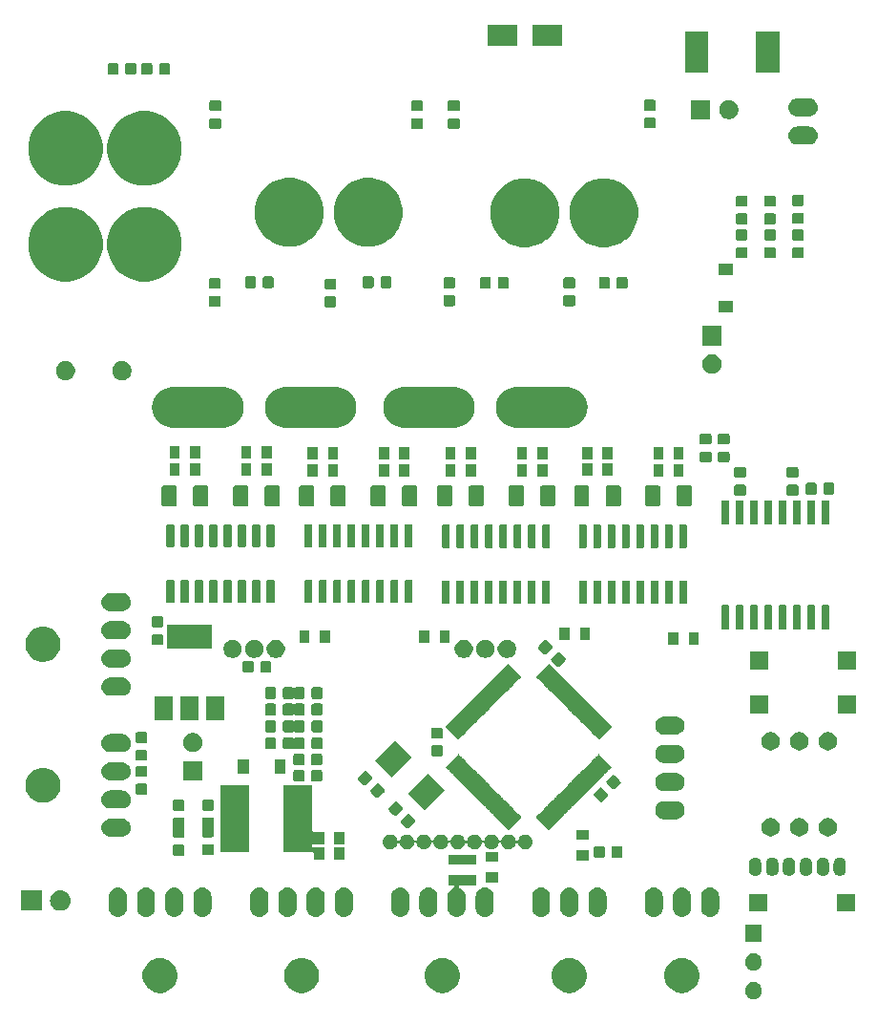
<source format=gbr>
G04 #@! TF.GenerationSoftware,KiCad,Pcbnew,(5.1.4)-1*
G04 #@! TF.CreationDate,2020-03-02T14:57:10+09:00*
G04 #@! TF.ProjectId,SteerMD,53746565-724d-4442-9e6b-696361645f70,rev?*
G04 #@! TF.SameCoordinates,Original*
G04 #@! TF.FileFunction,Soldermask,Top*
G04 #@! TF.FilePolarity,Negative*
%FSLAX46Y46*%
G04 Gerber Fmt 4.6, Leading zero omitted, Abs format (unit mm)*
G04 Created by KiCad (PCBNEW (5.1.4)-1) date 2020-03-02 14:57:10*
%MOMM*%
%LPD*%
G04 APERTURE LIST*
%ADD10C,0.100000*%
G04 APERTURE END LIST*
D10*
G36*
X138394425Y-136944599D02*
G01*
X138518621Y-136969302D01*
X138655022Y-137025801D01*
X138777779Y-137107825D01*
X138882175Y-137212221D01*
X138964199Y-137334978D01*
X139020698Y-137471379D01*
X139049500Y-137616181D01*
X139049500Y-137763819D01*
X139020698Y-137908621D01*
X138964199Y-138045022D01*
X138882175Y-138167779D01*
X138777779Y-138272175D01*
X138655022Y-138354199D01*
X138518621Y-138410698D01*
X138394425Y-138435401D01*
X138373820Y-138439500D01*
X138226180Y-138439500D01*
X138205575Y-138435401D01*
X138081379Y-138410698D01*
X137944978Y-138354199D01*
X137822221Y-138272175D01*
X137717825Y-138167779D01*
X137635801Y-138045022D01*
X137579302Y-137908621D01*
X137550500Y-137763819D01*
X137550500Y-137616181D01*
X137579302Y-137471379D01*
X137635801Y-137334978D01*
X137717825Y-137212221D01*
X137822221Y-137107825D01*
X137944978Y-137025801D01*
X138081379Y-136969302D01*
X138205575Y-136944599D01*
X138226180Y-136940500D01*
X138373820Y-136940500D01*
X138394425Y-136944599D01*
X138394425Y-136944599D01*
G37*
G36*
X132252585Y-134828802D02*
G01*
X132402410Y-134858604D01*
X132684674Y-134975521D01*
X132938705Y-135145259D01*
X133154741Y-135361295D01*
X133324479Y-135615326D01*
X133441396Y-135897590D01*
X133501000Y-136197240D01*
X133501000Y-136502760D01*
X133441396Y-136802410D01*
X133324479Y-137084674D01*
X133154741Y-137338705D01*
X132938705Y-137554741D01*
X132684674Y-137724479D01*
X132402410Y-137841396D01*
X132252585Y-137871198D01*
X132102761Y-137901000D01*
X131797239Y-137901000D01*
X131647415Y-137871198D01*
X131497590Y-137841396D01*
X131215326Y-137724479D01*
X130961295Y-137554741D01*
X130745259Y-137338705D01*
X130575521Y-137084674D01*
X130458604Y-136802410D01*
X130399000Y-136502760D01*
X130399000Y-136197240D01*
X130458604Y-135897590D01*
X130575521Y-135615326D01*
X130745259Y-135361295D01*
X130961295Y-135145259D01*
X131215326Y-134975521D01*
X131497590Y-134858604D01*
X131647415Y-134828802D01*
X131797239Y-134799000D01*
X132102761Y-134799000D01*
X132252585Y-134828802D01*
X132252585Y-134828802D01*
G37*
G36*
X122252585Y-134828802D02*
G01*
X122402410Y-134858604D01*
X122684674Y-134975521D01*
X122938705Y-135145259D01*
X123154741Y-135361295D01*
X123324479Y-135615326D01*
X123441396Y-135897590D01*
X123501000Y-136197240D01*
X123501000Y-136502760D01*
X123441396Y-136802410D01*
X123324479Y-137084674D01*
X123154741Y-137338705D01*
X122938705Y-137554741D01*
X122684674Y-137724479D01*
X122402410Y-137841396D01*
X122252585Y-137871198D01*
X122102761Y-137901000D01*
X121797239Y-137901000D01*
X121647415Y-137871198D01*
X121497590Y-137841396D01*
X121215326Y-137724479D01*
X120961295Y-137554741D01*
X120745259Y-137338705D01*
X120575521Y-137084674D01*
X120458604Y-136802410D01*
X120399000Y-136502760D01*
X120399000Y-136197240D01*
X120458604Y-135897590D01*
X120575521Y-135615326D01*
X120745259Y-135361295D01*
X120961295Y-135145259D01*
X121215326Y-134975521D01*
X121497590Y-134858604D01*
X121647415Y-134828802D01*
X121797239Y-134799000D01*
X122102761Y-134799000D01*
X122252585Y-134828802D01*
X122252585Y-134828802D01*
G37*
G36*
X111002585Y-134828802D02*
G01*
X111152410Y-134858604D01*
X111434674Y-134975521D01*
X111688705Y-135145259D01*
X111904741Y-135361295D01*
X112074479Y-135615326D01*
X112191396Y-135897590D01*
X112251000Y-136197240D01*
X112251000Y-136502760D01*
X112191396Y-136802410D01*
X112074479Y-137084674D01*
X111904741Y-137338705D01*
X111688705Y-137554741D01*
X111434674Y-137724479D01*
X111152410Y-137841396D01*
X111002585Y-137871198D01*
X110852761Y-137901000D01*
X110547239Y-137901000D01*
X110397415Y-137871198D01*
X110247590Y-137841396D01*
X109965326Y-137724479D01*
X109711295Y-137554741D01*
X109495259Y-137338705D01*
X109325521Y-137084674D01*
X109208604Y-136802410D01*
X109149000Y-136502760D01*
X109149000Y-136197240D01*
X109208604Y-135897590D01*
X109325521Y-135615326D01*
X109495259Y-135361295D01*
X109711295Y-135145259D01*
X109965326Y-134975521D01*
X110247590Y-134858604D01*
X110397415Y-134828802D01*
X110547239Y-134799000D01*
X110852761Y-134799000D01*
X111002585Y-134828802D01*
X111002585Y-134828802D01*
G37*
G36*
X85952585Y-134828802D02*
G01*
X86102410Y-134858604D01*
X86384674Y-134975521D01*
X86638705Y-135145259D01*
X86854741Y-135361295D01*
X87024479Y-135615326D01*
X87141396Y-135897590D01*
X87201000Y-136197240D01*
X87201000Y-136502760D01*
X87141396Y-136802410D01*
X87024479Y-137084674D01*
X86854741Y-137338705D01*
X86638705Y-137554741D01*
X86384674Y-137724479D01*
X86102410Y-137841396D01*
X85952585Y-137871198D01*
X85802761Y-137901000D01*
X85497239Y-137901000D01*
X85347415Y-137871198D01*
X85197590Y-137841396D01*
X84915326Y-137724479D01*
X84661295Y-137554741D01*
X84445259Y-137338705D01*
X84275521Y-137084674D01*
X84158604Y-136802410D01*
X84099000Y-136502760D01*
X84099000Y-136197240D01*
X84158604Y-135897590D01*
X84275521Y-135615326D01*
X84445259Y-135361295D01*
X84661295Y-135145259D01*
X84915326Y-134975521D01*
X85197590Y-134858604D01*
X85347415Y-134828802D01*
X85497239Y-134799000D01*
X85802761Y-134799000D01*
X85952585Y-134828802D01*
X85952585Y-134828802D01*
G37*
G36*
X98502585Y-134828802D02*
G01*
X98652410Y-134858604D01*
X98934674Y-134975521D01*
X99188705Y-135145259D01*
X99404741Y-135361295D01*
X99574479Y-135615326D01*
X99691396Y-135897590D01*
X99751000Y-136197240D01*
X99751000Y-136502760D01*
X99691396Y-136802410D01*
X99574479Y-137084674D01*
X99404741Y-137338705D01*
X99188705Y-137554741D01*
X98934674Y-137724479D01*
X98652410Y-137841396D01*
X98502585Y-137871198D01*
X98352761Y-137901000D01*
X98047239Y-137901000D01*
X97897415Y-137871198D01*
X97747590Y-137841396D01*
X97465326Y-137724479D01*
X97211295Y-137554741D01*
X96995259Y-137338705D01*
X96825521Y-137084674D01*
X96708604Y-136802410D01*
X96649000Y-136502760D01*
X96649000Y-136197240D01*
X96708604Y-135897590D01*
X96825521Y-135615326D01*
X96995259Y-135361295D01*
X97211295Y-135145259D01*
X97465326Y-134975521D01*
X97747590Y-134858604D01*
X97897415Y-134828802D01*
X98047239Y-134799000D01*
X98352761Y-134799000D01*
X98502585Y-134828802D01*
X98502585Y-134828802D01*
G37*
G36*
X138394425Y-134404599D02*
G01*
X138518621Y-134429302D01*
X138655022Y-134485801D01*
X138777779Y-134567825D01*
X138882175Y-134672221D01*
X138964199Y-134794978D01*
X139020698Y-134931379D01*
X139049500Y-135076181D01*
X139049500Y-135223819D01*
X139020698Y-135368621D01*
X138964199Y-135505022D01*
X138882175Y-135627779D01*
X138777779Y-135732175D01*
X138655022Y-135814199D01*
X138518621Y-135870698D01*
X138394425Y-135895401D01*
X138373820Y-135899500D01*
X138226180Y-135899500D01*
X138205575Y-135895401D01*
X138081379Y-135870698D01*
X137944978Y-135814199D01*
X137822221Y-135732175D01*
X137717825Y-135627779D01*
X137635801Y-135505022D01*
X137579302Y-135368621D01*
X137550500Y-135223819D01*
X137550500Y-135076181D01*
X137579302Y-134931379D01*
X137635801Y-134794978D01*
X137717825Y-134672221D01*
X137822221Y-134567825D01*
X137944978Y-134485801D01*
X138081379Y-134429302D01*
X138205575Y-134404599D01*
X138226180Y-134400500D01*
X138373820Y-134400500D01*
X138394425Y-134404599D01*
X138394425Y-134404599D01*
G37*
G36*
X139049500Y-133359500D02*
G01*
X137550500Y-133359500D01*
X137550500Y-131860500D01*
X139049500Y-131860500D01*
X139049500Y-133359500D01*
X139049500Y-133359500D01*
G37*
G36*
X109607022Y-128560590D02*
G01*
X109691572Y-128586238D01*
X109758012Y-128606392D01*
X109897164Y-128680771D01*
X110019133Y-128780867D01*
X110086995Y-128863558D01*
X110119229Y-128902835D01*
X110193608Y-129041987D01*
X110199016Y-129059815D01*
X110239410Y-129192977D01*
X110251000Y-129310655D01*
X110251000Y-130389345D01*
X110239410Y-130507023D01*
X110214857Y-130587963D01*
X110193608Y-130658013D01*
X110119229Y-130797165D01*
X110019133Y-130919133D01*
X109897165Y-131019229D01*
X109758013Y-131093608D01*
X109707682Y-131108875D01*
X109607023Y-131139410D01*
X109450000Y-131154875D01*
X109292978Y-131139410D01*
X109192319Y-131108875D01*
X109141988Y-131093608D01*
X109002836Y-131019229D01*
X108880868Y-130919133D01*
X108780772Y-130797165D01*
X108706393Y-130658013D01*
X108685144Y-130587963D01*
X108660591Y-130507023D01*
X108649001Y-130389345D01*
X108649000Y-129310656D01*
X108660590Y-129192978D01*
X108691125Y-129092319D01*
X108706392Y-129041988D01*
X108780771Y-128902836D01*
X108780772Y-128902835D01*
X108880867Y-128780867D01*
X109002835Y-128680771D01*
X109141987Y-128606392D01*
X109208427Y-128586238D01*
X109292977Y-128560590D01*
X109450000Y-128545125D01*
X109607022Y-128560590D01*
X109607022Y-128560590D01*
G37*
G36*
X129607022Y-128560590D02*
G01*
X129691572Y-128586238D01*
X129758012Y-128606392D01*
X129897164Y-128680771D01*
X130019133Y-128780867D01*
X130086995Y-128863558D01*
X130119229Y-128902835D01*
X130193608Y-129041987D01*
X130199016Y-129059815D01*
X130239410Y-129192977D01*
X130251000Y-129310655D01*
X130251000Y-130389345D01*
X130239410Y-130507023D01*
X130214857Y-130587963D01*
X130193608Y-130658013D01*
X130119229Y-130797165D01*
X130019133Y-130919133D01*
X129897165Y-131019229D01*
X129758013Y-131093608D01*
X129707682Y-131108875D01*
X129607023Y-131139410D01*
X129450000Y-131154875D01*
X129292978Y-131139410D01*
X129192319Y-131108875D01*
X129141988Y-131093608D01*
X129002836Y-131019229D01*
X128880868Y-130919133D01*
X128780772Y-130797165D01*
X128706393Y-130658013D01*
X128685144Y-130587963D01*
X128660591Y-130507023D01*
X128649001Y-130389345D01*
X128649000Y-129310656D01*
X128660590Y-129192978D01*
X128691125Y-129092319D01*
X128706392Y-129041988D01*
X128780771Y-128902836D01*
X128780772Y-128902835D01*
X128880867Y-128780867D01*
X129002835Y-128680771D01*
X129141987Y-128606392D01*
X129208427Y-128586238D01*
X129292977Y-128560590D01*
X129450000Y-128545125D01*
X129607022Y-128560590D01*
X129607022Y-128560590D01*
G37*
G36*
X132107022Y-128560590D02*
G01*
X132191572Y-128586238D01*
X132258012Y-128606392D01*
X132397164Y-128680771D01*
X132519133Y-128780867D01*
X132586995Y-128863558D01*
X132619229Y-128902835D01*
X132693608Y-129041987D01*
X132699016Y-129059815D01*
X132739410Y-129192977D01*
X132751000Y-129310655D01*
X132751000Y-130389345D01*
X132739410Y-130507023D01*
X132714857Y-130587963D01*
X132693608Y-130658013D01*
X132619229Y-130797165D01*
X132519133Y-130919133D01*
X132397165Y-131019229D01*
X132258013Y-131093608D01*
X132207682Y-131108875D01*
X132107023Y-131139410D01*
X131950000Y-131154875D01*
X131792978Y-131139410D01*
X131692319Y-131108875D01*
X131641988Y-131093608D01*
X131502836Y-131019229D01*
X131380868Y-130919133D01*
X131280772Y-130797165D01*
X131206393Y-130658013D01*
X131185144Y-130587963D01*
X131160591Y-130507023D01*
X131149001Y-130389345D01*
X131149000Y-129310656D01*
X131160590Y-129192978D01*
X131191125Y-129092319D01*
X131206392Y-129041988D01*
X131280771Y-128902836D01*
X131280772Y-128902835D01*
X131380867Y-128780867D01*
X131502835Y-128680771D01*
X131641987Y-128606392D01*
X131708427Y-128586238D01*
X131792977Y-128560590D01*
X131950000Y-128545125D01*
X132107022Y-128560590D01*
X132107022Y-128560590D01*
G37*
G36*
X134607022Y-128560590D02*
G01*
X134691572Y-128586238D01*
X134758012Y-128606392D01*
X134897164Y-128680771D01*
X135019133Y-128780867D01*
X135086995Y-128863558D01*
X135119229Y-128902835D01*
X135193608Y-129041987D01*
X135199016Y-129059815D01*
X135239410Y-129192977D01*
X135251000Y-129310655D01*
X135251000Y-130389345D01*
X135239410Y-130507023D01*
X135214857Y-130587963D01*
X135193608Y-130658013D01*
X135119229Y-130797165D01*
X135019133Y-130919133D01*
X134897165Y-131019229D01*
X134758013Y-131093608D01*
X134707682Y-131108875D01*
X134607023Y-131139410D01*
X134450000Y-131154875D01*
X134292978Y-131139410D01*
X134192319Y-131108875D01*
X134141988Y-131093608D01*
X134002836Y-131019229D01*
X133880868Y-130919133D01*
X133780772Y-130797165D01*
X133706393Y-130658013D01*
X133685144Y-130587963D01*
X133660591Y-130507023D01*
X133649001Y-130389345D01*
X133649000Y-129310656D01*
X133660590Y-129192978D01*
X133691125Y-129092319D01*
X133706392Y-129041988D01*
X133780771Y-128902836D01*
X133780772Y-128902835D01*
X133880867Y-128780867D01*
X134002835Y-128680771D01*
X134141987Y-128606392D01*
X134208427Y-128586238D01*
X134292977Y-128560590D01*
X134450000Y-128545125D01*
X134607022Y-128560590D01*
X134607022Y-128560590D01*
G37*
G36*
X119607022Y-128560590D02*
G01*
X119691572Y-128586238D01*
X119758012Y-128606392D01*
X119897164Y-128680771D01*
X120019133Y-128780867D01*
X120086995Y-128863558D01*
X120119229Y-128902835D01*
X120193608Y-129041987D01*
X120199016Y-129059815D01*
X120239410Y-129192977D01*
X120251000Y-129310655D01*
X120251000Y-130389345D01*
X120239410Y-130507023D01*
X120214857Y-130587963D01*
X120193608Y-130658013D01*
X120119229Y-130797165D01*
X120019133Y-130919133D01*
X119897165Y-131019229D01*
X119758013Y-131093608D01*
X119707682Y-131108875D01*
X119607023Y-131139410D01*
X119450000Y-131154875D01*
X119292978Y-131139410D01*
X119192319Y-131108875D01*
X119141988Y-131093608D01*
X119002836Y-131019229D01*
X118880868Y-130919133D01*
X118780772Y-130797165D01*
X118706393Y-130658013D01*
X118685144Y-130587963D01*
X118660591Y-130507023D01*
X118649001Y-130389345D01*
X118649000Y-129310656D01*
X118660590Y-129192978D01*
X118691125Y-129092319D01*
X118706392Y-129041988D01*
X118780771Y-128902836D01*
X118780772Y-128902835D01*
X118880867Y-128780867D01*
X119002835Y-128680771D01*
X119141987Y-128606392D01*
X119208427Y-128586238D01*
X119292977Y-128560590D01*
X119450000Y-128545125D01*
X119607022Y-128560590D01*
X119607022Y-128560590D01*
G37*
G36*
X122107022Y-128560590D02*
G01*
X122191572Y-128586238D01*
X122258012Y-128606392D01*
X122397164Y-128680771D01*
X122519133Y-128780867D01*
X122586995Y-128863558D01*
X122619229Y-128902835D01*
X122693608Y-129041987D01*
X122699016Y-129059815D01*
X122739410Y-129192977D01*
X122751000Y-129310655D01*
X122751000Y-130389345D01*
X122739410Y-130507023D01*
X122714857Y-130587963D01*
X122693608Y-130658013D01*
X122619229Y-130797165D01*
X122519133Y-130919133D01*
X122397165Y-131019229D01*
X122258013Y-131093608D01*
X122207682Y-131108875D01*
X122107023Y-131139410D01*
X121950000Y-131154875D01*
X121792978Y-131139410D01*
X121692319Y-131108875D01*
X121641988Y-131093608D01*
X121502836Y-131019229D01*
X121380868Y-130919133D01*
X121280772Y-130797165D01*
X121206393Y-130658013D01*
X121185144Y-130587963D01*
X121160591Y-130507023D01*
X121149001Y-130389345D01*
X121149000Y-129310656D01*
X121160590Y-129192978D01*
X121191125Y-129092319D01*
X121206392Y-129041988D01*
X121280771Y-128902836D01*
X121280772Y-128902835D01*
X121380867Y-128780867D01*
X121502835Y-128680771D01*
X121641987Y-128606392D01*
X121708427Y-128586238D01*
X121792977Y-128560590D01*
X121950000Y-128545125D01*
X122107022Y-128560590D01*
X122107022Y-128560590D01*
G37*
G36*
X124607022Y-128560590D02*
G01*
X124691572Y-128586238D01*
X124758012Y-128606392D01*
X124897164Y-128680771D01*
X125019133Y-128780867D01*
X125086995Y-128863558D01*
X125119229Y-128902835D01*
X125193608Y-129041987D01*
X125199016Y-129059815D01*
X125239410Y-129192977D01*
X125251000Y-129310655D01*
X125251000Y-130389345D01*
X125239410Y-130507023D01*
X125214857Y-130587963D01*
X125193608Y-130658013D01*
X125119229Y-130797165D01*
X125019133Y-130919133D01*
X124897165Y-131019229D01*
X124758013Y-131093608D01*
X124707682Y-131108875D01*
X124607023Y-131139410D01*
X124450000Y-131154875D01*
X124292978Y-131139410D01*
X124192319Y-131108875D01*
X124141988Y-131093608D01*
X124002836Y-131019229D01*
X123880868Y-130919133D01*
X123780772Y-130797165D01*
X123706393Y-130658013D01*
X123685144Y-130587963D01*
X123660591Y-130507023D01*
X123649001Y-130389345D01*
X123649000Y-129310656D01*
X123660590Y-129192978D01*
X123691125Y-129092319D01*
X123706392Y-129041988D01*
X123780771Y-128902836D01*
X123780772Y-128902835D01*
X123880867Y-128780867D01*
X124002835Y-128680771D01*
X124141987Y-128606392D01*
X124208427Y-128586238D01*
X124292977Y-128560590D01*
X124450000Y-128545125D01*
X124607022Y-128560590D01*
X124607022Y-128560590D01*
G37*
G36*
X114607022Y-128560590D02*
G01*
X114691572Y-128586238D01*
X114758012Y-128606392D01*
X114897164Y-128680771D01*
X115019133Y-128780867D01*
X115086995Y-128863558D01*
X115119229Y-128902835D01*
X115193608Y-129041987D01*
X115199016Y-129059815D01*
X115239410Y-129192977D01*
X115251000Y-129310655D01*
X115251000Y-130389345D01*
X115239410Y-130507023D01*
X115214857Y-130587963D01*
X115193608Y-130658013D01*
X115119229Y-130797165D01*
X115019133Y-130919133D01*
X114897165Y-131019229D01*
X114758013Y-131093608D01*
X114707682Y-131108875D01*
X114607023Y-131139410D01*
X114450000Y-131154875D01*
X114292978Y-131139410D01*
X114192319Y-131108875D01*
X114141988Y-131093608D01*
X114002836Y-131019229D01*
X113880868Y-130919133D01*
X113780772Y-130797165D01*
X113706393Y-130658013D01*
X113685144Y-130587963D01*
X113660591Y-130507023D01*
X113649001Y-130389345D01*
X113649000Y-129310656D01*
X113660590Y-129192978D01*
X113691125Y-129092319D01*
X113706392Y-129041988D01*
X113780771Y-128902836D01*
X113780772Y-128902835D01*
X113880867Y-128780867D01*
X114002835Y-128680771D01*
X114141987Y-128606392D01*
X114208427Y-128586238D01*
X114292977Y-128560590D01*
X114450000Y-128545125D01*
X114607022Y-128560590D01*
X114607022Y-128560590D01*
G37*
G36*
X113651000Y-128351000D02*
G01*
X112258772Y-128351000D01*
X112234386Y-128353402D01*
X112210937Y-128360515D01*
X112189326Y-128372066D01*
X112170384Y-128387611D01*
X112154839Y-128406553D01*
X112143288Y-128428164D01*
X112136175Y-128451613D01*
X112133773Y-128475999D01*
X112136175Y-128500385D01*
X112143288Y-128523834D01*
X112154839Y-128545445D01*
X112170384Y-128564387D01*
X112189326Y-128579932D01*
X112210937Y-128591483D01*
X112222487Y-128595616D01*
X112258012Y-128606392D01*
X112397164Y-128680771D01*
X112519133Y-128780867D01*
X112586995Y-128863558D01*
X112619229Y-128902835D01*
X112693608Y-129041987D01*
X112699016Y-129059815D01*
X112739410Y-129192977D01*
X112751000Y-129310655D01*
X112751000Y-130389345D01*
X112739410Y-130507023D01*
X112714857Y-130587963D01*
X112693608Y-130658013D01*
X112619229Y-130797165D01*
X112519133Y-130919133D01*
X112397165Y-131019229D01*
X112258013Y-131093608D01*
X112207682Y-131108875D01*
X112107023Y-131139410D01*
X111950000Y-131154875D01*
X111792978Y-131139410D01*
X111692319Y-131108875D01*
X111641988Y-131093608D01*
X111502836Y-131019229D01*
X111380868Y-130919133D01*
X111280772Y-130797165D01*
X111206393Y-130658013D01*
X111185144Y-130587963D01*
X111160591Y-130507023D01*
X111149001Y-130389345D01*
X111149000Y-129310656D01*
X111160590Y-129192978D01*
X111191125Y-129092319D01*
X111206392Y-129041988D01*
X111280771Y-128902836D01*
X111280772Y-128902835D01*
X111380867Y-128780867D01*
X111502835Y-128680771D01*
X111641987Y-128606392D01*
X111677512Y-128595616D01*
X111700151Y-128586238D01*
X111720525Y-128572625D01*
X111737852Y-128555298D01*
X111751466Y-128534923D01*
X111760844Y-128512285D01*
X111765624Y-128488251D01*
X111765624Y-128463747D01*
X111760844Y-128439714D01*
X111751466Y-128417075D01*
X111737853Y-128396701D01*
X111720526Y-128379374D01*
X111700151Y-128365760D01*
X111677513Y-128356382D01*
X111653479Y-128351602D01*
X111641227Y-128351000D01*
X111249000Y-128351000D01*
X111249000Y-127449000D01*
X113651000Y-127449000D01*
X113651000Y-128351000D01*
X113651000Y-128351000D01*
G37*
G36*
X107107022Y-128560590D02*
G01*
X107191572Y-128586238D01*
X107258012Y-128606392D01*
X107397164Y-128680771D01*
X107519133Y-128780867D01*
X107586995Y-128863558D01*
X107619229Y-128902835D01*
X107693608Y-129041987D01*
X107699016Y-129059815D01*
X107739410Y-129192977D01*
X107751000Y-129310655D01*
X107751000Y-130389345D01*
X107739410Y-130507023D01*
X107714857Y-130587963D01*
X107693608Y-130658013D01*
X107619229Y-130797165D01*
X107519133Y-130919133D01*
X107397165Y-131019229D01*
X107258013Y-131093608D01*
X107207682Y-131108875D01*
X107107023Y-131139410D01*
X106950000Y-131154875D01*
X106792978Y-131139410D01*
X106692319Y-131108875D01*
X106641988Y-131093608D01*
X106502836Y-131019229D01*
X106380868Y-130919133D01*
X106280772Y-130797165D01*
X106206393Y-130658013D01*
X106185144Y-130587963D01*
X106160591Y-130507023D01*
X106149001Y-130389345D01*
X106149000Y-129310656D01*
X106160590Y-129192978D01*
X106191125Y-129092319D01*
X106206392Y-129041988D01*
X106280771Y-128902836D01*
X106280772Y-128902835D01*
X106380867Y-128780867D01*
X106502835Y-128680771D01*
X106641987Y-128606392D01*
X106708427Y-128586238D01*
X106792977Y-128560590D01*
X106950000Y-128545125D01*
X107107022Y-128560590D01*
X107107022Y-128560590D01*
G37*
G36*
X94607022Y-128560590D02*
G01*
X94691572Y-128586238D01*
X94758012Y-128606392D01*
X94897164Y-128680771D01*
X95019133Y-128780867D01*
X95086995Y-128863558D01*
X95119229Y-128902835D01*
X95193608Y-129041987D01*
X95199016Y-129059815D01*
X95239410Y-129192977D01*
X95251000Y-129310655D01*
X95251000Y-130389345D01*
X95239410Y-130507023D01*
X95214857Y-130587963D01*
X95193608Y-130658013D01*
X95119229Y-130797165D01*
X95019133Y-130919133D01*
X94897165Y-131019229D01*
X94758013Y-131093608D01*
X94707682Y-131108875D01*
X94607023Y-131139410D01*
X94450000Y-131154875D01*
X94292978Y-131139410D01*
X94192319Y-131108875D01*
X94141988Y-131093608D01*
X94002836Y-131019229D01*
X93880868Y-130919133D01*
X93780772Y-130797165D01*
X93706393Y-130658013D01*
X93685144Y-130587963D01*
X93660591Y-130507023D01*
X93649001Y-130389345D01*
X93649000Y-129310656D01*
X93660590Y-129192978D01*
X93691125Y-129092319D01*
X93706392Y-129041988D01*
X93780771Y-128902836D01*
X93780772Y-128902835D01*
X93880867Y-128780867D01*
X94002835Y-128680771D01*
X94141987Y-128606392D01*
X94208427Y-128586238D01*
X94292977Y-128560590D01*
X94450000Y-128545125D01*
X94607022Y-128560590D01*
X94607022Y-128560590D01*
G37*
G36*
X97107022Y-128560590D02*
G01*
X97191572Y-128586238D01*
X97258012Y-128606392D01*
X97397164Y-128680771D01*
X97519133Y-128780867D01*
X97586995Y-128863558D01*
X97619229Y-128902835D01*
X97693608Y-129041987D01*
X97699016Y-129059815D01*
X97739410Y-129192977D01*
X97751000Y-129310655D01*
X97751000Y-130389345D01*
X97739410Y-130507023D01*
X97714857Y-130587963D01*
X97693608Y-130658013D01*
X97619229Y-130797165D01*
X97519133Y-130919133D01*
X97397165Y-131019229D01*
X97258013Y-131093608D01*
X97207682Y-131108875D01*
X97107023Y-131139410D01*
X96950000Y-131154875D01*
X96792978Y-131139410D01*
X96692319Y-131108875D01*
X96641988Y-131093608D01*
X96502836Y-131019229D01*
X96380868Y-130919133D01*
X96280772Y-130797165D01*
X96206393Y-130658013D01*
X96185144Y-130587963D01*
X96160591Y-130507023D01*
X96149001Y-130389345D01*
X96149000Y-129310656D01*
X96160590Y-129192978D01*
X96191125Y-129092319D01*
X96206392Y-129041988D01*
X96280771Y-128902836D01*
X96280772Y-128902835D01*
X96380867Y-128780867D01*
X96502835Y-128680771D01*
X96641987Y-128606392D01*
X96708427Y-128586238D01*
X96792977Y-128560590D01*
X96950000Y-128545125D01*
X97107022Y-128560590D01*
X97107022Y-128560590D01*
G37*
G36*
X99607022Y-128560590D02*
G01*
X99691572Y-128586238D01*
X99758012Y-128606392D01*
X99897164Y-128680771D01*
X100019133Y-128780867D01*
X100086995Y-128863558D01*
X100119229Y-128902835D01*
X100193608Y-129041987D01*
X100199016Y-129059815D01*
X100239410Y-129192977D01*
X100251000Y-129310655D01*
X100251000Y-130389345D01*
X100239410Y-130507023D01*
X100214857Y-130587963D01*
X100193608Y-130658013D01*
X100119229Y-130797165D01*
X100019133Y-130919133D01*
X99897165Y-131019229D01*
X99758013Y-131093608D01*
X99707682Y-131108875D01*
X99607023Y-131139410D01*
X99450000Y-131154875D01*
X99292978Y-131139410D01*
X99192319Y-131108875D01*
X99141988Y-131093608D01*
X99002836Y-131019229D01*
X98880868Y-130919133D01*
X98780772Y-130797165D01*
X98706393Y-130658013D01*
X98685144Y-130587963D01*
X98660591Y-130507023D01*
X98649001Y-130389345D01*
X98649000Y-129310656D01*
X98660590Y-129192978D01*
X98691125Y-129092319D01*
X98706392Y-129041988D01*
X98780771Y-128902836D01*
X98780772Y-128902835D01*
X98880867Y-128780867D01*
X99002835Y-128680771D01*
X99141987Y-128606392D01*
X99208427Y-128586238D01*
X99292977Y-128560590D01*
X99450000Y-128545125D01*
X99607022Y-128560590D01*
X99607022Y-128560590D01*
G37*
G36*
X102107022Y-128560590D02*
G01*
X102191572Y-128586238D01*
X102258012Y-128606392D01*
X102397164Y-128680771D01*
X102519133Y-128780867D01*
X102586995Y-128863558D01*
X102619229Y-128902835D01*
X102693608Y-129041987D01*
X102699016Y-129059815D01*
X102739410Y-129192977D01*
X102751000Y-129310655D01*
X102751000Y-130389345D01*
X102739410Y-130507023D01*
X102714857Y-130587963D01*
X102693608Y-130658013D01*
X102619229Y-130797165D01*
X102519133Y-130919133D01*
X102397165Y-131019229D01*
X102258013Y-131093608D01*
X102207682Y-131108875D01*
X102107023Y-131139410D01*
X101950000Y-131154875D01*
X101792978Y-131139410D01*
X101692319Y-131108875D01*
X101641988Y-131093608D01*
X101502836Y-131019229D01*
X101380868Y-130919133D01*
X101280772Y-130797165D01*
X101206393Y-130658013D01*
X101185144Y-130587963D01*
X101160591Y-130507023D01*
X101149001Y-130389345D01*
X101149000Y-129310656D01*
X101160590Y-129192978D01*
X101191125Y-129092319D01*
X101206392Y-129041988D01*
X101280771Y-128902836D01*
X101280772Y-128902835D01*
X101380867Y-128780867D01*
X101502835Y-128680771D01*
X101641987Y-128606392D01*
X101708427Y-128586238D01*
X101792977Y-128560590D01*
X101950000Y-128545125D01*
X102107022Y-128560590D01*
X102107022Y-128560590D01*
G37*
G36*
X89557022Y-128560590D02*
G01*
X89641572Y-128586238D01*
X89708012Y-128606392D01*
X89847164Y-128680771D01*
X89969133Y-128780867D01*
X90036995Y-128863558D01*
X90069229Y-128902835D01*
X90143608Y-129041987D01*
X90149016Y-129059815D01*
X90189410Y-129192977D01*
X90201000Y-129310655D01*
X90201000Y-130389345D01*
X90189410Y-130507023D01*
X90164857Y-130587963D01*
X90143608Y-130658013D01*
X90069229Y-130797165D01*
X89969133Y-130919133D01*
X89847165Y-131019229D01*
X89708013Y-131093608D01*
X89657682Y-131108875D01*
X89557023Y-131139410D01*
X89400000Y-131154875D01*
X89242978Y-131139410D01*
X89142319Y-131108875D01*
X89091988Y-131093608D01*
X88952836Y-131019229D01*
X88830868Y-130919133D01*
X88730772Y-130797165D01*
X88656393Y-130658013D01*
X88635144Y-130587963D01*
X88610591Y-130507023D01*
X88599001Y-130389345D01*
X88599000Y-129310656D01*
X88610590Y-129192978D01*
X88641125Y-129092319D01*
X88656392Y-129041988D01*
X88730771Y-128902836D01*
X88730772Y-128902835D01*
X88830867Y-128780867D01*
X88952835Y-128680771D01*
X89091987Y-128606392D01*
X89158427Y-128586238D01*
X89242977Y-128560590D01*
X89400000Y-128545125D01*
X89557022Y-128560590D01*
X89557022Y-128560590D01*
G37*
G36*
X87057022Y-128560590D02*
G01*
X87141572Y-128586238D01*
X87208012Y-128606392D01*
X87347164Y-128680771D01*
X87469133Y-128780867D01*
X87536995Y-128863558D01*
X87569229Y-128902835D01*
X87643608Y-129041987D01*
X87649016Y-129059815D01*
X87689410Y-129192977D01*
X87701000Y-129310655D01*
X87701000Y-130389345D01*
X87689410Y-130507023D01*
X87664857Y-130587963D01*
X87643608Y-130658013D01*
X87569229Y-130797165D01*
X87469133Y-130919133D01*
X87347165Y-131019229D01*
X87208013Y-131093608D01*
X87157682Y-131108875D01*
X87057023Y-131139410D01*
X86900000Y-131154875D01*
X86742978Y-131139410D01*
X86642319Y-131108875D01*
X86591988Y-131093608D01*
X86452836Y-131019229D01*
X86330868Y-130919133D01*
X86230772Y-130797165D01*
X86156393Y-130658013D01*
X86135144Y-130587963D01*
X86110591Y-130507023D01*
X86099001Y-130389345D01*
X86099000Y-129310656D01*
X86110590Y-129192978D01*
X86141125Y-129092319D01*
X86156392Y-129041988D01*
X86230771Y-128902836D01*
X86230772Y-128902835D01*
X86330867Y-128780867D01*
X86452835Y-128680771D01*
X86591987Y-128606392D01*
X86658427Y-128586238D01*
X86742977Y-128560590D01*
X86900000Y-128545125D01*
X87057022Y-128560590D01*
X87057022Y-128560590D01*
G37*
G36*
X82057022Y-128560590D02*
G01*
X82141572Y-128586238D01*
X82208012Y-128606392D01*
X82347164Y-128680771D01*
X82469133Y-128780867D01*
X82536995Y-128863558D01*
X82569229Y-128902835D01*
X82643608Y-129041987D01*
X82649016Y-129059815D01*
X82689410Y-129192977D01*
X82701000Y-129310655D01*
X82701000Y-130389345D01*
X82689410Y-130507023D01*
X82664857Y-130587963D01*
X82643608Y-130658013D01*
X82569229Y-130797165D01*
X82469133Y-130919133D01*
X82347165Y-131019229D01*
X82208013Y-131093608D01*
X82157682Y-131108875D01*
X82057023Y-131139410D01*
X81900000Y-131154875D01*
X81742978Y-131139410D01*
X81642319Y-131108875D01*
X81591988Y-131093608D01*
X81452836Y-131019229D01*
X81330868Y-130919133D01*
X81230772Y-130797165D01*
X81156393Y-130658013D01*
X81135144Y-130587963D01*
X81110591Y-130507023D01*
X81099001Y-130389345D01*
X81099000Y-129310656D01*
X81110590Y-129192978D01*
X81141125Y-129092319D01*
X81156392Y-129041988D01*
X81230771Y-128902836D01*
X81230772Y-128902835D01*
X81330867Y-128780867D01*
X81452835Y-128680771D01*
X81591987Y-128606392D01*
X81658427Y-128586238D01*
X81742977Y-128560590D01*
X81900000Y-128545125D01*
X82057022Y-128560590D01*
X82057022Y-128560590D01*
G37*
G36*
X84557022Y-128560590D02*
G01*
X84641572Y-128586238D01*
X84708012Y-128606392D01*
X84847164Y-128680771D01*
X84969133Y-128780867D01*
X85036995Y-128863558D01*
X85069229Y-128902835D01*
X85143608Y-129041987D01*
X85149016Y-129059815D01*
X85189410Y-129192977D01*
X85201000Y-129310655D01*
X85201000Y-130389345D01*
X85189410Y-130507023D01*
X85164857Y-130587963D01*
X85143608Y-130658013D01*
X85069229Y-130797165D01*
X84969133Y-130919133D01*
X84847165Y-131019229D01*
X84708013Y-131093608D01*
X84657682Y-131108875D01*
X84557023Y-131139410D01*
X84400000Y-131154875D01*
X84242978Y-131139410D01*
X84142319Y-131108875D01*
X84091988Y-131093608D01*
X83952836Y-131019229D01*
X83830868Y-130919133D01*
X83730772Y-130797165D01*
X83656393Y-130658013D01*
X83635144Y-130587963D01*
X83610591Y-130507023D01*
X83599001Y-130389345D01*
X83599000Y-129310656D01*
X83610590Y-129192978D01*
X83641125Y-129092319D01*
X83656392Y-129041988D01*
X83730771Y-128902836D01*
X83730772Y-128902835D01*
X83830867Y-128780867D01*
X83952835Y-128680771D01*
X84091987Y-128606392D01*
X84158427Y-128586238D01*
X84242977Y-128560590D01*
X84400000Y-128545125D01*
X84557022Y-128560590D01*
X84557022Y-128560590D01*
G37*
G36*
X147301000Y-130701000D02*
G01*
X145699000Y-130701000D01*
X145699000Y-129099000D01*
X147301000Y-129099000D01*
X147301000Y-130701000D01*
X147301000Y-130701000D01*
G37*
G36*
X139501000Y-130701000D02*
G01*
X137899000Y-130701000D01*
X137899000Y-129099000D01*
X139501000Y-129099000D01*
X139501000Y-130701000D01*
X139501000Y-130701000D01*
G37*
G36*
X75151000Y-130601000D02*
G01*
X73349000Y-130601000D01*
X73349000Y-128799000D01*
X75151000Y-128799000D01*
X75151000Y-130601000D01*
X75151000Y-130601000D01*
G37*
G36*
X76900442Y-128805518D02*
G01*
X76966627Y-128812037D01*
X77136466Y-128863557D01*
X77292991Y-128947222D01*
X77328729Y-128976552D01*
X77430186Y-129059814D01*
X77513448Y-129161271D01*
X77542778Y-129197009D01*
X77626443Y-129353534D01*
X77677963Y-129523373D01*
X77695359Y-129700000D01*
X77677963Y-129876627D01*
X77626443Y-130046466D01*
X77542778Y-130202991D01*
X77513448Y-130238729D01*
X77430186Y-130340186D01*
X77370283Y-130389346D01*
X77292991Y-130452778D01*
X77136466Y-130536443D01*
X76966627Y-130587963D01*
X76900442Y-130594482D01*
X76834260Y-130601000D01*
X76745740Y-130601000D01*
X76679558Y-130594482D01*
X76613373Y-130587963D01*
X76443534Y-130536443D01*
X76287009Y-130452778D01*
X76209717Y-130389346D01*
X76149814Y-130340186D01*
X76066552Y-130238729D01*
X76037222Y-130202991D01*
X75953557Y-130046466D01*
X75902037Y-129876627D01*
X75884641Y-129700000D01*
X75902037Y-129523373D01*
X75953557Y-129353534D01*
X76037222Y-129197009D01*
X76066552Y-129161271D01*
X76149814Y-129059814D01*
X76251271Y-128976552D01*
X76287009Y-128947222D01*
X76443534Y-128863557D01*
X76613373Y-128812037D01*
X76679558Y-128805518D01*
X76745740Y-128799000D01*
X76834260Y-128799000D01*
X76900442Y-128805518D01*
X76900442Y-128805518D01*
G37*
G36*
X115601000Y-128101000D02*
G01*
X114499000Y-128101000D01*
X114499000Y-127199000D01*
X115601000Y-127199000D01*
X115601000Y-128101000D01*
X115601000Y-128101000D01*
G37*
G36*
X141558015Y-125894973D02*
G01*
X141661879Y-125926479D01*
X141689055Y-125941005D01*
X141757600Y-125977643D01*
X141841501Y-126046499D01*
X141910357Y-126130400D01*
X141946995Y-126198945D01*
X141961521Y-126226121D01*
X141993027Y-126329985D01*
X142001000Y-126410933D01*
X142001000Y-126989067D01*
X141993027Y-127070015D01*
X141961521Y-127173879D01*
X141910356Y-127269600D01*
X141841501Y-127353501D01*
X141772645Y-127410009D01*
X141757599Y-127422357D01*
X141707753Y-127449000D01*
X141661878Y-127473521D01*
X141558014Y-127505027D01*
X141450000Y-127515666D01*
X141341985Y-127505027D01*
X141238121Y-127473521D01*
X141192246Y-127449000D01*
X141142401Y-127422357D01*
X141129643Y-127411887D01*
X141058499Y-127353501D01*
X140989644Y-127269600D01*
X140938479Y-127173878D01*
X140906973Y-127070014D01*
X140899000Y-126989066D01*
X140899000Y-126410933D01*
X140906973Y-126329985D01*
X140938480Y-126226121D01*
X140938481Y-126226118D01*
X140989643Y-126130401D01*
X141058500Y-126046499D01*
X141142401Y-125977643D01*
X141210946Y-125941005D01*
X141238122Y-125926479D01*
X141341986Y-125894973D01*
X141450000Y-125884334D01*
X141558015Y-125894973D01*
X141558015Y-125894973D01*
G37*
G36*
X138558015Y-125894973D02*
G01*
X138661879Y-125926479D01*
X138689055Y-125941005D01*
X138757600Y-125977643D01*
X138841501Y-126046499D01*
X138910357Y-126130400D01*
X138946995Y-126198945D01*
X138961521Y-126226121D01*
X138993027Y-126329985D01*
X139001000Y-126410933D01*
X139001000Y-126989067D01*
X138993027Y-127070015D01*
X138961521Y-127173879D01*
X138910356Y-127269600D01*
X138841501Y-127353501D01*
X138772645Y-127410009D01*
X138757599Y-127422357D01*
X138707753Y-127449000D01*
X138661878Y-127473521D01*
X138558014Y-127505027D01*
X138450000Y-127515666D01*
X138341985Y-127505027D01*
X138238121Y-127473521D01*
X138192246Y-127449000D01*
X138142401Y-127422357D01*
X138129643Y-127411887D01*
X138058499Y-127353501D01*
X137989644Y-127269600D01*
X137938479Y-127173878D01*
X137906973Y-127070014D01*
X137899000Y-126989066D01*
X137899000Y-126410933D01*
X137906973Y-126329985D01*
X137938480Y-126226121D01*
X137938481Y-126226118D01*
X137989643Y-126130401D01*
X138058500Y-126046499D01*
X138142401Y-125977643D01*
X138210946Y-125941005D01*
X138238122Y-125926479D01*
X138341986Y-125894973D01*
X138450000Y-125884334D01*
X138558015Y-125894973D01*
X138558015Y-125894973D01*
G37*
G36*
X140058015Y-125894973D02*
G01*
X140161879Y-125926479D01*
X140189055Y-125941005D01*
X140257600Y-125977643D01*
X140341501Y-126046499D01*
X140410357Y-126130400D01*
X140446995Y-126198945D01*
X140461521Y-126226121D01*
X140493027Y-126329985D01*
X140501000Y-126410933D01*
X140501000Y-126989067D01*
X140493027Y-127070015D01*
X140461521Y-127173879D01*
X140410356Y-127269600D01*
X140341501Y-127353501D01*
X140272645Y-127410009D01*
X140257599Y-127422357D01*
X140207753Y-127449000D01*
X140161878Y-127473521D01*
X140058014Y-127505027D01*
X139950000Y-127515666D01*
X139841985Y-127505027D01*
X139738121Y-127473521D01*
X139692246Y-127449000D01*
X139642401Y-127422357D01*
X139629643Y-127411887D01*
X139558499Y-127353501D01*
X139489644Y-127269600D01*
X139438479Y-127173878D01*
X139406973Y-127070014D01*
X139399000Y-126989066D01*
X139399000Y-126410933D01*
X139406973Y-126329985D01*
X139438480Y-126226121D01*
X139438481Y-126226118D01*
X139489643Y-126130401D01*
X139558500Y-126046499D01*
X139642401Y-125977643D01*
X139710946Y-125941005D01*
X139738122Y-125926479D01*
X139841986Y-125894973D01*
X139950000Y-125884334D01*
X140058015Y-125894973D01*
X140058015Y-125894973D01*
G37*
G36*
X143058015Y-125894973D02*
G01*
X143161879Y-125926479D01*
X143189055Y-125941005D01*
X143257600Y-125977643D01*
X143341501Y-126046499D01*
X143410357Y-126130400D01*
X143446995Y-126198945D01*
X143461521Y-126226121D01*
X143493027Y-126329985D01*
X143501000Y-126410933D01*
X143501000Y-126989067D01*
X143493027Y-127070015D01*
X143461521Y-127173879D01*
X143410356Y-127269600D01*
X143341501Y-127353501D01*
X143272645Y-127410009D01*
X143257599Y-127422357D01*
X143207753Y-127449000D01*
X143161878Y-127473521D01*
X143058014Y-127505027D01*
X142950000Y-127515666D01*
X142841985Y-127505027D01*
X142738121Y-127473521D01*
X142692246Y-127449000D01*
X142642401Y-127422357D01*
X142629643Y-127411887D01*
X142558499Y-127353501D01*
X142489644Y-127269600D01*
X142438479Y-127173878D01*
X142406973Y-127070014D01*
X142399000Y-126989066D01*
X142399000Y-126410933D01*
X142406973Y-126329985D01*
X142438480Y-126226121D01*
X142438481Y-126226118D01*
X142489643Y-126130401D01*
X142558500Y-126046499D01*
X142642401Y-125977643D01*
X142710946Y-125941005D01*
X142738122Y-125926479D01*
X142841986Y-125894973D01*
X142950000Y-125884334D01*
X143058015Y-125894973D01*
X143058015Y-125894973D01*
G37*
G36*
X144558015Y-125894973D02*
G01*
X144661879Y-125926479D01*
X144689055Y-125941005D01*
X144757600Y-125977643D01*
X144841501Y-126046499D01*
X144910357Y-126130400D01*
X144946995Y-126198945D01*
X144961521Y-126226121D01*
X144993027Y-126329985D01*
X145001000Y-126410933D01*
X145001000Y-126989067D01*
X144993027Y-127070015D01*
X144961521Y-127173879D01*
X144910356Y-127269600D01*
X144841501Y-127353501D01*
X144772645Y-127410009D01*
X144757599Y-127422357D01*
X144707753Y-127449000D01*
X144661878Y-127473521D01*
X144558014Y-127505027D01*
X144450000Y-127515666D01*
X144341985Y-127505027D01*
X144238121Y-127473521D01*
X144192246Y-127449000D01*
X144142401Y-127422357D01*
X144129643Y-127411887D01*
X144058499Y-127353501D01*
X143989644Y-127269600D01*
X143938479Y-127173878D01*
X143906973Y-127070014D01*
X143899000Y-126989066D01*
X143899000Y-126410933D01*
X143906973Y-126329985D01*
X143938480Y-126226121D01*
X143938481Y-126226118D01*
X143989643Y-126130401D01*
X144058500Y-126046499D01*
X144142401Y-125977643D01*
X144210946Y-125941005D01*
X144238122Y-125926479D01*
X144341986Y-125894973D01*
X144450000Y-125884334D01*
X144558015Y-125894973D01*
X144558015Y-125894973D01*
G37*
G36*
X146058015Y-125894973D02*
G01*
X146161879Y-125926479D01*
X146189055Y-125941005D01*
X146257600Y-125977643D01*
X146341501Y-126046499D01*
X146410357Y-126130400D01*
X146446995Y-126198945D01*
X146461521Y-126226121D01*
X146493027Y-126329985D01*
X146501000Y-126410933D01*
X146501000Y-126989067D01*
X146493027Y-127070015D01*
X146461521Y-127173879D01*
X146410356Y-127269600D01*
X146341501Y-127353501D01*
X146272645Y-127410009D01*
X146257599Y-127422357D01*
X146207753Y-127449000D01*
X146161878Y-127473521D01*
X146058014Y-127505027D01*
X145950000Y-127515666D01*
X145841985Y-127505027D01*
X145738121Y-127473521D01*
X145692246Y-127449000D01*
X145642401Y-127422357D01*
X145629643Y-127411887D01*
X145558499Y-127353501D01*
X145489644Y-127269600D01*
X145438479Y-127173878D01*
X145406973Y-127070014D01*
X145399000Y-126989066D01*
X145399000Y-126410933D01*
X145406973Y-126329985D01*
X145438480Y-126226121D01*
X145438481Y-126226118D01*
X145489643Y-126130401D01*
X145558500Y-126046499D01*
X145642401Y-125977643D01*
X145710946Y-125941005D01*
X145738122Y-125926479D01*
X145841986Y-125894973D01*
X145950000Y-125884334D01*
X146058015Y-125894973D01*
X146058015Y-125894973D01*
G37*
G36*
X113651000Y-126551000D02*
G01*
X111249000Y-126551000D01*
X111249000Y-125649000D01*
X113651000Y-125649000D01*
X113651000Y-126551000D01*
X113651000Y-126551000D01*
G37*
G36*
X115067028Y-125377934D02*
G01*
X115088639Y-125389485D01*
X115112088Y-125396598D01*
X115136474Y-125399000D01*
X115601000Y-125399000D01*
X115601000Y-126301000D01*
X114499000Y-126301000D01*
X114499000Y-125399000D01*
X114963526Y-125399000D01*
X114987912Y-125396598D01*
X115011361Y-125389485D01*
X115032972Y-125377934D01*
X115050001Y-125363959D01*
X115067028Y-125377934D01*
X115067028Y-125377934D01*
G37*
G36*
X123661000Y-126151000D02*
G01*
X122559000Y-126151000D01*
X122559000Y-125249000D01*
X123661000Y-125249000D01*
X123661000Y-126151000D01*
X123661000Y-126151000D01*
G37*
G36*
X99101000Y-123474001D02*
G01*
X99103402Y-123498387D01*
X99110515Y-123521836D01*
X99122066Y-123543447D01*
X99137611Y-123562389D01*
X99156553Y-123577934D01*
X99178164Y-123589485D01*
X99201613Y-123596598D01*
X99225999Y-123599000D01*
X100201000Y-123599000D01*
X100201000Y-124701000D01*
X99225999Y-124701000D01*
X99201613Y-124703402D01*
X99178164Y-124710515D01*
X99156553Y-124722066D01*
X99137611Y-124737611D01*
X99122066Y-124756553D01*
X99110515Y-124778164D01*
X99103402Y-124801613D01*
X99101000Y-124825999D01*
X99101000Y-124874001D01*
X99103402Y-124898387D01*
X99110515Y-124921836D01*
X99122066Y-124943447D01*
X99137611Y-124962389D01*
X99156553Y-124977934D01*
X99178164Y-124989485D01*
X99201613Y-124996598D01*
X99225999Y-124999000D01*
X100201000Y-124999000D01*
X100201000Y-126101000D01*
X99299000Y-126101000D01*
X99299000Y-125575999D01*
X99296598Y-125551613D01*
X99289485Y-125528164D01*
X99277934Y-125506553D01*
X99262389Y-125487611D01*
X99243447Y-125472066D01*
X99221836Y-125460515D01*
X99198387Y-125453402D01*
X99174001Y-125451000D01*
X96549000Y-125451000D01*
X96549000Y-119449000D01*
X99101000Y-119449000D01*
X99101000Y-123474001D01*
X99101000Y-123474001D01*
G37*
G36*
X102001000Y-126101000D02*
G01*
X101099000Y-126101000D01*
X101099000Y-124999000D01*
X102001000Y-124999000D01*
X102001000Y-126101000D01*
X102001000Y-126101000D01*
G37*
G36*
X124954591Y-124878085D02*
G01*
X124988569Y-124888393D01*
X125019890Y-124905134D01*
X125047339Y-124927661D01*
X125069866Y-124955110D01*
X125086607Y-124986431D01*
X125096915Y-125020409D01*
X125101000Y-125061890D01*
X125101000Y-125738110D01*
X125096915Y-125779591D01*
X125086607Y-125813569D01*
X125069866Y-125844890D01*
X125047339Y-125872339D01*
X125019890Y-125894866D01*
X124988569Y-125911607D01*
X124954591Y-125921915D01*
X124913110Y-125926000D01*
X124311890Y-125926000D01*
X124270409Y-125921915D01*
X124236431Y-125911607D01*
X124205110Y-125894866D01*
X124177661Y-125872339D01*
X124155134Y-125844890D01*
X124138393Y-125813569D01*
X124128085Y-125779591D01*
X124124000Y-125738110D01*
X124124000Y-125061890D01*
X124128085Y-125020409D01*
X124138393Y-124986431D01*
X124155134Y-124955110D01*
X124177661Y-124927661D01*
X124205110Y-124905134D01*
X124236431Y-124888393D01*
X124270409Y-124878085D01*
X124311890Y-124874000D01*
X124913110Y-124874000D01*
X124954591Y-124878085D01*
X124954591Y-124878085D01*
G37*
G36*
X126529591Y-124878085D02*
G01*
X126563569Y-124888393D01*
X126594890Y-124905134D01*
X126622339Y-124927661D01*
X126644866Y-124955110D01*
X126661607Y-124986431D01*
X126671915Y-125020409D01*
X126676000Y-125061890D01*
X126676000Y-125738110D01*
X126671915Y-125779591D01*
X126661607Y-125813569D01*
X126644866Y-125844890D01*
X126622339Y-125872339D01*
X126594890Y-125894866D01*
X126563569Y-125911607D01*
X126529591Y-125921915D01*
X126488110Y-125926000D01*
X125886890Y-125926000D01*
X125845409Y-125921915D01*
X125811431Y-125911607D01*
X125780110Y-125894866D01*
X125752661Y-125872339D01*
X125730134Y-125844890D01*
X125713393Y-125813569D01*
X125703085Y-125779591D01*
X125699000Y-125738110D01*
X125699000Y-125061890D01*
X125703085Y-125020409D01*
X125713393Y-124986431D01*
X125730134Y-124955110D01*
X125752661Y-124927661D01*
X125780110Y-124905134D01*
X125811431Y-124888393D01*
X125845409Y-124878085D01*
X125886890Y-124874000D01*
X126488110Y-124874000D01*
X126529591Y-124878085D01*
X126529591Y-124878085D01*
G37*
G36*
X87679591Y-124753085D02*
G01*
X87713569Y-124763393D01*
X87744890Y-124780134D01*
X87772339Y-124802661D01*
X87794866Y-124830110D01*
X87811607Y-124861431D01*
X87821915Y-124895409D01*
X87826000Y-124936890D01*
X87826000Y-125538110D01*
X87821915Y-125579591D01*
X87811607Y-125613569D01*
X87794866Y-125644890D01*
X87772339Y-125672339D01*
X87744890Y-125694866D01*
X87713569Y-125711607D01*
X87679591Y-125721915D01*
X87638110Y-125726000D01*
X86961890Y-125726000D01*
X86920409Y-125721915D01*
X86886431Y-125711607D01*
X86855110Y-125694866D01*
X86827661Y-125672339D01*
X86805134Y-125644890D01*
X86788393Y-125613569D01*
X86778085Y-125579591D01*
X86774000Y-125538110D01*
X86774000Y-124936890D01*
X86778085Y-124895409D01*
X86788393Y-124861431D01*
X86805134Y-124830110D01*
X86827661Y-124802661D01*
X86855110Y-124780134D01*
X86886431Y-124763393D01*
X86920409Y-124753085D01*
X86961890Y-124749000D01*
X87638110Y-124749000D01*
X87679591Y-124753085D01*
X87679591Y-124753085D01*
G37*
G36*
X90279591Y-124703085D02*
G01*
X90313569Y-124713393D01*
X90344890Y-124730134D01*
X90372339Y-124752661D01*
X90394866Y-124780110D01*
X90411607Y-124811431D01*
X90421915Y-124845409D01*
X90426000Y-124886890D01*
X90426000Y-125488110D01*
X90421915Y-125529591D01*
X90411607Y-125563569D01*
X90394866Y-125594890D01*
X90372339Y-125622339D01*
X90344890Y-125644866D01*
X90313569Y-125661607D01*
X90279591Y-125671915D01*
X90238110Y-125676000D01*
X89561890Y-125676000D01*
X89520409Y-125671915D01*
X89486431Y-125661607D01*
X89455110Y-125644866D01*
X89427661Y-125622339D01*
X89405134Y-125594890D01*
X89388393Y-125563569D01*
X89378085Y-125529591D01*
X89374000Y-125488110D01*
X89374000Y-124886890D01*
X89378085Y-124845409D01*
X89388393Y-124811431D01*
X89405134Y-124780110D01*
X89427661Y-124752661D01*
X89455110Y-124730134D01*
X89486431Y-124713393D01*
X89520409Y-124703085D01*
X89561890Y-124699000D01*
X90238110Y-124699000D01*
X90279591Y-124703085D01*
X90279591Y-124703085D01*
G37*
G36*
X93551000Y-125451000D02*
G01*
X90999000Y-125451000D01*
X90999000Y-119449000D01*
X93551000Y-119449000D01*
X93551000Y-125451000D01*
X93551000Y-125451000D01*
G37*
G36*
X106239890Y-123874017D02*
G01*
X106349041Y-123919229D01*
X106358364Y-123923091D01*
X106456359Y-123988569D01*
X106464988Y-123994335D01*
X106555665Y-124085012D01*
X106626910Y-124191638D01*
X106675983Y-124310111D01*
X106677403Y-124317249D01*
X106684516Y-124340698D01*
X106696067Y-124362309D01*
X106711612Y-124381251D01*
X106730554Y-124396797D01*
X106752164Y-124408348D01*
X106775613Y-124415461D01*
X106799999Y-124417863D01*
X106824385Y-124415461D01*
X106847834Y-124408348D01*
X106869445Y-124396797D01*
X106888387Y-124381252D01*
X106903933Y-124362310D01*
X106915484Y-124340700D01*
X106922597Y-124317249D01*
X106924017Y-124310111D01*
X106973090Y-124191638D01*
X107044335Y-124085012D01*
X107135012Y-123994335D01*
X107143641Y-123988569D01*
X107241636Y-123923091D01*
X107250960Y-123919229D01*
X107360110Y-123874017D01*
X107485881Y-123849000D01*
X107614119Y-123849000D01*
X107739890Y-123874017D01*
X107849041Y-123919229D01*
X107858364Y-123923091D01*
X107956359Y-123988569D01*
X107964988Y-123994335D01*
X108055665Y-124085012D01*
X108126910Y-124191638D01*
X108175983Y-124310111D01*
X108177403Y-124317249D01*
X108184516Y-124340698D01*
X108196067Y-124362309D01*
X108211612Y-124381251D01*
X108230554Y-124396797D01*
X108252164Y-124408348D01*
X108275613Y-124415461D01*
X108299999Y-124417863D01*
X108324385Y-124415461D01*
X108347834Y-124408348D01*
X108369445Y-124396797D01*
X108388387Y-124381252D01*
X108403933Y-124362310D01*
X108415484Y-124340700D01*
X108422597Y-124317249D01*
X108424017Y-124310111D01*
X108473090Y-124191638D01*
X108544335Y-124085012D01*
X108635012Y-123994335D01*
X108643641Y-123988569D01*
X108741636Y-123923091D01*
X108750960Y-123919229D01*
X108860110Y-123874017D01*
X108985881Y-123849000D01*
X109114119Y-123849000D01*
X109239890Y-123874017D01*
X109349041Y-123919229D01*
X109358364Y-123923091D01*
X109456359Y-123988569D01*
X109464988Y-123994335D01*
X109555665Y-124085012D01*
X109626910Y-124191638D01*
X109675983Y-124310111D01*
X109677403Y-124317249D01*
X109684516Y-124340698D01*
X109696067Y-124362309D01*
X109711612Y-124381251D01*
X109730554Y-124396797D01*
X109752164Y-124408348D01*
X109775613Y-124415461D01*
X109799999Y-124417863D01*
X109824385Y-124415461D01*
X109847834Y-124408348D01*
X109869445Y-124396797D01*
X109888387Y-124381252D01*
X109903933Y-124362310D01*
X109915484Y-124340700D01*
X109922597Y-124317249D01*
X109924017Y-124310111D01*
X109973090Y-124191638D01*
X110044335Y-124085012D01*
X110135012Y-123994335D01*
X110143641Y-123988569D01*
X110241636Y-123923091D01*
X110250960Y-123919229D01*
X110360110Y-123874017D01*
X110485881Y-123849000D01*
X110614119Y-123849000D01*
X110739890Y-123874017D01*
X110849041Y-123919229D01*
X110858364Y-123923091D01*
X110956359Y-123988569D01*
X110964988Y-123994335D01*
X111055665Y-124085012D01*
X111126910Y-124191638D01*
X111175983Y-124310111D01*
X111177403Y-124317249D01*
X111184516Y-124340698D01*
X111196067Y-124362309D01*
X111211612Y-124381251D01*
X111230554Y-124396797D01*
X111252164Y-124408348D01*
X111275613Y-124415461D01*
X111299999Y-124417863D01*
X111324385Y-124415461D01*
X111347834Y-124408348D01*
X111369445Y-124396797D01*
X111388387Y-124381252D01*
X111403933Y-124362310D01*
X111415484Y-124340700D01*
X111422597Y-124317249D01*
X111424017Y-124310111D01*
X111473090Y-124191638D01*
X111544335Y-124085012D01*
X111635012Y-123994335D01*
X111643641Y-123988569D01*
X111741636Y-123923091D01*
X111750960Y-123919229D01*
X111860110Y-123874017D01*
X111985881Y-123849000D01*
X112114119Y-123849000D01*
X112239890Y-123874017D01*
X112349041Y-123919229D01*
X112358364Y-123923091D01*
X112456359Y-123988569D01*
X112464988Y-123994335D01*
X112555665Y-124085012D01*
X112626910Y-124191638D01*
X112675983Y-124310111D01*
X112677403Y-124317249D01*
X112684516Y-124340698D01*
X112696067Y-124362309D01*
X112711612Y-124381251D01*
X112730554Y-124396797D01*
X112752164Y-124408348D01*
X112775613Y-124415461D01*
X112799999Y-124417863D01*
X112824385Y-124415461D01*
X112847834Y-124408348D01*
X112869445Y-124396797D01*
X112888387Y-124381252D01*
X112903933Y-124362310D01*
X112915484Y-124340700D01*
X112922597Y-124317249D01*
X112924017Y-124310111D01*
X112973090Y-124191638D01*
X113044335Y-124085012D01*
X113135012Y-123994335D01*
X113143641Y-123988569D01*
X113241636Y-123923091D01*
X113250960Y-123919229D01*
X113360110Y-123874017D01*
X113485881Y-123849000D01*
X113614119Y-123849000D01*
X113739890Y-123874017D01*
X113849041Y-123919229D01*
X113858364Y-123923091D01*
X113956359Y-123988569D01*
X113964988Y-123994335D01*
X114055665Y-124085012D01*
X114126910Y-124191638D01*
X114175983Y-124310111D01*
X114177403Y-124317249D01*
X114184516Y-124340698D01*
X114196067Y-124362309D01*
X114211612Y-124381251D01*
X114230554Y-124396797D01*
X114252164Y-124408348D01*
X114275613Y-124415461D01*
X114299999Y-124417863D01*
X114324385Y-124415461D01*
X114347834Y-124408348D01*
X114369445Y-124396797D01*
X114388387Y-124381252D01*
X114403933Y-124362310D01*
X114415484Y-124340700D01*
X114422597Y-124317249D01*
X114424017Y-124310111D01*
X114473090Y-124191638D01*
X114544335Y-124085012D01*
X114635012Y-123994335D01*
X114643641Y-123988569D01*
X114741636Y-123923091D01*
X114750960Y-123919229D01*
X114860110Y-123874017D01*
X114985881Y-123849000D01*
X115114119Y-123849000D01*
X115239890Y-123874017D01*
X115349041Y-123919229D01*
X115358364Y-123923091D01*
X115456359Y-123988569D01*
X115464988Y-123994335D01*
X115555665Y-124085012D01*
X115626910Y-124191638D01*
X115675983Y-124310111D01*
X115677403Y-124317249D01*
X115684516Y-124340698D01*
X115696067Y-124362309D01*
X115711612Y-124381251D01*
X115730554Y-124396797D01*
X115752164Y-124408348D01*
X115775613Y-124415461D01*
X115799999Y-124417863D01*
X115824385Y-124415461D01*
X115847834Y-124408348D01*
X115869445Y-124396797D01*
X115888387Y-124381252D01*
X115903933Y-124362310D01*
X115915484Y-124340700D01*
X115922597Y-124317249D01*
X115924017Y-124310111D01*
X115973090Y-124191638D01*
X116044335Y-124085012D01*
X116135012Y-123994335D01*
X116143641Y-123988569D01*
X116241636Y-123923091D01*
X116250960Y-123919229D01*
X116360110Y-123874017D01*
X116485881Y-123849000D01*
X116614119Y-123849000D01*
X116739890Y-123874017D01*
X116849041Y-123919229D01*
X116858364Y-123923091D01*
X116956359Y-123988569D01*
X116964988Y-123994335D01*
X117055665Y-124085012D01*
X117126910Y-124191638D01*
X117175983Y-124310111D01*
X117177403Y-124317249D01*
X117184516Y-124340698D01*
X117196067Y-124362309D01*
X117211612Y-124381251D01*
X117230554Y-124396797D01*
X117252164Y-124408348D01*
X117275613Y-124415461D01*
X117299999Y-124417863D01*
X117324385Y-124415461D01*
X117347834Y-124408348D01*
X117369445Y-124396797D01*
X117388387Y-124381252D01*
X117403933Y-124362310D01*
X117415484Y-124340700D01*
X117422597Y-124317249D01*
X117424017Y-124310111D01*
X117473090Y-124191638D01*
X117544335Y-124085012D01*
X117635012Y-123994335D01*
X117643641Y-123988569D01*
X117741636Y-123923091D01*
X117750960Y-123919229D01*
X117860110Y-123874017D01*
X117985881Y-123849000D01*
X118114119Y-123849000D01*
X118239890Y-123874017D01*
X118349041Y-123919229D01*
X118358364Y-123923091D01*
X118456359Y-123988569D01*
X118464988Y-123994335D01*
X118555665Y-124085012D01*
X118626910Y-124191638D01*
X118675983Y-124310110D01*
X118701000Y-124435881D01*
X118701000Y-124564119D01*
X118675983Y-124689890D01*
X118627246Y-124807552D01*
X118626909Y-124808364D01*
X118555665Y-124914988D01*
X118464988Y-125005665D01*
X118358364Y-125076909D01*
X118358363Y-125076910D01*
X118358362Y-125076910D01*
X118239890Y-125125983D01*
X118114119Y-125151000D01*
X117985881Y-125151000D01*
X117860110Y-125125983D01*
X117741638Y-125076910D01*
X117741637Y-125076910D01*
X117741636Y-125076909D01*
X117635012Y-125005665D01*
X117544335Y-124914988D01*
X117473091Y-124808364D01*
X117472755Y-124807552D01*
X117450445Y-124753693D01*
X117424017Y-124689890D01*
X117422597Y-124682751D01*
X117415484Y-124659302D01*
X117403933Y-124637691D01*
X117388388Y-124618749D01*
X117369446Y-124603203D01*
X117347836Y-124591652D01*
X117324387Y-124584539D01*
X117300001Y-124582137D01*
X117275615Y-124584539D01*
X117252166Y-124591652D01*
X117230555Y-124603203D01*
X117211613Y-124618748D01*
X117196067Y-124637690D01*
X117184516Y-124659300D01*
X117177403Y-124682751D01*
X117175983Y-124689890D01*
X117149555Y-124753693D01*
X117127246Y-124807552D01*
X117126909Y-124808364D01*
X117055665Y-124914988D01*
X116964988Y-125005665D01*
X116858364Y-125076909D01*
X116858363Y-125076910D01*
X116858362Y-125076910D01*
X116739890Y-125125983D01*
X116614119Y-125151000D01*
X116485881Y-125151000D01*
X116360110Y-125125983D01*
X116241638Y-125076910D01*
X116241637Y-125076910D01*
X116241636Y-125076909D01*
X116135012Y-125005665D01*
X116044335Y-124914988D01*
X115973091Y-124808364D01*
X115972755Y-124807552D01*
X115950445Y-124753693D01*
X115924017Y-124689890D01*
X115922597Y-124682751D01*
X115915484Y-124659302D01*
X115903933Y-124637691D01*
X115888388Y-124618749D01*
X115869446Y-124603203D01*
X115847836Y-124591652D01*
X115824387Y-124584539D01*
X115800001Y-124582137D01*
X115775615Y-124584539D01*
X115752166Y-124591652D01*
X115730555Y-124603203D01*
X115711613Y-124618748D01*
X115696067Y-124637690D01*
X115684516Y-124659300D01*
X115677403Y-124682751D01*
X115675983Y-124689890D01*
X115649555Y-124753693D01*
X115627246Y-124807552D01*
X115626909Y-124808364D01*
X115555665Y-124914988D01*
X115464988Y-125005665D01*
X115358364Y-125076909D01*
X115358363Y-125076910D01*
X115358362Y-125076910D01*
X115239890Y-125125983D01*
X115112088Y-125151404D01*
X115088639Y-125158517D01*
X115067028Y-125170068D01*
X115050000Y-125184043D01*
X115032972Y-125170068D01*
X115011361Y-125158517D01*
X114987912Y-125151404D01*
X114860110Y-125125983D01*
X114741638Y-125076910D01*
X114741637Y-125076910D01*
X114741636Y-125076909D01*
X114635012Y-125005665D01*
X114544335Y-124914988D01*
X114473091Y-124808364D01*
X114472755Y-124807552D01*
X114450445Y-124753693D01*
X114424017Y-124689890D01*
X114422597Y-124682751D01*
X114415484Y-124659302D01*
X114403933Y-124637691D01*
X114388388Y-124618749D01*
X114369446Y-124603203D01*
X114347836Y-124591652D01*
X114324387Y-124584539D01*
X114300001Y-124582137D01*
X114275615Y-124584539D01*
X114252166Y-124591652D01*
X114230555Y-124603203D01*
X114211613Y-124618748D01*
X114196067Y-124637690D01*
X114184516Y-124659300D01*
X114177403Y-124682751D01*
X114175983Y-124689890D01*
X114149555Y-124753693D01*
X114127246Y-124807552D01*
X114126909Y-124808364D01*
X114055665Y-124914988D01*
X113964988Y-125005665D01*
X113858364Y-125076909D01*
X113858363Y-125076910D01*
X113858362Y-125076910D01*
X113739890Y-125125983D01*
X113614119Y-125151000D01*
X113485881Y-125151000D01*
X113360110Y-125125983D01*
X113241638Y-125076910D01*
X113241637Y-125076910D01*
X113241636Y-125076909D01*
X113135012Y-125005665D01*
X113044335Y-124914988D01*
X112973091Y-124808364D01*
X112972755Y-124807552D01*
X112950445Y-124753693D01*
X112924017Y-124689890D01*
X112922597Y-124682751D01*
X112915484Y-124659302D01*
X112903933Y-124637691D01*
X112888388Y-124618749D01*
X112869446Y-124603203D01*
X112847836Y-124591652D01*
X112824387Y-124584539D01*
X112800001Y-124582137D01*
X112775615Y-124584539D01*
X112752166Y-124591652D01*
X112730555Y-124603203D01*
X112711613Y-124618748D01*
X112696067Y-124637690D01*
X112684516Y-124659300D01*
X112677403Y-124682751D01*
X112675983Y-124689890D01*
X112649555Y-124753693D01*
X112627246Y-124807552D01*
X112626909Y-124808364D01*
X112555665Y-124914988D01*
X112464988Y-125005665D01*
X112358364Y-125076909D01*
X112358363Y-125076910D01*
X112358362Y-125076910D01*
X112239890Y-125125983D01*
X112114119Y-125151000D01*
X111985881Y-125151000D01*
X111860110Y-125125983D01*
X111741638Y-125076910D01*
X111741637Y-125076910D01*
X111741636Y-125076909D01*
X111635012Y-125005665D01*
X111544335Y-124914988D01*
X111473091Y-124808364D01*
X111472755Y-124807552D01*
X111450445Y-124753693D01*
X111424017Y-124689890D01*
X111422597Y-124682751D01*
X111415484Y-124659302D01*
X111403933Y-124637691D01*
X111388388Y-124618749D01*
X111369446Y-124603203D01*
X111347836Y-124591652D01*
X111324387Y-124584539D01*
X111300001Y-124582137D01*
X111275615Y-124584539D01*
X111252166Y-124591652D01*
X111230555Y-124603203D01*
X111211613Y-124618748D01*
X111196067Y-124637690D01*
X111184516Y-124659300D01*
X111177403Y-124682751D01*
X111175983Y-124689890D01*
X111149555Y-124753693D01*
X111127246Y-124807552D01*
X111126909Y-124808364D01*
X111055665Y-124914988D01*
X110964988Y-125005665D01*
X110858364Y-125076909D01*
X110858363Y-125076910D01*
X110858362Y-125076910D01*
X110739890Y-125125983D01*
X110614119Y-125151000D01*
X110485881Y-125151000D01*
X110360110Y-125125983D01*
X110241638Y-125076910D01*
X110241637Y-125076910D01*
X110241636Y-125076909D01*
X110135012Y-125005665D01*
X110044335Y-124914988D01*
X109973091Y-124808364D01*
X109972755Y-124807552D01*
X109950445Y-124753693D01*
X109924017Y-124689890D01*
X109922597Y-124682751D01*
X109915484Y-124659302D01*
X109903933Y-124637691D01*
X109888388Y-124618749D01*
X109869446Y-124603203D01*
X109847836Y-124591652D01*
X109824387Y-124584539D01*
X109800001Y-124582137D01*
X109775615Y-124584539D01*
X109752166Y-124591652D01*
X109730555Y-124603203D01*
X109711613Y-124618748D01*
X109696067Y-124637690D01*
X109684516Y-124659300D01*
X109677403Y-124682751D01*
X109675983Y-124689890D01*
X109649555Y-124753693D01*
X109627246Y-124807552D01*
X109626909Y-124808364D01*
X109555665Y-124914988D01*
X109464988Y-125005665D01*
X109358364Y-125076909D01*
X109358363Y-125076910D01*
X109358362Y-125076910D01*
X109239890Y-125125983D01*
X109114119Y-125151000D01*
X108985881Y-125151000D01*
X108860110Y-125125983D01*
X108741638Y-125076910D01*
X108741637Y-125076910D01*
X108741636Y-125076909D01*
X108635012Y-125005665D01*
X108544335Y-124914988D01*
X108473091Y-124808364D01*
X108472755Y-124807552D01*
X108450445Y-124753693D01*
X108424017Y-124689890D01*
X108422597Y-124682751D01*
X108415484Y-124659302D01*
X108403933Y-124637691D01*
X108388388Y-124618749D01*
X108369446Y-124603203D01*
X108347836Y-124591652D01*
X108324387Y-124584539D01*
X108300001Y-124582137D01*
X108275615Y-124584539D01*
X108252166Y-124591652D01*
X108230555Y-124603203D01*
X108211613Y-124618748D01*
X108196067Y-124637690D01*
X108184516Y-124659300D01*
X108177403Y-124682751D01*
X108175983Y-124689890D01*
X108149555Y-124753693D01*
X108127246Y-124807552D01*
X108126909Y-124808364D01*
X108055665Y-124914988D01*
X107964988Y-125005665D01*
X107858364Y-125076909D01*
X107858363Y-125076910D01*
X107858362Y-125076910D01*
X107739890Y-125125983D01*
X107614119Y-125151000D01*
X107485881Y-125151000D01*
X107360110Y-125125983D01*
X107241638Y-125076910D01*
X107241637Y-125076910D01*
X107241636Y-125076909D01*
X107135012Y-125005665D01*
X107044335Y-124914988D01*
X106973091Y-124808364D01*
X106972755Y-124807552D01*
X106950445Y-124753693D01*
X106924017Y-124689890D01*
X106922597Y-124682751D01*
X106915484Y-124659302D01*
X106903933Y-124637691D01*
X106888388Y-124618749D01*
X106869446Y-124603203D01*
X106847836Y-124591652D01*
X106824387Y-124584539D01*
X106800001Y-124582137D01*
X106775615Y-124584539D01*
X106752166Y-124591652D01*
X106730555Y-124603203D01*
X106711613Y-124618748D01*
X106696067Y-124637690D01*
X106684516Y-124659300D01*
X106677403Y-124682751D01*
X106675983Y-124689890D01*
X106649555Y-124753693D01*
X106627246Y-124807552D01*
X106626909Y-124808364D01*
X106555665Y-124914988D01*
X106464988Y-125005665D01*
X106358364Y-125076909D01*
X106358363Y-125076910D01*
X106358362Y-125076910D01*
X106239890Y-125125983D01*
X106114119Y-125151000D01*
X105985881Y-125151000D01*
X105860110Y-125125983D01*
X105741638Y-125076910D01*
X105741637Y-125076910D01*
X105741636Y-125076909D01*
X105635012Y-125005665D01*
X105544335Y-124914988D01*
X105473091Y-124808364D01*
X105472755Y-124807552D01*
X105424017Y-124689890D01*
X105399000Y-124564119D01*
X105399000Y-124435881D01*
X105424017Y-124310110D01*
X105473090Y-124191638D01*
X105544335Y-124085012D01*
X105635012Y-123994335D01*
X105643641Y-123988569D01*
X105741636Y-123923091D01*
X105750960Y-123919229D01*
X105860110Y-123874017D01*
X105985881Y-123849000D01*
X106114119Y-123849000D01*
X106239890Y-123874017D01*
X106239890Y-123874017D01*
G37*
G36*
X102001000Y-124701000D02*
G01*
X101099000Y-124701000D01*
X101099000Y-123599000D01*
X102001000Y-123599000D01*
X102001000Y-124701000D01*
X102001000Y-124701000D01*
G37*
G36*
X123661000Y-124351000D02*
G01*
X122559000Y-124351000D01*
X122559000Y-123449000D01*
X123661000Y-123449000D01*
X123661000Y-124351000D01*
X123661000Y-124351000D01*
G37*
G36*
X87679591Y-122353085D02*
G01*
X87713569Y-122363393D01*
X87744890Y-122380134D01*
X87772339Y-122402661D01*
X87794866Y-122430110D01*
X87811607Y-122461431D01*
X87821915Y-122495409D01*
X87826000Y-122536890D01*
X87826000Y-123138110D01*
X87821915Y-123179589D01*
X87811563Y-123213713D01*
X87806782Y-123237747D01*
X87806782Y-123262251D01*
X87811563Y-123286287D01*
X87821915Y-123320411D01*
X87826000Y-123361890D01*
X87826000Y-123963110D01*
X87821915Y-124004591D01*
X87811607Y-124038569D01*
X87794866Y-124069890D01*
X87772339Y-124097339D01*
X87744890Y-124119866D01*
X87713569Y-124136607D01*
X87679591Y-124146915D01*
X87638110Y-124151000D01*
X86961890Y-124151000D01*
X86920409Y-124146915D01*
X86886431Y-124136607D01*
X86855110Y-124119866D01*
X86827661Y-124097339D01*
X86805134Y-124069890D01*
X86788393Y-124038569D01*
X86778085Y-124004591D01*
X86774000Y-123963110D01*
X86774000Y-123361890D01*
X86778085Y-123320411D01*
X86788437Y-123286287D01*
X86793218Y-123262253D01*
X86793218Y-123237749D01*
X86788437Y-123213713D01*
X86778085Y-123179589D01*
X86774000Y-123138110D01*
X86774000Y-122536890D01*
X86778085Y-122495409D01*
X86788393Y-122461431D01*
X86805134Y-122430110D01*
X86827661Y-122402661D01*
X86855110Y-122380134D01*
X86886431Y-122363393D01*
X86920409Y-122353085D01*
X86961890Y-122349000D01*
X87638110Y-122349000D01*
X87679591Y-122353085D01*
X87679591Y-122353085D01*
G37*
G36*
X90279591Y-122353085D02*
G01*
X90313569Y-122363393D01*
X90344890Y-122380134D01*
X90372339Y-122402661D01*
X90394866Y-122430110D01*
X90411607Y-122461431D01*
X90421915Y-122495409D01*
X90426000Y-122536890D01*
X90426000Y-123138110D01*
X90421915Y-123179589D01*
X90419147Y-123188713D01*
X90414366Y-123212747D01*
X90414366Y-123237251D01*
X90419147Y-123261287D01*
X90421915Y-123270411D01*
X90426000Y-123311890D01*
X90426000Y-123913110D01*
X90421915Y-123954591D01*
X90411607Y-123988569D01*
X90394866Y-124019890D01*
X90372339Y-124047339D01*
X90344890Y-124069866D01*
X90313569Y-124086607D01*
X90279591Y-124096915D01*
X90238110Y-124101000D01*
X89561890Y-124101000D01*
X89520409Y-124096915D01*
X89486431Y-124086607D01*
X89455110Y-124069866D01*
X89427661Y-124047339D01*
X89405134Y-124019890D01*
X89388393Y-123988569D01*
X89378085Y-123954591D01*
X89374000Y-123913110D01*
X89374000Y-123311890D01*
X89378085Y-123270411D01*
X89380853Y-123261287D01*
X89385634Y-123237253D01*
X89385634Y-123212749D01*
X89380853Y-123188713D01*
X89378085Y-123179589D01*
X89374000Y-123138110D01*
X89374000Y-122536890D01*
X89378085Y-122495409D01*
X89388393Y-122461431D01*
X89405134Y-122430110D01*
X89427661Y-122402661D01*
X89455110Y-122380134D01*
X89486431Y-122363393D01*
X89520409Y-122353085D01*
X89561890Y-122349000D01*
X90238110Y-122349000D01*
X90279591Y-122353085D01*
X90279591Y-122353085D01*
G37*
G36*
X82310170Y-122451051D02*
G01*
X82407023Y-122460590D01*
X82499445Y-122488626D01*
X82558013Y-122506392D01*
X82697165Y-122580771D01*
X82819133Y-122680867D01*
X82919229Y-122802835D01*
X82993608Y-122941987D01*
X82993608Y-122941988D01*
X83039410Y-123092977D01*
X83054875Y-123250000D01*
X83039410Y-123407023D01*
X83019092Y-123474001D01*
X82993608Y-123558013D01*
X82919229Y-123697165D01*
X82819133Y-123819133D01*
X82697165Y-123919229D01*
X82558013Y-123993608D01*
X82521806Y-124004591D01*
X82407023Y-124039410D01*
X82328571Y-124047137D01*
X82289346Y-124051000D01*
X81210654Y-124051000D01*
X81171429Y-124047137D01*
X81092977Y-124039410D01*
X80978194Y-124004591D01*
X80941987Y-123993608D01*
X80802835Y-123919229D01*
X80680867Y-123819133D01*
X80580771Y-123697165D01*
X80506392Y-123558013D01*
X80480908Y-123474001D01*
X80460590Y-123407023D01*
X80445125Y-123250000D01*
X80460590Y-123092977D01*
X80506392Y-122941988D01*
X80506392Y-122941987D01*
X80580771Y-122802835D01*
X80680867Y-122680867D01*
X80802835Y-122580771D01*
X80941987Y-122506392D01*
X81000555Y-122488626D01*
X81092977Y-122460590D01*
X81189830Y-122451051D01*
X81210654Y-122449000D01*
X82289346Y-122449000D01*
X82310170Y-122451051D01*
X82310170Y-122451051D01*
G37*
G36*
X142587142Y-122428242D02*
G01*
X142735101Y-122489529D01*
X142868255Y-122578499D01*
X142981501Y-122691745D01*
X143070471Y-122824899D01*
X143131758Y-122972858D01*
X143163000Y-123129925D01*
X143163000Y-123290075D01*
X143131758Y-123447142D01*
X143070471Y-123595101D01*
X142981501Y-123728255D01*
X142868255Y-123841501D01*
X142735101Y-123930471D01*
X142587142Y-123991758D01*
X142430075Y-124023000D01*
X142269925Y-124023000D01*
X142112858Y-123991758D01*
X141964899Y-123930471D01*
X141831745Y-123841501D01*
X141718499Y-123728255D01*
X141629529Y-123595101D01*
X141568242Y-123447142D01*
X141537000Y-123290075D01*
X141537000Y-123129925D01*
X141568242Y-122972858D01*
X141629529Y-122824899D01*
X141718499Y-122691745D01*
X141831745Y-122578499D01*
X141964899Y-122489529D01*
X142112858Y-122428242D01*
X142269925Y-122397000D01*
X142430075Y-122397000D01*
X142587142Y-122428242D01*
X142587142Y-122428242D01*
G37*
G36*
X140047142Y-122428242D02*
G01*
X140195101Y-122489529D01*
X140328255Y-122578499D01*
X140441501Y-122691745D01*
X140530471Y-122824899D01*
X140591758Y-122972858D01*
X140623000Y-123129925D01*
X140623000Y-123290075D01*
X140591758Y-123447142D01*
X140530471Y-123595101D01*
X140441501Y-123728255D01*
X140328255Y-123841501D01*
X140195101Y-123930471D01*
X140047142Y-123991758D01*
X139890075Y-124023000D01*
X139729925Y-124023000D01*
X139572858Y-123991758D01*
X139424899Y-123930471D01*
X139291745Y-123841501D01*
X139178499Y-123728255D01*
X139089529Y-123595101D01*
X139028242Y-123447142D01*
X138997000Y-123290075D01*
X138997000Y-123129925D01*
X139028242Y-122972858D01*
X139089529Y-122824899D01*
X139178499Y-122691745D01*
X139291745Y-122578499D01*
X139424899Y-122489529D01*
X139572858Y-122428242D01*
X139729925Y-122397000D01*
X139890075Y-122397000D01*
X140047142Y-122428242D01*
X140047142Y-122428242D01*
G37*
G36*
X145127142Y-122428242D02*
G01*
X145275101Y-122489529D01*
X145408255Y-122578499D01*
X145521501Y-122691745D01*
X145610471Y-122824899D01*
X145671758Y-122972858D01*
X145703000Y-123129925D01*
X145703000Y-123290075D01*
X145671758Y-123447142D01*
X145610471Y-123595101D01*
X145521501Y-123728255D01*
X145408255Y-123841501D01*
X145275101Y-123930471D01*
X145127142Y-123991758D01*
X144970075Y-124023000D01*
X144809925Y-124023000D01*
X144652858Y-123991758D01*
X144504899Y-123930471D01*
X144371745Y-123841501D01*
X144258499Y-123728255D01*
X144169529Y-123595101D01*
X144108242Y-123447142D01*
X144077000Y-123290075D01*
X144077000Y-123129925D01*
X144108242Y-122972858D01*
X144169529Y-122824899D01*
X144258499Y-122691745D01*
X144371745Y-122578499D01*
X144504899Y-122489529D01*
X144652858Y-122428242D01*
X144809925Y-122397000D01*
X144970075Y-122397000D01*
X145127142Y-122428242D01*
X145127142Y-122428242D01*
G37*
G36*
X124579834Y-116727045D02*
G01*
X124586849Y-116729173D01*
X124593315Y-116732630D01*
X124603749Y-116741192D01*
X125709470Y-117846913D01*
X125718032Y-117857347D01*
X125721489Y-117863813D01*
X125723617Y-117870828D01*
X125724335Y-117878123D01*
X125723617Y-117885418D01*
X125721489Y-117892433D01*
X125718032Y-117898899D01*
X125709470Y-117909333D01*
X125487633Y-118131170D01*
X125477199Y-118139732D01*
X125470733Y-118143189D01*
X125455796Y-118147720D01*
X125433157Y-118157098D01*
X125412783Y-118170712D01*
X125395456Y-118188039D01*
X125381843Y-118208414D01*
X125372467Y-118231049D01*
X125367936Y-118245986D01*
X125364479Y-118252452D01*
X125355917Y-118262886D01*
X125134080Y-118484723D01*
X125123646Y-118493285D01*
X125117180Y-118496742D01*
X125102243Y-118501273D01*
X125079604Y-118510651D01*
X125059230Y-118524265D01*
X125041903Y-118541592D01*
X125028290Y-118561967D01*
X125018914Y-118584602D01*
X125014383Y-118599539D01*
X125010926Y-118606005D01*
X125002364Y-118616439D01*
X124780527Y-118838276D01*
X124770093Y-118846838D01*
X124763626Y-118850295D01*
X124748690Y-118854826D01*
X124726051Y-118864203D01*
X124705677Y-118877817D01*
X124688350Y-118895144D01*
X124674736Y-118915519D01*
X124665360Y-118938156D01*
X124660829Y-118953092D01*
X124657372Y-118959559D01*
X124648810Y-118969993D01*
X124426973Y-119191830D01*
X124416539Y-119200392D01*
X124410073Y-119203849D01*
X124395136Y-119208380D01*
X124372497Y-119217758D01*
X124352123Y-119231372D01*
X124334796Y-119248699D01*
X124321183Y-119269074D01*
X124311807Y-119291709D01*
X124307276Y-119306646D01*
X124303819Y-119313112D01*
X124295257Y-119323546D01*
X124073420Y-119545383D01*
X124062986Y-119553945D01*
X124056519Y-119557402D01*
X124041583Y-119561933D01*
X124018944Y-119571310D01*
X123998570Y-119584924D01*
X123981243Y-119602251D01*
X123967629Y-119622626D01*
X123958253Y-119645263D01*
X123953722Y-119660199D01*
X123950265Y-119666666D01*
X123941703Y-119677100D01*
X123719866Y-119898937D01*
X123709432Y-119907499D01*
X123702966Y-119910956D01*
X123688029Y-119915487D01*
X123665390Y-119924865D01*
X123645016Y-119938479D01*
X123627689Y-119955806D01*
X123614076Y-119976181D01*
X123604700Y-119998816D01*
X123600169Y-120013753D01*
X123596712Y-120020219D01*
X123588150Y-120030653D01*
X123366313Y-120252490D01*
X123355879Y-120261052D01*
X123349413Y-120264509D01*
X123334476Y-120269040D01*
X123311837Y-120278418D01*
X123291463Y-120292032D01*
X123274136Y-120309359D01*
X123260523Y-120329734D01*
X123251147Y-120352369D01*
X123246616Y-120367306D01*
X123243159Y-120373772D01*
X123234597Y-120384206D01*
X123012760Y-120606043D01*
X123002326Y-120614605D01*
X122995859Y-120618062D01*
X122980923Y-120622593D01*
X122958284Y-120631970D01*
X122937910Y-120645584D01*
X122920583Y-120662911D01*
X122906969Y-120683286D01*
X122897593Y-120705923D01*
X122893062Y-120720859D01*
X122889605Y-120727326D01*
X122881043Y-120737760D01*
X122659206Y-120959597D01*
X122648772Y-120968159D01*
X122642306Y-120971616D01*
X122627369Y-120976147D01*
X122604730Y-120985525D01*
X122584356Y-120999139D01*
X122567029Y-121016466D01*
X122553416Y-121036841D01*
X122544040Y-121059476D01*
X122539509Y-121074413D01*
X122536052Y-121080879D01*
X122527490Y-121091313D01*
X122305653Y-121313150D01*
X122295219Y-121321712D01*
X122288753Y-121325169D01*
X122273816Y-121329700D01*
X122251177Y-121339078D01*
X122230803Y-121352692D01*
X122213476Y-121370019D01*
X122199863Y-121390394D01*
X122190487Y-121413029D01*
X122185956Y-121427966D01*
X122182499Y-121434432D01*
X122173937Y-121444866D01*
X121952100Y-121666703D01*
X121941666Y-121675265D01*
X121935199Y-121678722D01*
X121920263Y-121683253D01*
X121897624Y-121692630D01*
X121877250Y-121706244D01*
X121859923Y-121723571D01*
X121846309Y-121743946D01*
X121836933Y-121766583D01*
X121832402Y-121781519D01*
X121828945Y-121787986D01*
X121820383Y-121798420D01*
X121598546Y-122020257D01*
X121588112Y-122028819D01*
X121581646Y-122032276D01*
X121566709Y-122036807D01*
X121544070Y-122046185D01*
X121523696Y-122059799D01*
X121506369Y-122077126D01*
X121492756Y-122097501D01*
X121483380Y-122120136D01*
X121478849Y-122135073D01*
X121475392Y-122141539D01*
X121466830Y-122151973D01*
X121244993Y-122373810D01*
X121234559Y-122382372D01*
X121228092Y-122385829D01*
X121213156Y-122390360D01*
X121190517Y-122399737D01*
X121170143Y-122413351D01*
X121152816Y-122430678D01*
X121139202Y-122451053D01*
X121129826Y-122473690D01*
X121125295Y-122488626D01*
X121121838Y-122495093D01*
X121113276Y-122505527D01*
X120891439Y-122727364D01*
X120881005Y-122735926D01*
X120874539Y-122739383D01*
X120859602Y-122743914D01*
X120836963Y-122753292D01*
X120816589Y-122766906D01*
X120799262Y-122784233D01*
X120785649Y-122804608D01*
X120776273Y-122827243D01*
X120771742Y-122842180D01*
X120768285Y-122848646D01*
X120759723Y-122859080D01*
X120537886Y-123080917D01*
X120527452Y-123089479D01*
X120520986Y-123092936D01*
X120506049Y-123097467D01*
X120483410Y-123106845D01*
X120463036Y-123120459D01*
X120445709Y-123137786D01*
X120432096Y-123158161D01*
X120422720Y-123180796D01*
X120418189Y-123195733D01*
X120414732Y-123202199D01*
X120406170Y-123212633D01*
X120184333Y-123434470D01*
X120173899Y-123443032D01*
X120167433Y-123446489D01*
X120160418Y-123448617D01*
X120153123Y-123449335D01*
X120145828Y-123448617D01*
X120138813Y-123446489D01*
X120132347Y-123443032D01*
X120121913Y-123434470D01*
X119016192Y-122328749D01*
X119007630Y-122318315D01*
X119004173Y-122311849D01*
X119002045Y-122304834D01*
X119001327Y-122297539D01*
X119002045Y-122290244D01*
X119004173Y-122283229D01*
X119007630Y-122276763D01*
X119016192Y-122266329D01*
X119238029Y-122044492D01*
X119248463Y-122035930D01*
X119254929Y-122032473D01*
X119269866Y-122027942D01*
X119292505Y-122018564D01*
X119312879Y-122004950D01*
X119330206Y-121987623D01*
X119343819Y-121967248D01*
X119353195Y-121944613D01*
X119357726Y-121929676D01*
X119361183Y-121923210D01*
X119369745Y-121912776D01*
X119591582Y-121690939D01*
X119602016Y-121682377D01*
X119608482Y-121678920D01*
X119623419Y-121674389D01*
X119646058Y-121665011D01*
X119666432Y-121651397D01*
X119683759Y-121634070D01*
X119697372Y-121613695D01*
X119706748Y-121591060D01*
X119711279Y-121576123D01*
X119714736Y-121569657D01*
X119723298Y-121559223D01*
X119945135Y-121337386D01*
X119955569Y-121328824D01*
X119962036Y-121325367D01*
X119976972Y-121320836D01*
X119999611Y-121311459D01*
X120019985Y-121297845D01*
X120037312Y-121280518D01*
X120050926Y-121260143D01*
X120060302Y-121237506D01*
X120064833Y-121222570D01*
X120068290Y-121216103D01*
X120076852Y-121205669D01*
X120298689Y-120983832D01*
X120309123Y-120975270D01*
X120315589Y-120971813D01*
X120330526Y-120967282D01*
X120353165Y-120957904D01*
X120373539Y-120944290D01*
X120390866Y-120926963D01*
X120404479Y-120906588D01*
X120413855Y-120883953D01*
X120418386Y-120869016D01*
X120421843Y-120862550D01*
X120430405Y-120852116D01*
X120652242Y-120630279D01*
X120662676Y-120621717D01*
X120669143Y-120618260D01*
X120684079Y-120613729D01*
X120706718Y-120604352D01*
X120727092Y-120590738D01*
X120744419Y-120573411D01*
X120758033Y-120553036D01*
X120767409Y-120530399D01*
X120771940Y-120515463D01*
X120775397Y-120508996D01*
X120783959Y-120498562D01*
X121005796Y-120276725D01*
X121016230Y-120268163D01*
X121022696Y-120264706D01*
X121037633Y-120260175D01*
X121060272Y-120250797D01*
X121080646Y-120237183D01*
X121097973Y-120219856D01*
X121111586Y-120199481D01*
X121120962Y-120176846D01*
X121125493Y-120161909D01*
X121128950Y-120155443D01*
X121137512Y-120145009D01*
X121359349Y-119923172D01*
X121369783Y-119914610D01*
X121376249Y-119911153D01*
X121391186Y-119906622D01*
X121413825Y-119897244D01*
X121434199Y-119883630D01*
X121451526Y-119866303D01*
X121465139Y-119845928D01*
X121474515Y-119823293D01*
X121479046Y-119808356D01*
X121482503Y-119801890D01*
X121491065Y-119791456D01*
X121712902Y-119569619D01*
X121723336Y-119561057D01*
X121729803Y-119557600D01*
X121744739Y-119553069D01*
X121767378Y-119543692D01*
X121787752Y-119530078D01*
X121805079Y-119512751D01*
X121818693Y-119492376D01*
X121828069Y-119469739D01*
X121832600Y-119454803D01*
X121836057Y-119448336D01*
X121844619Y-119437902D01*
X122066456Y-119216065D01*
X122076890Y-119207503D01*
X122083356Y-119204046D01*
X122098293Y-119199515D01*
X122120932Y-119190137D01*
X122141306Y-119176523D01*
X122158633Y-119159196D01*
X122172246Y-119138821D01*
X122181622Y-119116186D01*
X122186153Y-119101249D01*
X122189610Y-119094783D01*
X122198172Y-119084349D01*
X122420009Y-118862512D01*
X122430443Y-118853950D01*
X122436909Y-118850493D01*
X122451846Y-118845962D01*
X122474485Y-118836584D01*
X122494859Y-118822970D01*
X122512186Y-118805643D01*
X122525799Y-118785268D01*
X122535175Y-118762633D01*
X122539706Y-118747696D01*
X122543163Y-118741230D01*
X122551725Y-118730796D01*
X122773562Y-118508959D01*
X122783996Y-118500397D01*
X122790463Y-118496940D01*
X122805399Y-118492409D01*
X122828038Y-118483032D01*
X122848412Y-118469418D01*
X122865739Y-118452091D01*
X122879353Y-118431716D01*
X122888729Y-118409079D01*
X122893260Y-118394143D01*
X122896717Y-118387676D01*
X122905279Y-118377242D01*
X123127116Y-118155405D01*
X123137550Y-118146843D01*
X123144016Y-118143386D01*
X123158953Y-118138855D01*
X123181592Y-118129477D01*
X123201966Y-118115863D01*
X123219293Y-118098536D01*
X123232906Y-118078161D01*
X123242282Y-118055526D01*
X123246813Y-118040589D01*
X123250270Y-118034123D01*
X123258832Y-118023689D01*
X123480669Y-117801852D01*
X123491103Y-117793290D01*
X123497570Y-117789833D01*
X123512506Y-117785302D01*
X123535145Y-117775925D01*
X123555519Y-117762311D01*
X123572846Y-117744984D01*
X123586460Y-117724609D01*
X123595836Y-117701972D01*
X123600367Y-117687036D01*
X123603824Y-117680569D01*
X123612386Y-117670135D01*
X123834223Y-117448298D01*
X123844657Y-117439736D01*
X123851123Y-117436279D01*
X123866060Y-117431748D01*
X123888699Y-117422370D01*
X123909073Y-117408756D01*
X123926400Y-117391429D01*
X123940013Y-117371054D01*
X123949389Y-117348419D01*
X123953920Y-117333482D01*
X123957377Y-117327016D01*
X123965939Y-117316582D01*
X124187776Y-117094745D01*
X124198210Y-117086183D01*
X124204676Y-117082726D01*
X124219613Y-117078195D01*
X124242252Y-117068817D01*
X124262626Y-117055203D01*
X124279953Y-117037876D01*
X124293566Y-117017501D01*
X124302942Y-116994866D01*
X124307473Y-116979929D01*
X124310930Y-116973463D01*
X124319492Y-116963029D01*
X124541329Y-116741192D01*
X124551763Y-116732630D01*
X124558229Y-116729173D01*
X124565244Y-116727045D01*
X124572539Y-116726327D01*
X124579834Y-116727045D01*
X124579834Y-116727045D01*
G37*
G36*
X112134756Y-116727045D02*
G01*
X112141771Y-116729173D01*
X112148237Y-116732630D01*
X112158671Y-116741192D01*
X112380508Y-116963029D01*
X112389070Y-116973463D01*
X112392527Y-116979929D01*
X112397058Y-116994866D01*
X112406436Y-117017505D01*
X112420050Y-117037879D01*
X112437377Y-117055206D01*
X112457752Y-117068819D01*
X112480387Y-117078195D01*
X112495324Y-117082726D01*
X112501790Y-117086183D01*
X112512224Y-117094745D01*
X112734061Y-117316582D01*
X112742623Y-117327016D01*
X112746080Y-117333482D01*
X112750611Y-117348419D01*
X112759989Y-117371058D01*
X112773603Y-117391432D01*
X112790930Y-117408759D01*
X112811305Y-117422372D01*
X112833940Y-117431748D01*
X112848877Y-117436279D01*
X112855343Y-117439736D01*
X112865777Y-117448298D01*
X113087614Y-117670135D01*
X113096176Y-117680569D01*
X113099633Y-117687036D01*
X113104164Y-117701972D01*
X113113541Y-117724611D01*
X113127155Y-117744985D01*
X113144482Y-117762312D01*
X113164857Y-117775926D01*
X113187494Y-117785302D01*
X113202430Y-117789833D01*
X113208897Y-117793290D01*
X113219331Y-117801852D01*
X113441168Y-118023689D01*
X113449730Y-118034123D01*
X113453187Y-118040589D01*
X113457718Y-118055526D01*
X113467096Y-118078165D01*
X113480710Y-118098539D01*
X113498037Y-118115866D01*
X113518412Y-118129479D01*
X113541047Y-118138855D01*
X113555984Y-118143386D01*
X113562450Y-118146843D01*
X113572884Y-118155405D01*
X113794721Y-118377242D01*
X113803283Y-118387676D01*
X113806740Y-118394143D01*
X113811271Y-118409079D01*
X113820648Y-118431718D01*
X113834262Y-118452092D01*
X113851589Y-118469419D01*
X113871964Y-118483033D01*
X113894601Y-118492409D01*
X113909537Y-118496940D01*
X113916004Y-118500397D01*
X113926438Y-118508959D01*
X114148275Y-118730796D01*
X114156837Y-118741230D01*
X114160294Y-118747696D01*
X114164825Y-118762633D01*
X114174203Y-118785272D01*
X114187817Y-118805646D01*
X114205144Y-118822973D01*
X114225519Y-118836586D01*
X114248154Y-118845962D01*
X114263091Y-118850493D01*
X114269557Y-118853950D01*
X114279991Y-118862512D01*
X114501828Y-119084349D01*
X114510390Y-119094783D01*
X114513847Y-119101249D01*
X114518378Y-119116186D01*
X114527756Y-119138825D01*
X114541370Y-119159199D01*
X114558697Y-119176526D01*
X114579072Y-119190139D01*
X114601707Y-119199515D01*
X114616644Y-119204046D01*
X114623110Y-119207503D01*
X114633544Y-119216065D01*
X114855381Y-119437902D01*
X114863943Y-119448336D01*
X114867400Y-119454803D01*
X114871931Y-119469739D01*
X114881308Y-119492378D01*
X114894922Y-119512752D01*
X114912249Y-119530079D01*
X114932624Y-119543693D01*
X114955261Y-119553069D01*
X114970197Y-119557600D01*
X114976664Y-119561057D01*
X114987098Y-119569619D01*
X115208935Y-119791456D01*
X115217497Y-119801890D01*
X115220954Y-119808356D01*
X115225485Y-119823293D01*
X115234863Y-119845932D01*
X115248477Y-119866306D01*
X115265804Y-119883633D01*
X115286179Y-119897246D01*
X115308814Y-119906622D01*
X115323751Y-119911153D01*
X115330217Y-119914610D01*
X115340651Y-119923172D01*
X115562488Y-120145009D01*
X115571050Y-120155443D01*
X115574507Y-120161909D01*
X115579038Y-120176846D01*
X115588416Y-120199485D01*
X115602030Y-120219859D01*
X115619357Y-120237186D01*
X115639732Y-120250799D01*
X115662367Y-120260175D01*
X115677304Y-120264706D01*
X115683770Y-120268163D01*
X115694204Y-120276725D01*
X115916041Y-120498562D01*
X115924603Y-120508996D01*
X115928060Y-120515463D01*
X115932591Y-120530399D01*
X115941968Y-120553038D01*
X115955582Y-120573412D01*
X115972909Y-120590739D01*
X115993284Y-120604353D01*
X116015921Y-120613729D01*
X116030857Y-120618260D01*
X116037324Y-120621717D01*
X116047758Y-120630279D01*
X116269595Y-120852116D01*
X116278157Y-120862550D01*
X116281614Y-120869016D01*
X116286145Y-120883953D01*
X116295523Y-120906592D01*
X116309137Y-120926966D01*
X116326464Y-120944293D01*
X116346839Y-120957906D01*
X116369474Y-120967282D01*
X116384411Y-120971813D01*
X116390877Y-120975270D01*
X116401311Y-120983832D01*
X116623148Y-121205669D01*
X116631710Y-121216103D01*
X116635167Y-121222570D01*
X116639698Y-121237506D01*
X116649075Y-121260145D01*
X116662689Y-121280519D01*
X116680016Y-121297846D01*
X116700391Y-121311460D01*
X116723028Y-121320836D01*
X116737964Y-121325367D01*
X116744431Y-121328824D01*
X116754865Y-121337386D01*
X116976702Y-121559223D01*
X116985264Y-121569657D01*
X116988721Y-121576123D01*
X116993252Y-121591060D01*
X117002630Y-121613699D01*
X117016244Y-121634073D01*
X117033571Y-121651400D01*
X117053946Y-121665013D01*
X117076581Y-121674389D01*
X117091518Y-121678920D01*
X117097984Y-121682377D01*
X117108418Y-121690939D01*
X117330255Y-121912776D01*
X117338817Y-121923210D01*
X117342274Y-121929676D01*
X117346805Y-121944613D01*
X117356183Y-121967252D01*
X117369797Y-121987626D01*
X117387124Y-122004953D01*
X117407499Y-122018566D01*
X117430134Y-122027942D01*
X117445071Y-122032473D01*
X117451537Y-122035930D01*
X117461971Y-122044492D01*
X117683808Y-122266329D01*
X117692370Y-122276763D01*
X117695827Y-122283229D01*
X117697955Y-122290244D01*
X117698673Y-122297539D01*
X117697955Y-122304834D01*
X117695827Y-122311849D01*
X117692370Y-122318315D01*
X117683808Y-122328749D01*
X116578087Y-123434470D01*
X116567653Y-123443032D01*
X116561187Y-123446489D01*
X116554172Y-123448617D01*
X116546877Y-123449335D01*
X116539582Y-123448617D01*
X116532567Y-123446489D01*
X116526101Y-123443032D01*
X116515667Y-123434470D01*
X116293830Y-123212633D01*
X116285268Y-123202199D01*
X116281811Y-123195733D01*
X116277280Y-123180796D01*
X116267902Y-123158157D01*
X116254288Y-123137783D01*
X116236961Y-123120456D01*
X116216586Y-123106843D01*
X116193951Y-123097467D01*
X116179014Y-123092936D01*
X116172548Y-123089479D01*
X116162114Y-123080917D01*
X115940277Y-122859080D01*
X115931715Y-122848646D01*
X115928258Y-122842180D01*
X115923727Y-122827243D01*
X115914349Y-122804604D01*
X115900735Y-122784230D01*
X115883408Y-122766903D01*
X115863033Y-122753290D01*
X115840398Y-122743914D01*
X115825461Y-122739383D01*
X115818995Y-122735926D01*
X115808561Y-122727364D01*
X115586724Y-122505527D01*
X115578162Y-122495093D01*
X115574705Y-122488626D01*
X115570174Y-122473690D01*
X115560797Y-122451051D01*
X115547183Y-122430677D01*
X115529856Y-122413350D01*
X115509481Y-122399736D01*
X115486844Y-122390360D01*
X115471908Y-122385829D01*
X115465441Y-122382372D01*
X115455007Y-122373810D01*
X115233170Y-122151973D01*
X115224608Y-122141539D01*
X115221151Y-122135073D01*
X115216620Y-122120136D01*
X115207242Y-122097497D01*
X115193628Y-122077123D01*
X115176301Y-122059796D01*
X115155926Y-122046183D01*
X115133291Y-122036807D01*
X115118354Y-122032276D01*
X115111888Y-122028819D01*
X115101454Y-122020257D01*
X114879617Y-121798420D01*
X114871055Y-121787986D01*
X114867598Y-121781519D01*
X114863067Y-121766583D01*
X114853690Y-121743944D01*
X114840076Y-121723570D01*
X114822749Y-121706243D01*
X114802374Y-121692629D01*
X114779737Y-121683253D01*
X114764801Y-121678722D01*
X114758334Y-121675265D01*
X114747900Y-121666703D01*
X114526063Y-121444866D01*
X114517501Y-121434432D01*
X114514044Y-121427966D01*
X114509513Y-121413029D01*
X114500135Y-121390390D01*
X114486521Y-121370016D01*
X114469194Y-121352689D01*
X114448819Y-121339076D01*
X114426184Y-121329700D01*
X114411247Y-121325169D01*
X114404781Y-121321712D01*
X114394347Y-121313150D01*
X114172510Y-121091313D01*
X114163948Y-121080879D01*
X114160491Y-121074413D01*
X114155960Y-121059476D01*
X114146582Y-121036837D01*
X114132968Y-121016463D01*
X114115641Y-120999136D01*
X114095266Y-120985523D01*
X114072631Y-120976147D01*
X114057694Y-120971616D01*
X114051228Y-120968159D01*
X114040794Y-120959597D01*
X113818957Y-120737760D01*
X113810395Y-120727326D01*
X113806938Y-120720859D01*
X113802407Y-120705923D01*
X113793030Y-120683284D01*
X113779416Y-120662910D01*
X113762089Y-120645583D01*
X113741714Y-120631969D01*
X113719077Y-120622593D01*
X113704141Y-120618062D01*
X113697674Y-120614605D01*
X113687240Y-120606043D01*
X113465403Y-120384206D01*
X113456841Y-120373772D01*
X113453384Y-120367306D01*
X113448853Y-120352369D01*
X113439475Y-120329730D01*
X113425861Y-120309356D01*
X113408534Y-120292029D01*
X113388159Y-120278416D01*
X113365524Y-120269040D01*
X113350587Y-120264509D01*
X113344121Y-120261052D01*
X113333687Y-120252490D01*
X113111850Y-120030653D01*
X113103288Y-120020219D01*
X113099831Y-120013753D01*
X113095300Y-119998816D01*
X113085922Y-119976177D01*
X113072308Y-119955803D01*
X113054981Y-119938476D01*
X113034606Y-119924863D01*
X113011971Y-119915487D01*
X112997034Y-119910956D01*
X112990568Y-119907499D01*
X112980134Y-119898937D01*
X112758297Y-119677100D01*
X112749735Y-119666666D01*
X112746278Y-119660199D01*
X112741747Y-119645263D01*
X112732370Y-119622624D01*
X112718756Y-119602250D01*
X112701429Y-119584923D01*
X112681054Y-119571309D01*
X112658417Y-119561933D01*
X112643481Y-119557402D01*
X112637014Y-119553945D01*
X112626580Y-119545383D01*
X112404743Y-119323546D01*
X112396181Y-119313112D01*
X112392724Y-119306646D01*
X112388193Y-119291709D01*
X112378815Y-119269070D01*
X112365201Y-119248696D01*
X112347874Y-119231369D01*
X112327499Y-119217756D01*
X112304864Y-119208380D01*
X112289927Y-119203849D01*
X112283461Y-119200392D01*
X112273027Y-119191830D01*
X112051190Y-118969993D01*
X112042628Y-118959559D01*
X112039171Y-118953092D01*
X112034640Y-118938156D01*
X112025263Y-118915517D01*
X112011649Y-118895143D01*
X111994322Y-118877816D01*
X111973947Y-118864202D01*
X111951310Y-118854826D01*
X111936374Y-118850295D01*
X111929907Y-118846838D01*
X111919473Y-118838276D01*
X111697636Y-118616439D01*
X111689074Y-118606005D01*
X111685617Y-118599539D01*
X111681086Y-118584602D01*
X111671708Y-118561963D01*
X111658094Y-118541589D01*
X111640767Y-118524262D01*
X111620392Y-118510649D01*
X111597757Y-118501273D01*
X111582820Y-118496742D01*
X111576354Y-118493285D01*
X111565920Y-118484723D01*
X111344083Y-118262886D01*
X111335521Y-118252452D01*
X111332064Y-118245986D01*
X111327533Y-118231049D01*
X111318155Y-118208410D01*
X111304541Y-118188036D01*
X111287214Y-118170709D01*
X111266839Y-118157096D01*
X111244204Y-118147720D01*
X111229267Y-118143189D01*
X111222801Y-118139732D01*
X111212367Y-118131170D01*
X110990530Y-117909333D01*
X110981968Y-117898899D01*
X110978511Y-117892433D01*
X110976383Y-117885418D01*
X110975665Y-117878123D01*
X110976383Y-117870828D01*
X110978511Y-117863813D01*
X110981968Y-117857347D01*
X110990530Y-117846913D01*
X112096251Y-116741192D01*
X112106685Y-116732630D01*
X112113151Y-116729173D01*
X112120166Y-116727045D01*
X112127461Y-116726327D01*
X112134756Y-116727045D01*
X112134756Y-116727045D01*
G37*
G36*
X107718705Y-122043855D02*
G01*
X107752683Y-122054163D01*
X107784004Y-122070904D01*
X107816218Y-122097342D01*
X107856069Y-122137193D01*
X107856075Y-122137198D01*
X108201496Y-122482619D01*
X108201501Y-122482625D01*
X108241352Y-122522476D01*
X108267790Y-122554690D01*
X108284531Y-122586011D01*
X108294839Y-122619989D01*
X108298319Y-122655330D01*
X108294839Y-122690671D01*
X108284531Y-122724649D01*
X108267790Y-122755970D01*
X108241352Y-122788184D01*
X108201501Y-122828035D01*
X108201496Y-122828041D01*
X107803041Y-123226496D01*
X107803035Y-123226501D01*
X107763184Y-123266352D01*
X107730970Y-123292790D01*
X107699649Y-123309531D01*
X107665671Y-123319839D01*
X107630330Y-123323319D01*
X107594989Y-123319839D01*
X107561011Y-123309531D01*
X107529690Y-123292790D01*
X107497476Y-123266352D01*
X107457625Y-123226501D01*
X107457619Y-123226496D01*
X107112198Y-122881075D01*
X107112193Y-122881069D01*
X107072342Y-122841218D01*
X107045904Y-122809004D01*
X107029163Y-122777683D01*
X107018855Y-122743705D01*
X107015375Y-122708364D01*
X107018855Y-122673023D01*
X107029163Y-122639045D01*
X107045904Y-122607724D01*
X107072342Y-122575510D01*
X107112193Y-122535659D01*
X107112198Y-122535653D01*
X107510653Y-122137198D01*
X107510659Y-122137193D01*
X107550510Y-122097342D01*
X107582724Y-122070904D01*
X107614045Y-122054163D01*
X107648023Y-122043855D01*
X107683364Y-122040375D01*
X107718705Y-122043855D01*
X107718705Y-122043855D01*
G37*
G36*
X131453571Y-120902863D02*
G01*
X131532023Y-120910590D01*
X131626209Y-120939161D01*
X131683013Y-120956392D01*
X131822165Y-121030771D01*
X131944133Y-121130867D01*
X132044229Y-121252835D01*
X132118608Y-121391987D01*
X132127700Y-121421959D01*
X132164410Y-121542977D01*
X132179875Y-121700000D01*
X132164410Y-121857023D01*
X132144332Y-121923210D01*
X132118608Y-122008013D01*
X132044229Y-122147165D01*
X131944133Y-122269133D01*
X131822165Y-122369229D01*
X131683013Y-122443608D01*
X131646414Y-122454710D01*
X131532023Y-122489410D01*
X131453571Y-122497137D01*
X131414346Y-122501000D01*
X130335654Y-122501000D01*
X130296429Y-122497137D01*
X130217977Y-122489410D01*
X130103586Y-122454710D01*
X130066987Y-122443608D01*
X129927835Y-122369229D01*
X129805867Y-122269133D01*
X129705771Y-122147165D01*
X129631392Y-122008013D01*
X129605668Y-121923210D01*
X129585590Y-121857023D01*
X129570125Y-121700000D01*
X129585590Y-121542977D01*
X129622300Y-121421959D01*
X129631392Y-121391987D01*
X129705771Y-121252835D01*
X129805867Y-121130867D01*
X129927835Y-121030771D01*
X130066987Y-120956392D01*
X130123791Y-120939161D01*
X130217977Y-120910590D01*
X130296429Y-120902863D01*
X130335654Y-120899000D01*
X131414346Y-120899000D01*
X131453571Y-120902863D01*
X131453571Y-120902863D01*
G37*
G36*
X106605011Y-120930161D02*
G01*
X106638989Y-120940469D01*
X106670310Y-120957210D01*
X106702524Y-120983648D01*
X106742375Y-121023499D01*
X106742381Y-121023504D01*
X107087802Y-121368925D01*
X107087807Y-121368931D01*
X107127658Y-121408782D01*
X107154096Y-121440996D01*
X107170837Y-121472317D01*
X107181145Y-121506295D01*
X107184625Y-121541636D01*
X107181145Y-121576977D01*
X107170837Y-121610955D01*
X107154096Y-121642276D01*
X107127658Y-121674490D01*
X107087807Y-121714341D01*
X107087802Y-121714347D01*
X106689347Y-122112802D01*
X106689341Y-122112807D01*
X106649490Y-122152658D01*
X106617276Y-122179096D01*
X106585955Y-122195837D01*
X106551977Y-122206145D01*
X106516636Y-122209625D01*
X106481295Y-122206145D01*
X106447317Y-122195837D01*
X106415996Y-122179096D01*
X106383782Y-122152658D01*
X106343931Y-122112807D01*
X106343925Y-122112802D01*
X105998504Y-121767381D01*
X105998499Y-121767375D01*
X105958648Y-121727524D01*
X105932210Y-121695310D01*
X105915469Y-121663989D01*
X105905161Y-121630011D01*
X105901681Y-121594670D01*
X105905161Y-121559329D01*
X105915469Y-121525351D01*
X105932210Y-121494030D01*
X105958648Y-121461816D01*
X105998499Y-121421965D01*
X105998504Y-121421959D01*
X106396959Y-121023504D01*
X106396965Y-121023499D01*
X106436816Y-120983648D01*
X106469030Y-120957210D01*
X106500351Y-120940469D01*
X106534329Y-120930161D01*
X106569670Y-120926681D01*
X106605011Y-120930161D01*
X106605011Y-120930161D01*
G37*
G36*
X87679591Y-120778085D02*
G01*
X87713569Y-120788393D01*
X87744890Y-120805134D01*
X87772339Y-120827661D01*
X87794866Y-120855110D01*
X87811607Y-120886431D01*
X87821915Y-120920409D01*
X87826000Y-120961890D01*
X87826000Y-121563110D01*
X87821915Y-121604591D01*
X87811607Y-121638569D01*
X87794866Y-121669890D01*
X87772339Y-121697339D01*
X87744890Y-121719866D01*
X87713569Y-121736607D01*
X87679591Y-121746915D01*
X87638110Y-121751000D01*
X86961890Y-121751000D01*
X86920409Y-121746915D01*
X86886431Y-121736607D01*
X86855110Y-121719866D01*
X86827661Y-121697339D01*
X86805134Y-121669890D01*
X86788393Y-121638569D01*
X86778085Y-121604591D01*
X86774000Y-121563110D01*
X86774000Y-120961890D01*
X86778085Y-120920409D01*
X86788393Y-120886431D01*
X86805134Y-120855110D01*
X86827661Y-120827661D01*
X86855110Y-120805134D01*
X86886431Y-120788393D01*
X86920409Y-120778085D01*
X86961890Y-120774000D01*
X87638110Y-120774000D01*
X87679591Y-120778085D01*
X87679591Y-120778085D01*
G37*
G36*
X90279591Y-120778085D02*
G01*
X90313569Y-120788393D01*
X90344890Y-120805134D01*
X90372339Y-120827661D01*
X90394866Y-120855110D01*
X90411607Y-120886431D01*
X90421915Y-120920409D01*
X90426000Y-120961890D01*
X90426000Y-121563110D01*
X90421915Y-121604591D01*
X90411607Y-121638569D01*
X90394866Y-121669890D01*
X90372339Y-121697339D01*
X90344890Y-121719866D01*
X90313569Y-121736607D01*
X90279591Y-121746915D01*
X90238110Y-121751000D01*
X89561890Y-121751000D01*
X89520409Y-121746915D01*
X89486431Y-121736607D01*
X89455110Y-121719866D01*
X89427661Y-121697339D01*
X89405134Y-121669890D01*
X89388393Y-121638569D01*
X89378085Y-121604591D01*
X89374000Y-121563110D01*
X89374000Y-120961890D01*
X89378085Y-120920409D01*
X89388393Y-120886431D01*
X89405134Y-120855110D01*
X89427661Y-120827661D01*
X89455110Y-120805134D01*
X89486431Y-120788393D01*
X89520409Y-120778085D01*
X89561890Y-120774000D01*
X90238110Y-120774000D01*
X90279591Y-120778085D01*
X90279591Y-120778085D01*
G37*
G36*
X110877329Y-119933148D02*
G01*
X109108148Y-121702329D01*
X107621809Y-120215990D01*
X109390990Y-118446809D01*
X110877329Y-119933148D01*
X110877329Y-119933148D01*
G37*
G36*
X82323958Y-119952409D02*
G01*
X82407023Y-119960590D01*
X82483615Y-119983824D01*
X82558013Y-120006392D01*
X82697165Y-120080771D01*
X82819133Y-120180867D01*
X82919229Y-120302835D01*
X82993608Y-120441987D01*
X82993608Y-120441988D01*
X83039410Y-120592977D01*
X83054875Y-120750000D01*
X83039410Y-120907023D01*
X83018441Y-120976147D01*
X82993608Y-121058013D01*
X82919229Y-121197165D01*
X82819133Y-121319133D01*
X82697165Y-121419229D01*
X82558013Y-121493608D01*
X82532985Y-121501200D01*
X82407023Y-121539410D01*
X82329766Y-121547019D01*
X82289346Y-121551000D01*
X81210654Y-121551000D01*
X81170234Y-121547019D01*
X81092977Y-121539410D01*
X80967015Y-121501200D01*
X80941987Y-121493608D01*
X80802835Y-121419229D01*
X80680867Y-121319133D01*
X80580771Y-121197165D01*
X80506392Y-121058013D01*
X80481559Y-120976147D01*
X80460590Y-120907023D01*
X80445125Y-120750000D01*
X80460590Y-120592977D01*
X80506392Y-120441988D01*
X80506392Y-120441987D01*
X80580771Y-120302835D01*
X80680867Y-120180867D01*
X80802835Y-120080771D01*
X80941987Y-120006392D01*
X81016385Y-119983824D01*
X81092977Y-119960590D01*
X81176042Y-119952409D01*
X81210654Y-119949000D01*
X82289346Y-119949000D01*
X82323958Y-119952409D01*
X82323958Y-119952409D01*
G37*
G36*
X75467563Y-117961890D02*
G01*
X75702410Y-118008604D01*
X75984674Y-118125521D01*
X76238705Y-118295259D01*
X76454741Y-118511295D01*
X76624479Y-118765326D01*
X76741396Y-119047590D01*
X76768015Y-119181411D01*
X76801000Y-119347239D01*
X76801000Y-119652761D01*
X76781339Y-119751602D01*
X76741396Y-119952410D01*
X76624479Y-120234674D01*
X76454741Y-120488705D01*
X76238705Y-120704741D01*
X75984674Y-120874479D01*
X75702410Y-120991396D01*
X75576389Y-121016463D01*
X75402761Y-121051000D01*
X75097239Y-121051000D01*
X74923611Y-121016463D01*
X74797590Y-120991396D01*
X74515326Y-120874479D01*
X74261295Y-120704741D01*
X74045259Y-120488705D01*
X73875521Y-120234674D01*
X73758604Y-119952410D01*
X73718661Y-119751602D01*
X73699000Y-119652761D01*
X73699000Y-119347239D01*
X73731985Y-119181411D01*
X73758604Y-119047590D01*
X73875521Y-118765326D01*
X74045259Y-118511295D01*
X74261295Y-118295259D01*
X74515326Y-118125521D01*
X74797590Y-118008604D01*
X75032437Y-117961890D01*
X75097239Y-117949000D01*
X75402761Y-117949000D01*
X75467563Y-117961890D01*
X75467563Y-117961890D01*
G37*
G36*
X124776977Y-119693855D02*
G01*
X124810955Y-119704163D01*
X124842276Y-119720904D01*
X124874490Y-119747342D01*
X124914341Y-119787193D01*
X124914347Y-119787198D01*
X125312802Y-120185653D01*
X125312807Y-120185659D01*
X125352658Y-120225510D01*
X125379096Y-120257724D01*
X125395837Y-120289045D01*
X125406145Y-120323023D01*
X125409625Y-120358364D01*
X125406145Y-120393705D01*
X125395837Y-120427683D01*
X125379096Y-120459004D01*
X125352658Y-120491218D01*
X125312807Y-120531069D01*
X125312802Y-120531075D01*
X124967381Y-120876496D01*
X124967375Y-120876501D01*
X124927524Y-120916352D01*
X124895310Y-120942790D01*
X124863989Y-120959531D01*
X124830011Y-120969839D01*
X124794670Y-120973319D01*
X124759329Y-120969839D01*
X124725351Y-120959531D01*
X124694030Y-120942790D01*
X124661816Y-120916352D01*
X124621965Y-120876501D01*
X124621959Y-120876496D01*
X124223504Y-120478041D01*
X124223499Y-120478035D01*
X124183648Y-120438184D01*
X124157210Y-120405970D01*
X124140469Y-120374649D01*
X124130161Y-120340671D01*
X124126681Y-120305330D01*
X124130161Y-120269989D01*
X124140469Y-120236011D01*
X124157210Y-120204690D01*
X124183648Y-120172476D01*
X124223499Y-120132625D01*
X124223504Y-120132619D01*
X124568925Y-119787198D01*
X124568931Y-119787193D01*
X124608782Y-119747342D01*
X124640996Y-119720904D01*
X124672317Y-119704163D01*
X124706295Y-119693855D01*
X124741636Y-119690375D01*
X124776977Y-119693855D01*
X124776977Y-119693855D01*
G37*
G36*
X105011858Y-119337008D02*
G01*
X105045836Y-119347316D01*
X105077157Y-119364057D01*
X105109371Y-119390495D01*
X105149222Y-119430346D01*
X105149228Y-119430351D01*
X105494649Y-119775772D01*
X105494654Y-119775778D01*
X105534505Y-119815629D01*
X105560943Y-119847843D01*
X105577684Y-119879164D01*
X105587992Y-119913142D01*
X105591472Y-119948483D01*
X105587992Y-119983824D01*
X105577684Y-120017802D01*
X105560943Y-120049123D01*
X105534505Y-120081337D01*
X105494654Y-120121188D01*
X105494649Y-120121194D01*
X105096194Y-120519649D01*
X105096188Y-120519654D01*
X105056337Y-120559505D01*
X105024123Y-120585943D01*
X104992802Y-120602684D01*
X104958824Y-120612992D01*
X104923483Y-120616472D01*
X104888142Y-120612992D01*
X104854164Y-120602684D01*
X104822843Y-120585943D01*
X104790629Y-120559505D01*
X104750778Y-120519654D01*
X104750772Y-120519649D01*
X104405351Y-120174228D01*
X104405346Y-120174222D01*
X104365495Y-120134371D01*
X104339057Y-120102157D01*
X104322316Y-120070836D01*
X104312008Y-120036858D01*
X104308528Y-120001517D01*
X104312008Y-119966176D01*
X104322316Y-119932198D01*
X104339057Y-119900877D01*
X104365495Y-119868663D01*
X104405346Y-119828812D01*
X104405351Y-119828806D01*
X104803806Y-119430351D01*
X104803812Y-119430346D01*
X104843663Y-119390495D01*
X104875877Y-119364057D01*
X104907198Y-119347316D01*
X104941176Y-119337008D01*
X104976517Y-119333528D01*
X105011858Y-119337008D01*
X105011858Y-119337008D01*
G37*
G36*
X84369591Y-119353085D02*
G01*
X84403569Y-119363393D01*
X84434890Y-119380134D01*
X84462339Y-119402661D01*
X84484866Y-119430110D01*
X84501607Y-119461431D01*
X84511915Y-119495409D01*
X84516000Y-119536890D01*
X84516000Y-120138110D01*
X84511915Y-120179591D01*
X84501607Y-120213569D01*
X84484866Y-120244890D01*
X84462339Y-120272339D01*
X84434890Y-120294866D01*
X84403569Y-120311607D01*
X84369591Y-120321915D01*
X84328110Y-120326000D01*
X83651890Y-120326000D01*
X83610409Y-120321915D01*
X83576431Y-120311607D01*
X83545110Y-120294866D01*
X83517661Y-120272339D01*
X83495134Y-120244890D01*
X83478393Y-120213569D01*
X83468085Y-120179591D01*
X83464000Y-120138110D01*
X83464000Y-119536890D01*
X83468085Y-119495409D01*
X83478393Y-119461431D01*
X83495134Y-119430110D01*
X83517661Y-119402661D01*
X83545110Y-119380134D01*
X83576431Y-119363393D01*
X83610409Y-119353085D01*
X83651890Y-119349000D01*
X84328110Y-119349000D01*
X84369591Y-119353085D01*
X84369591Y-119353085D01*
G37*
G36*
X131453571Y-118402863D02*
G01*
X131532023Y-118410590D01*
X131632682Y-118441125D01*
X131683013Y-118456392D01*
X131822165Y-118530771D01*
X131944133Y-118630867D01*
X132044229Y-118752835D01*
X132118608Y-118891987D01*
X132128065Y-118923164D01*
X132164410Y-119042977D01*
X132179875Y-119200000D01*
X132164410Y-119357023D01*
X132136509Y-119449000D01*
X132118608Y-119508013D01*
X132044229Y-119647165D01*
X131944133Y-119769133D01*
X131822165Y-119869229D01*
X131683013Y-119943608D01*
X131642801Y-119955806D01*
X131532023Y-119989410D01*
X131463751Y-119996134D01*
X131414346Y-120001000D01*
X130335654Y-120001000D01*
X130286249Y-119996134D01*
X130217977Y-119989410D01*
X130107199Y-119955806D01*
X130066987Y-119943608D01*
X129927835Y-119869229D01*
X129805867Y-119769133D01*
X129705771Y-119647165D01*
X129631392Y-119508013D01*
X129613491Y-119449000D01*
X129585590Y-119357023D01*
X129570125Y-119200000D01*
X129585590Y-119042977D01*
X129621935Y-118923164D01*
X129631392Y-118891987D01*
X129705771Y-118752835D01*
X129805867Y-118630867D01*
X129927835Y-118530771D01*
X130066987Y-118456392D01*
X130117318Y-118441125D01*
X130217977Y-118410590D01*
X130296429Y-118402863D01*
X130335654Y-118399000D01*
X131414346Y-118399000D01*
X131453571Y-118402863D01*
X131453571Y-118402863D01*
G37*
G36*
X125890671Y-118580161D02*
G01*
X125924649Y-118590469D01*
X125955970Y-118607210D01*
X125988184Y-118633648D01*
X126028035Y-118673499D01*
X126028041Y-118673504D01*
X126426496Y-119071959D01*
X126426501Y-119071965D01*
X126466352Y-119111816D01*
X126492790Y-119144030D01*
X126509531Y-119175351D01*
X126519839Y-119209329D01*
X126523319Y-119244670D01*
X126519839Y-119280011D01*
X126509531Y-119313989D01*
X126492790Y-119345310D01*
X126466352Y-119377524D01*
X126426501Y-119417375D01*
X126426496Y-119417381D01*
X126081075Y-119762802D01*
X126081069Y-119762807D01*
X126041218Y-119802658D01*
X126009004Y-119829096D01*
X125977683Y-119845837D01*
X125943705Y-119856145D01*
X125908364Y-119859625D01*
X125873023Y-119856145D01*
X125839045Y-119845837D01*
X125807724Y-119829096D01*
X125775510Y-119802658D01*
X125735659Y-119762807D01*
X125735653Y-119762802D01*
X125337198Y-119364347D01*
X125337193Y-119364341D01*
X125297342Y-119324490D01*
X125270904Y-119292276D01*
X125254163Y-119260955D01*
X125243855Y-119226977D01*
X125240375Y-119191636D01*
X125243855Y-119156295D01*
X125254163Y-119122317D01*
X125270904Y-119090996D01*
X125297342Y-119058782D01*
X125337193Y-119018931D01*
X125337198Y-119018925D01*
X125682619Y-118673504D01*
X125682625Y-118673499D01*
X125722476Y-118633648D01*
X125754690Y-118607210D01*
X125786011Y-118590469D01*
X125819989Y-118580161D01*
X125855330Y-118576681D01*
X125890671Y-118580161D01*
X125890671Y-118580161D01*
G37*
G36*
X103898164Y-118223314D02*
G01*
X103932142Y-118233622D01*
X103963463Y-118250363D01*
X103995677Y-118276801D01*
X104035528Y-118316652D01*
X104035534Y-118316657D01*
X104380955Y-118662078D01*
X104380960Y-118662084D01*
X104420811Y-118701935D01*
X104447249Y-118734149D01*
X104463990Y-118765470D01*
X104474298Y-118799448D01*
X104477778Y-118834789D01*
X104474298Y-118870130D01*
X104463990Y-118904108D01*
X104447249Y-118935429D01*
X104420811Y-118967643D01*
X104380960Y-119007494D01*
X104380955Y-119007500D01*
X103982500Y-119405955D01*
X103982494Y-119405960D01*
X103942643Y-119445811D01*
X103910429Y-119472249D01*
X103879108Y-119488990D01*
X103845130Y-119499298D01*
X103809789Y-119502778D01*
X103774448Y-119499298D01*
X103740470Y-119488990D01*
X103709149Y-119472249D01*
X103676935Y-119445811D01*
X103637084Y-119405960D01*
X103637078Y-119405955D01*
X103291657Y-119060534D01*
X103291652Y-119060528D01*
X103251801Y-119020677D01*
X103225363Y-118988463D01*
X103208622Y-118957142D01*
X103198314Y-118923164D01*
X103194834Y-118887823D01*
X103198314Y-118852482D01*
X103208622Y-118818504D01*
X103225363Y-118787183D01*
X103251801Y-118754969D01*
X103291652Y-118715118D01*
X103291657Y-118715112D01*
X103690112Y-118316657D01*
X103690118Y-118316652D01*
X103729969Y-118276801D01*
X103762183Y-118250363D01*
X103793504Y-118233622D01*
X103827482Y-118223314D01*
X103862823Y-118219834D01*
X103898164Y-118223314D01*
X103898164Y-118223314D01*
G37*
G36*
X99879591Y-118128085D02*
G01*
X99913569Y-118138393D01*
X99944890Y-118155134D01*
X99972339Y-118177661D01*
X99994866Y-118205110D01*
X100011607Y-118236431D01*
X100021915Y-118270409D01*
X100026000Y-118311890D01*
X100026000Y-118988110D01*
X100021915Y-119029591D01*
X100011607Y-119063569D01*
X99994866Y-119094890D01*
X99972339Y-119122339D01*
X99944890Y-119144866D01*
X99913569Y-119161607D01*
X99879591Y-119171915D01*
X99838110Y-119176000D01*
X99236890Y-119176000D01*
X99195409Y-119171915D01*
X99161431Y-119161607D01*
X99130110Y-119144866D01*
X99102661Y-119122339D01*
X99080134Y-119094890D01*
X99063393Y-119063569D01*
X99053085Y-119029591D01*
X99049000Y-118988110D01*
X99049000Y-118311890D01*
X99053085Y-118270409D01*
X99063393Y-118236431D01*
X99080134Y-118205110D01*
X99102661Y-118177661D01*
X99130110Y-118155134D01*
X99161431Y-118138393D01*
X99195409Y-118128085D01*
X99236890Y-118124000D01*
X99838110Y-118124000D01*
X99879591Y-118128085D01*
X99879591Y-118128085D01*
G37*
G36*
X98304591Y-118128085D02*
G01*
X98338569Y-118138393D01*
X98369890Y-118155134D01*
X98397339Y-118177661D01*
X98419866Y-118205110D01*
X98436607Y-118236431D01*
X98446915Y-118270409D01*
X98451000Y-118311890D01*
X98451000Y-118988110D01*
X98446915Y-119029591D01*
X98436607Y-119063569D01*
X98419866Y-119094890D01*
X98397339Y-119122339D01*
X98369890Y-119144866D01*
X98338569Y-119161607D01*
X98304591Y-119171915D01*
X98263110Y-119176000D01*
X97661890Y-119176000D01*
X97620409Y-119171915D01*
X97586431Y-119161607D01*
X97555110Y-119144866D01*
X97527661Y-119122339D01*
X97505134Y-119094890D01*
X97488393Y-119063569D01*
X97478085Y-119029591D01*
X97474000Y-118988110D01*
X97474000Y-118311890D01*
X97478085Y-118270409D01*
X97488393Y-118236431D01*
X97505134Y-118205110D01*
X97527661Y-118177661D01*
X97555110Y-118155134D01*
X97586431Y-118138393D01*
X97620409Y-118128085D01*
X97661890Y-118124000D01*
X98263110Y-118124000D01*
X98304591Y-118128085D01*
X98304591Y-118128085D01*
G37*
G36*
X89401000Y-119051000D02*
G01*
X87699000Y-119051000D01*
X87699000Y-117349000D01*
X89401000Y-117349000D01*
X89401000Y-119051000D01*
X89401000Y-119051000D01*
G37*
G36*
X82328571Y-117452863D02*
G01*
X82407023Y-117460590D01*
X82476778Y-117481750D01*
X82558013Y-117506392D01*
X82697165Y-117580771D01*
X82819133Y-117680867D01*
X82919229Y-117802835D01*
X82993608Y-117941987D01*
X82993608Y-117941988D01*
X83039410Y-118092977D01*
X83054875Y-118250000D01*
X83039410Y-118407023D01*
X83015840Y-118484723D01*
X82993608Y-118558013D01*
X82919229Y-118697165D01*
X82819133Y-118819133D01*
X82697165Y-118919229D01*
X82558013Y-118993608D01*
X82512216Y-119007500D01*
X82407023Y-119039410D01*
X82328571Y-119047137D01*
X82289346Y-119051000D01*
X81210654Y-119051000D01*
X81171429Y-119047137D01*
X81092977Y-119039410D01*
X80987784Y-119007500D01*
X80941987Y-118993608D01*
X80802835Y-118919229D01*
X80680867Y-118819133D01*
X80580771Y-118697165D01*
X80506392Y-118558013D01*
X80484160Y-118484723D01*
X80460590Y-118407023D01*
X80445125Y-118250000D01*
X80460590Y-118092977D01*
X80506392Y-117941988D01*
X80506392Y-117941987D01*
X80580771Y-117802835D01*
X80680867Y-117680867D01*
X80802835Y-117580771D01*
X80941987Y-117506392D01*
X81023222Y-117481750D01*
X81092977Y-117460590D01*
X81171429Y-117452863D01*
X81210654Y-117449000D01*
X82289346Y-117449000D01*
X82328571Y-117452863D01*
X82328571Y-117452863D01*
G37*
G36*
X107978191Y-117034010D02*
G01*
X106209010Y-118803191D01*
X104722671Y-117316852D01*
X106491852Y-115547671D01*
X107978191Y-117034010D01*
X107978191Y-117034010D01*
G37*
G36*
X84369591Y-117778085D02*
G01*
X84403569Y-117788393D01*
X84434890Y-117805134D01*
X84462339Y-117827661D01*
X84484866Y-117855110D01*
X84501607Y-117886431D01*
X84511915Y-117920409D01*
X84516000Y-117961890D01*
X84516000Y-118563110D01*
X84511915Y-118604591D01*
X84501607Y-118638569D01*
X84484866Y-118669890D01*
X84462339Y-118697339D01*
X84434890Y-118719866D01*
X84403569Y-118736607D01*
X84369591Y-118746915D01*
X84328110Y-118751000D01*
X83651890Y-118751000D01*
X83610409Y-118746915D01*
X83576431Y-118736607D01*
X83545110Y-118719866D01*
X83517661Y-118697339D01*
X83495134Y-118669890D01*
X83478393Y-118638569D01*
X83468085Y-118604591D01*
X83464000Y-118563110D01*
X83464000Y-117961890D01*
X83468085Y-117920409D01*
X83478393Y-117886431D01*
X83495134Y-117855110D01*
X83517661Y-117827661D01*
X83545110Y-117805134D01*
X83576431Y-117788393D01*
X83610409Y-117778085D01*
X83651890Y-117774000D01*
X84328110Y-117774000D01*
X84369591Y-117778085D01*
X84369591Y-117778085D01*
G37*
G36*
X96801000Y-118501000D02*
G01*
X95799000Y-118501000D01*
X95799000Y-117199000D01*
X96801000Y-117199000D01*
X96801000Y-118501000D01*
X96801000Y-118501000D01*
G37*
G36*
X93501000Y-118501000D02*
G01*
X92499000Y-118501000D01*
X92499000Y-117199000D01*
X93501000Y-117199000D01*
X93501000Y-118501000D01*
X93501000Y-118501000D01*
G37*
G36*
X98304591Y-116678085D02*
G01*
X98338569Y-116688393D01*
X98369890Y-116705134D01*
X98397339Y-116727661D01*
X98419866Y-116755110D01*
X98436607Y-116786431D01*
X98446915Y-116820409D01*
X98451000Y-116861890D01*
X98451000Y-117538110D01*
X98446915Y-117579591D01*
X98436607Y-117613569D01*
X98419866Y-117644890D01*
X98397339Y-117672339D01*
X98369890Y-117694866D01*
X98338569Y-117711607D01*
X98304591Y-117721915D01*
X98263110Y-117726000D01*
X97661890Y-117726000D01*
X97620409Y-117721915D01*
X97586431Y-117711607D01*
X97555110Y-117694866D01*
X97527661Y-117672339D01*
X97505134Y-117644890D01*
X97488393Y-117613569D01*
X97478085Y-117579591D01*
X97474000Y-117538110D01*
X97474000Y-116861890D01*
X97478085Y-116820409D01*
X97488393Y-116786431D01*
X97505134Y-116755110D01*
X97527661Y-116727661D01*
X97555110Y-116705134D01*
X97586431Y-116688393D01*
X97620409Y-116678085D01*
X97661890Y-116674000D01*
X98263110Y-116674000D01*
X98304591Y-116678085D01*
X98304591Y-116678085D01*
G37*
G36*
X99879591Y-116678085D02*
G01*
X99913569Y-116688393D01*
X99944890Y-116705134D01*
X99972339Y-116727661D01*
X99994866Y-116755110D01*
X100011607Y-116786431D01*
X100021915Y-116820409D01*
X100026000Y-116861890D01*
X100026000Y-117538110D01*
X100021915Y-117579591D01*
X100011607Y-117613569D01*
X99994866Y-117644890D01*
X99972339Y-117672339D01*
X99944890Y-117694866D01*
X99913569Y-117711607D01*
X99879591Y-117721915D01*
X99838110Y-117726000D01*
X99236890Y-117726000D01*
X99195409Y-117721915D01*
X99161431Y-117711607D01*
X99130110Y-117694866D01*
X99102661Y-117672339D01*
X99080134Y-117644890D01*
X99063393Y-117613569D01*
X99053085Y-117579591D01*
X99049000Y-117538110D01*
X99049000Y-116861890D01*
X99053085Y-116820409D01*
X99063393Y-116786431D01*
X99080134Y-116755110D01*
X99102661Y-116727661D01*
X99130110Y-116705134D01*
X99161431Y-116688393D01*
X99195409Y-116678085D01*
X99236890Y-116674000D01*
X99838110Y-116674000D01*
X99879591Y-116678085D01*
X99879591Y-116678085D01*
G37*
G36*
X131453571Y-115902863D02*
G01*
X131532023Y-115910590D01*
X131632682Y-115941125D01*
X131683013Y-115956392D01*
X131822165Y-116030771D01*
X131944133Y-116130867D01*
X132044229Y-116252835D01*
X132118608Y-116391987D01*
X132127269Y-116420539D01*
X132164410Y-116542977D01*
X132179875Y-116700000D01*
X132164410Y-116857023D01*
X132144725Y-116921915D01*
X132118608Y-117008013D01*
X132044229Y-117147165D01*
X131944133Y-117269133D01*
X131822165Y-117369229D01*
X131683013Y-117443608D01*
X131633204Y-117458717D01*
X131532023Y-117489410D01*
X131453571Y-117497137D01*
X131414346Y-117501000D01*
X130335654Y-117501000D01*
X130296429Y-117497137D01*
X130217977Y-117489410D01*
X130116796Y-117458717D01*
X130066987Y-117443608D01*
X129927835Y-117369229D01*
X129805867Y-117269133D01*
X129705771Y-117147165D01*
X129631392Y-117008013D01*
X129605275Y-116921915D01*
X129585590Y-116857023D01*
X129570125Y-116700000D01*
X129585590Y-116542977D01*
X129622731Y-116420539D01*
X129631392Y-116391987D01*
X129705771Y-116252835D01*
X129805867Y-116130867D01*
X129927835Y-116030771D01*
X130066987Y-115956392D01*
X130117318Y-115941125D01*
X130217977Y-115910590D01*
X130296429Y-115902863D01*
X130335654Y-115899000D01*
X131414346Y-115899000D01*
X131453571Y-115902863D01*
X131453571Y-115902863D01*
G37*
G36*
X84369591Y-116353085D02*
G01*
X84403569Y-116363393D01*
X84434890Y-116380134D01*
X84462339Y-116402661D01*
X84484866Y-116430110D01*
X84501607Y-116461431D01*
X84511915Y-116495409D01*
X84516000Y-116536890D01*
X84516000Y-117138110D01*
X84511915Y-117179591D01*
X84501607Y-117213569D01*
X84484866Y-117244890D01*
X84462339Y-117272339D01*
X84434890Y-117294866D01*
X84403569Y-117311607D01*
X84369591Y-117321915D01*
X84328110Y-117326000D01*
X83651890Y-117326000D01*
X83610409Y-117321915D01*
X83576431Y-117311607D01*
X83545110Y-117294866D01*
X83517661Y-117272339D01*
X83495134Y-117244890D01*
X83478393Y-117213569D01*
X83468085Y-117179591D01*
X83464000Y-117138110D01*
X83464000Y-116536890D01*
X83468085Y-116495409D01*
X83478393Y-116461431D01*
X83495134Y-116430110D01*
X83517661Y-116402661D01*
X83545110Y-116380134D01*
X83576431Y-116363393D01*
X83610409Y-116353085D01*
X83651890Y-116349000D01*
X84328110Y-116349000D01*
X84369591Y-116353085D01*
X84369591Y-116353085D01*
G37*
G36*
X110589591Y-115953085D02*
G01*
X110623569Y-115963393D01*
X110654890Y-115980134D01*
X110682339Y-116002661D01*
X110704866Y-116030110D01*
X110721607Y-116061431D01*
X110731915Y-116095409D01*
X110736000Y-116136890D01*
X110736000Y-116738110D01*
X110731915Y-116779591D01*
X110721607Y-116813569D01*
X110704866Y-116844890D01*
X110682339Y-116872339D01*
X110654890Y-116894866D01*
X110623569Y-116911607D01*
X110589591Y-116921915D01*
X110548110Y-116926000D01*
X109871890Y-116926000D01*
X109830409Y-116921915D01*
X109796431Y-116911607D01*
X109765110Y-116894866D01*
X109737661Y-116872339D01*
X109715134Y-116844890D01*
X109698393Y-116813569D01*
X109688085Y-116779591D01*
X109684000Y-116738110D01*
X109684000Y-116136890D01*
X109688085Y-116095409D01*
X109698393Y-116061431D01*
X109715134Y-116030110D01*
X109737661Y-116002661D01*
X109765110Y-115980134D01*
X109796431Y-115963393D01*
X109830409Y-115953085D01*
X109871890Y-115949000D01*
X110548110Y-115949000D01*
X110589591Y-115953085D01*
X110589591Y-115953085D01*
G37*
G36*
X88798228Y-114881703D02*
G01*
X88953100Y-114945853D01*
X89092481Y-115038985D01*
X89211015Y-115157519D01*
X89304147Y-115296900D01*
X89368297Y-115451772D01*
X89401000Y-115616184D01*
X89401000Y-115783816D01*
X89368297Y-115948228D01*
X89304147Y-116103100D01*
X89211015Y-116242481D01*
X89092481Y-116361015D01*
X88953100Y-116454147D01*
X88798228Y-116518297D01*
X88633816Y-116551000D01*
X88466184Y-116551000D01*
X88301772Y-116518297D01*
X88146900Y-116454147D01*
X88007519Y-116361015D01*
X87888985Y-116242481D01*
X87795853Y-116103100D01*
X87731703Y-115948228D01*
X87699000Y-115783816D01*
X87699000Y-115616184D01*
X87731703Y-115451772D01*
X87795853Y-115296900D01*
X87888985Y-115157519D01*
X88007519Y-115038985D01*
X88146900Y-114945853D01*
X88301772Y-114881703D01*
X88466184Y-114849000D01*
X88633816Y-114849000D01*
X88798228Y-114881703D01*
X88798228Y-114881703D01*
G37*
G36*
X82328571Y-114952863D02*
G01*
X82407023Y-114960590D01*
X82502030Y-114989410D01*
X82558013Y-115006392D01*
X82697165Y-115080771D01*
X82819133Y-115180867D01*
X82919229Y-115302835D01*
X82993608Y-115441987D01*
X82993608Y-115441988D01*
X83039410Y-115592977D01*
X83054875Y-115750000D01*
X83039410Y-115907023D01*
X83018759Y-115975100D01*
X82993608Y-116058013D01*
X82919229Y-116197165D01*
X82819133Y-116319133D01*
X82697165Y-116419229D01*
X82558013Y-116493608D01*
X82537666Y-116499780D01*
X82407023Y-116539410D01*
X82328571Y-116547137D01*
X82289346Y-116551000D01*
X81210654Y-116551000D01*
X81171429Y-116547137D01*
X81092977Y-116539410D01*
X80962334Y-116499780D01*
X80941987Y-116493608D01*
X80802835Y-116419229D01*
X80680867Y-116319133D01*
X80580771Y-116197165D01*
X80506392Y-116058013D01*
X80481241Y-115975100D01*
X80460590Y-115907023D01*
X80445125Y-115750000D01*
X80460590Y-115592977D01*
X80506392Y-115441988D01*
X80506392Y-115441987D01*
X80580771Y-115302835D01*
X80680867Y-115180867D01*
X80802835Y-115080771D01*
X80941987Y-115006392D01*
X80997970Y-114989410D01*
X81092977Y-114960590D01*
X81171429Y-114952863D01*
X81210654Y-114949000D01*
X82289346Y-114949000D01*
X82328571Y-114952863D01*
X82328571Y-114952863D01*
G37*
G36*
X140047142Y-114808242D02*
G01*
X140195101Y-114869529D01*
X140328255Y-114958499D01*
X140441501Y-115071745D01*
X140530471Y-115204899D01*
X140591758Y-115352858D01*
X140623000Y-115509925D01*
X140623000Y-115670075D01*
X140591758Y-115827142D01*
X140530471Y-115975101D01*
X140441501Y-116108255D01*
X140328255Y-116221501D01*
X140195101Y-116310471D01*
X140047142Y-116371758D01*
X139890075Y-116403000D01*
X139729925Y-116403000D01*
X139572858Y-116371758D01*
X139424899Y-116310471D01*
X139291745Y-116221501D01*
X139178499Y-116108255D01*
X139089529Y-115975101D01*
X139028242Y-115827142D01*
X138997000Y-115670075D01*
X138997000Y-115509925D01*
X139028242Y-115352858D01*
X139089529Y-115204899D01*
X139178499Y-115071745D01*
X139291745Y-114958499D01*
X139424899Y-114869529D01*
X139572858Y-114808242D01*
X139729925Y-114777000D01*
X139890075Y-114777000D01*
X140047142Y-114808242D01*
X140047142Y-114808242D01*
G37*
G36*
X145127142Y-114808242D02*
G01*
X145275101Y-114869529D01*
X145408255Y-114958499D01*
X145521501Y-115071745D01*
X145610471Y-115204899D01*
X145671758Y-115352858D01*
X145703000Y-115509925D01*
X145703000Y-115670075D01*
X145671758Y-115827142D01*
X145610471Y-115975101D01*
X145521501Y-116108255D01*
X145408255Y-116221501D01*
X145275101Y-116310471D01*
X145127142Y-116371758D01*
X144970075Y-116403000D01*
X144809925Y-116403000D01*
X144652858Y-116371758D01*
X144504899Y-116310471D01*
X144371745Y-116221501D01*
X144258499Y-116108255D01*
X144169529Y-115975101D01*
X144108242Y-115827142D01*
X144077000Y-115670075D01*
X144077000Y-115509925D01*
X144108242Y-115352858D01*
X144169529Y-115204899D01*
X144258499Y-115071745D01*
X144371745Y-114958499D01*
X144504899Y-114869529D01*
X144652858Y-114808242D01*
X144809925Y-114777000D01*
X144970075Y-114777000D01*
X145127142Y-114808242D01*
X145127142Y-114808242D01*
G37*
G36*
X142587142Y-114808242D02*
G01*
X142735101Y-114869529D01*
X142868255Y-114958499D01*
X142981501Y-115071745D01*
X143070471Y-115204899D01*
X143131758Y-115352858D01*
X143163000Y-115509925D01*
X143163000Y-115670075D01*
X143131758Y-115827142D01*
X143070471Y-115975101D01*
X142981501Y-116108255D01*
X142868255Y-116221501D01*
X142735101Y-116310471D01*
X142587142Y-116371758D01*
X142430075Y-116403000D01*
X142269925Y-116403000D01*
X142112858Y-116371758D01*
X141964899Y-116310471D01*
X141831745Y-116221501D01*
X141718499Y-116108255D01*
X141629529Y-115975101D01*
X141568242Y-115827142D01*
X141537000Y-115670075D01*
X141537000Y-115509925D01*
X141568242Y-115352858D01*
X141629529Y-115204899D01*
X141718499Y-115071745D01*
X141831745Y-114958499D01*
X141964899Y-114869529D01*
X142112858Y-114808242D01*
X142269925Y-114777000D01*
X142430075Y-114777000D01*
X142587142Y-114808242D01*
X142587142Y-114808242D01*
G37*
G36*
X99914591Y-115248085D02*
G01*
X99948569Y-115258393D01*
X99979890Y-115275134D01*
X100007339Y-115297661D01*
X100029866Y-115325110D01*
X100046607Y-115356431D01*
X100056915Y-115390409D01*
X100061000Y-115431890D01*
X100061000Y-116108110D01*
X100056915Y-116149591D01*
X100046607Y-116183569D01*
X100029866Y-116214890D01*
X100007339Y-116242339D01*
X99979890Y-116264866D01*
X99948569Y-116281607D01*
X99914591Y-116291915D01*
X99873110Y-116296000D01*
X99271890Y-116296000D01*
X99230409Y-116291915D01*
X99196431Y-116281607D01*
X99165110Y-116264866D01*
X99137661Y-116242339D01*
X99115134Y-116214890D01*
X99098393Y-116183569D01*
X99088085Y-116149591D01*
X99084000Y-116108110D01*
X99084000Y-115431890D01*
X99088085Y-115390409D01*
X99098393Y-115356431D01*
X99115134Y-115325110D01*
X99137661Y-115297661D01*
X99165110Y-115275134D01*
X99196431Y-115258393D01*
X99230409Y-115248085D01*
X99271890Y-115244000D01*
X99873110Y-115244000D01*
X99914591Y-115248085D01*
X99914591Y-115248085D01*
G37*
G36*
X97364591Y-115248085D02*
G01*
X97398569Y-115258393D01*
X97429887Y-115275133D01*
X97430700Y-115275800D01*
X97451075Y-115289414D01*
X97473713Y-115298791D01*
X97497746Y-115303572D01*
X97522251Y-115303572D01*
X97546284Y-115298792D01*
X97568923Y-115289415D01*
X97589300Y-115275800D01*
X97590113Y-115275133D01*
X97621431Y-115258393D01*
X97655409Y-115248085D01*
X97696890Y-115244000D01*
X98298110Y-115244000D01*
X98339591Y-115248085D01*
X98373569Y-115258393D01*
X98404890Y-115275134D01*
X98432339Y-115297661D01*
X98454866Y-115325110D01*
X98471607Y-115356431D01*
X98481915Y-115390409D01*
X98486000Y-115431890D01*
X98486000Y-116108110D01*
X98481915Y-116149591D01*
X98471607Y-116183569D01*
X98454866Y-116214890D01*
X98432339Y-116242339D01*
X98404890Y-116264866D01*
X98373569Y-116281607D01*
X98339591Y-116291915D01*
X98298110Y-116296000D01*
X97696890Y-116296000D01*
X97655409Y-116291915D01*
X97621431Y-116281607D01*
X97590113Y-116264867D01*
X97589300Y-116264200D01*
X97568925Y-116250586D01*
X97546287Y-116241209D01*
X97522254Y-116236428D01*
X97497749Y-116236428D01*
X97473716Y-116241208D01*
X97451077Y-116250585D01*
X97430700Y-116264200D01*
X97429887Y-116264867D01*
X97398569Y-116281607D01*
X97364591Y-116291915D01*
X97323110Y-116296000D01*
X96721890Y-116296000D01*
X96680409Y-116291915D01*
X96646431Y-116281607D01*
X96615110Y-116264866D01*
X96587661Y-116242339D01*
X96565134Y-116214890D01*
X96548393Y-116183569D01*
X96538085Y-116149591D01*
X96534000Y-116108110D01*
X96534000Y-115431890D01*
X96538085Y-115390409D01*
X96548393Y-115356431D01*
X96565134Y-115325110D01*
X96587661Y-115297661D01*
X96615110Y-115275134D01*
X96646431Y-115258393D01*
X96680409Y-115248085D01*
X96721890Y-115244000D01*
X97323110Y-115244000D01*
X97364591Y-115248085D01*
X97364591Y-115248085D01*
G37*
G36*
X95789591Y-115248085D02*
G01*
X95823569Y-115258393D01*
X95854890Y-115275134D01*
X95882339Y-115297661D01*
X95904866Y-115325110D01*
X95921607Y-115356431D01*
X95931915Y-115390409D01*
X95936000Y-115431890D01*
X95936000Y-116108110D01*
X95931915Y-116149591D01*
X95921607Y-116183569D01*
X95904866Y-116214890D01*
X95882339Y-116242339D01*
X95854890Y-116264866D01*
X95823569Y-116281607D01*
X95789591Y-116291915D01*
X95748110Y-116296000D01*
X95146890Y-116296000D01*
X95105409Y-116291915D01*
X95071431Y-116281607D01*
X95040110Y-116264866D01*
X95012661Y-116242339D01*
X94990134Y-116214890D01*
X94973393Y-116183569D01*
X94963085Y-116149591D01*
X94959000Y-116108110D01*
X94959000Y-115431890D01*
X94963085Y-115390409D01*
X94973393Y-115356431D01*
X94990134Y-115325110D01*
X95012661Y-115297661D01*
X95040110Y-115275134D01*
X95071431Y-115258393D01*
X95105409Y-115248085D01*
X95146890Y-115244000D01*
X95748110Y-115244000D01*
X95789591Y-115248085D01*
X95789591Y-115248085D01*
G37*
G36*
X84369591Y-114778085D02*
G01*
X84403569Y-114788393D01*
X84434890Y-114805134D01*
X84462339Y-114827661D01*
X84484866Y-114855110D01*
X84501607Y-114886431D01*
X84511915Y-114920409D01*
X84516000Y-114961890D01*
X84516000Y-115563110D01*
X84511915Y-115604591D01*
X84501607Y-115638569D01*
X84484866Y-115669890D01*
X84462339Y-115697339D01*
X84434890Y-115719866D01*
X84403569Y-115736607D01*
X84369591Y-115746915D01*
X84328110Y-115751000D01*
X83651890Y-115751000D01*
X83610409Y-115746915D01*
X83576431Y-115736607D01*
X83545110Y-115719866D01*
X83517661Y-115697339D01*
X83495134Y-115669890D01*
X83478393Y-115638569D01*
X83468085Y-115604591D01*
X83464000Y-115563110D01*
X83464000Y-114961890D01*
X83468085Y-114920409D01*
X83478393Y-114886431D01*
X83495134Y-114855110D01*
X83517661Y-114827661D01*
X83545110Y-114805134D01*
X83576431Y-114788393D01*
X83610409Y-114778085D01*
X83651890Y-114774000D01*
X84328110Y-114774000D01*
X84369591Y-114778085D01*
X84369591Y-114778085D01*
G37*
G36*
X116554172Y-108701383D02*
G01*
X116561187Y-108703511D01*
X116567653Y-108706968D01*
X116578087Y-108715530D01*
X117683808Y-109821251D01*
X117692370Y-109831685D01*
X117695827Y-109838151D01*
X117697955Y-109845166D01*
X117698673Y-109852461D01*
X117697955Y-109859756D01*
X117695827Y-109866771D01*
X117692370Y-109873237D01*
X117683808Y-109883671D01*
X117461971Y-110105508D01*
X117451537Y-110114070D01*
X117445071Y-110117527D01*
X117430134Y-110122058D01*
X117407495Y-110131436D01*
X117387121Y-110145050D01*
X117369794Y-110162377D01*
X117356181Y-110182752D01*
X117346805Y-110205387D01*
X117342274Y-110220324D01*
X117338817Y-110226790D01*
X117330255Y-110237224D01*
X117108418Y-110459061D01*
X117097984Y-110467623D01*
X117091518Y-110471080D01*
X117076581Y-110475611D01*
X117053942Y-110484989D01*
X117033568Y-110498603D01*
X117016241Y-110515930D01*
X117002628Y-110536305D01*
X116993252Y-110558940D01*
X116988721Y-110573877D01*
X116985264Y-110580343D01*
X116976702Y-110590777D01*
X116754865Y-110812614D01*
X116744431Y-110821176D01*
X116737964Y-110824633D01*
X116723028Y-110829164D01*
X116700389Y-110838541D01*
X116680015Y-110852155D01*
X116662688Y-110869482D01*
X116649074Y-110889857D01*
X116639698Y-110912494D01*
X116635167Y-110927430D01*
X116631710Y-110933897D01*
X116623148Y-110944331D01*
X116401311Y-111166168D01*
X116390877Y-111174730D01*
X116384411Y-111178187D01*
X116369474Y-111182718D01*
X116346835Y-111192096D01*
X116326461Y-111205710D01*
X116309134Y-111223037D01*
X116295521Y-111243412D01*
X116286145Y-111266047D01*
X116281614Y-111280984D01*
X116278157Y-111287450D01*
X116269595Y-111297884D01*
X116047758Y-111519721D01*
X116037324Y-111528283D01*
X116030857Y-111531740D01*
X116015921Y-111536271D01*
X115993282Y-111545648D01*
X115972908Y-111559262D01*
X115955581Y-111576589D01*
X115941967Y-111596964D01*
X115932591Y-111619601D01*
X115928060Y-111634537D01*
X115924603Y-111641004D01*
X115916041Y-111651438D01*
X115694204Y-111873275D01*
X115683770Y-111881837D01*
X115677304Y-111885294D01*
X115662367Y-111889825D01*
X115639728Y-111899203D01*
X115619354Y-111912817D01*
X115602027Y-111930144D01*
X115588414Y-111950519D01*
X115579038Y-111973154D01*
X115574507Y-111988091D01*
X115571050Y-111994557D01*
X115562488Y-112004991D01*
X115340651Y-112226828D01*
X115330217Y-112235390D01*
X115323751Y-112238847D01*
X115308814Y-112243378D01*
X115286175Y-112252756D01*
X115265801Y-112266370D01*
X115248474Y-112283697D01*
X115234861Y-112304072D01*
X115225485Y-112326707D01*
X115220954Y-112341644D01*
X115217497Y-112348110D01*
X115208935Y-112358544D01*
X114987098Y-112580381D01*
X114976664Y-112588943D01*
X114970197Y-112592400D01*
X114955261Y-112596931D01*
X114932622Y-112606308D01*
X114912248Y-112619922D01*
X114894921Y-112637249D01*
X114881307Y-112657624D01*
X114871931Y-112680261D01*
X114867400Y-112695197D01*
X114863943Y-112701664D01*
X114855381Y-112712098D01*
X114633544Y-112933935D01*
X114623110Y-112942497D01*
X114616644Y-112945954D01*
X114601707Y-112950485D01*
X114579068Y-112959863D01*
X114558694Y-112973477D01*
X114541367Y-112990804D01*
X114527754Y-113011179D01*
X114518378Y-113033814D01*
X114513847Y-113048751D01*
X114510390Y-113055217D01*
X114501828Y-113065651D01*
X114279991Y-113287488D01*
X114269557Y-113296050D01*
X114263091Y-113299507D01*
X114248154Y-113304038D01*
X114225515Y-113313416D01*
X114205141Y-113327030D01*
X114187814Y-113344357D01*
X114174201Y-113364732D01*
X114164825Y-113387367D01*
X114160294Y-113402304D01*
X114156837Y-113408770D01*
X114148275Y-113419204D01*
X113926438Y-113641041D01*
X113916004Y-113649603D01*
X113909537Y-113653060D01*
X113894601Y-113657591D01*
X113871962Y-113666968D01*
X113851588Y-113680582D01*
X113834261Y-113697909D01*
X113820647Y-113718284D01*
X113811271Y-113740921D01*
X113806740Y-113755857D01*
X113803283Y-113762324D01*
X113794721Y-113772758D01*
X113572884Y-113994595D01*
X113562450Y-114003157D01*
X113555984Y-114006614D01*
X113541047Y-114011145D01*
X113518408Y-114020523D01*
X113498034Y-114034137D01*
X113480707Y-114051464D01*
X113467094Y-114071839D01*
X113457718Y-114094474D01*
X113453187Y-114109411D01*
X113449730Y-114115877D01*
X113441168Y-114126311D01*
X113219331Y-114348148D01*
X113208897Y-114356710D01*
X113202430Y-114360167D01*
X113187494Y-114364698D01*
X113164855Y-114374075D01*
X113144481Y-114387689D01*
X113127154Y-114405016D01*
X113113540Y-114425391D01*
X113104164Y-114448028D01*
X113099633Y-114462964D01*
X113096176Y-114469431D01*
X113087614Y-114479865D01*
X112865777Y-114701702D01*
X112855343Y-114710264D01*
X112848877Y-114713721D01*
X112833940Y-114718252D01*
X112811301Y-114727630D01*
X112790927Y-114741244D01*
X112773600Y-114758571D01*
X112759987Y-114778946D01*
X112750611Y-114801581D01*
X112746080Y-114816518D01*
X112742623Y-114822984D01*
X112734061Y-114833418D01*
X112512224Y-115055255D01*
X112501790Y-115063817D01*
X112495324Y-115067274D01*
X112480387Y-115071805D01*
X112457748Y-115081183D01*
X112437374Y-115094797D01*
X112420047Y-115112124D01*
X112406434Y-115132499D01*
X112397058Y-115155134D01*
X112392527Y-115170071D01*
X112389070Y-115176537D01*
X112380508Y-115186971D01*
X112158671Y-115408808D01*
X112148237Y-115417370D01*
X112141771Y-115420827D01*
X112134756Y-115422955D01*
X112127461Y-115423673D01*
X112120166Y-115422955D01*
X112113151Y-115420827D01*
X112106685Y-115417370D01*
X112096251Y-115408808D01*
X110990530Y-114303087D01*
X110981968Y-114292653D01*
X110978511Y-114286187D01*
X110976383Y-114279172D01*
X110975665Y-114271877D01*
X110976383Y-114264582D01*
X110978511Y-114257567D01*
X110981968Y-114251101D01*
X110990530Y-114240667D01*
X111212367Y-114018830D01*
X111222801Y-114010268D01*
X111229267Y-114006811D01*
X111244204Y-114002280D01*
X111266843Y-113992902D01*
X111287217Y-113979288D01*
X111304544Y-113961961D01*
X111318157Y-113941586D01*
X111327533Y-113918951D01*
X111332064Y-113904014D01*
X111335521Y-113897548D01*
X111344083Y-113887114D01*
X111565920Y-113665277D01*
X111576354Y-113656715D01*
X111582820Y-113653258D01*
X111597757Y-113648727D01*
X111620396Y-113639349D01*
X111640770Y-113625735D01*
X111658097Y-113608408D01*
X111671710Y-113588033D01*
X111681086Y-113565398D01*
X111685617Y-113550461D01*
X111689074Y-113543995D01*
X111697636Y-113533561D01*
X111919473Y-113311724D01*
X111929907Y-113303162D01*
X111936374Y-113299705D01*
X111951310Y-113295174D01*
X111973949Y-113285797D01*
X111994323Y-113272183D01*
X112011650Y-113254856D01*
X112025264Y-113234481D01*
X112034640Y-113211844D01*
X112039171Y-113196908D01*
X112042628Y-113190441D01*
X112051190Y-113180007D01*
X112273027Y-112958170D01*
X112283461Y-112949608D01*
X112289927Y-112946151D01*
X112304864Y-112941620D01*
X112327503Y-112932242D01*
X112347877Y-112918628D01*
X112365204Y-112901301D01*
X112378817Y-112880926D01*
X112388193Y-112858291D01*
X112392724Y-112843354D01*
X112396181Y-112836888D01*
X112404743Y-112826454D01*
X112626580Y-112604617D01*
X112637014Y-112596055D01*
X112643481Y-112592598D01*
X112658417Y-112588067D01*
X112681056Y-112578690D01*
X112701430Y-112565076D01*
X112718757Y-112547749D01*
X112732371Y-112527374D01*
X112741747Y-112504737D01*
X112746278Y-112489801D01*
X112749735Y-112483334D01*
X112758297Y-112472900D01*
X112980134Y-112251063D01*
X112990568Y-112242501D01*
X112997034Y-112239044D01*
X113011971Y-112234513D01*
X113034610Y-112225135D01*
X113054984Y-112211521D01*
X113072311Y-112194194D01*
X113085924Y-112173819D01*
X113095300Y-112151184D01*
X113099831Y-112136247D01*
X113103288Y-112129781D01*
X113111850Y-112119347D01*
X113333687Y-111897510D01*
X113344121Y-111888948D01*
X113350587Y-111885491D01*
X113365524Y-111880960D01*
X113388163Y-111871582D01*
X113408537Y-111857968D01*
X113425864Y-111840641D01*
X113439477Y-111820266D01*
X113448853Y-111797631D01*
X113453384Y-111782694D01*
X113456841Y-111776228D01*
X113465403Y-111765794D01*
X113687240Y-111543957D01*
X113697674Y-111535395D01*
X113704141Y-111531938D01*
X113719077Y-111527407D01*
X113741716Y-111518030D01*
X113762090Y-111504416D01*
X113779417Y-111487089D01*
X113793031Y-111466714D01*
X113802407Y-111444077D01*
X113806938Y-111429141D01*
X113810395Y-111422674D01*
X113818957Y-111412240D01*
X114040794Y-111190403D01*
X114051228Y-111181841D01*
X114057694Y-111178384D01*
X114072631Y-111173853D01*
X114095270Y-111164475D01*
X114115644Y-111150861D01*
X114132971Y-111133534D01*
X114146584Y-111113159D01*
X114155960Y-111090524D01*
X114160491Y-111075587D01*
X114163948Y-111069121D01*
X114172510Y-111058687D01*
X114394347Y-110836850D01*
X114404781Y-110828288D01*
X114411247Y-110824831D01*
X114426184Y-110820300D01*
X114448823Y-110810922D01*
X114469197Y-110797308D01*
X114486524Y-110779981D01*
X114500137Y-110759606D01*
X114509513Y-110736971D01*
X114514044Y-110722034D01*
X114517501Y-110715568D01*
X114526063Y-110705134D01*
X114747900Y-110483297D01*
X114758334Y-110474735D01*
X114764801Y-110471278D01*
X114779737Y-110466747D01*
X114802376Y-110457370D01*
X114822750Y-110443756D01*
X114840077Y-110426429D01*
X114853691Y-110406054D01*
X114863067Y-110383417D01*
X114867598Y-110368481D01*
X114871055Y-110362014D01*
X114879617Y-110351580D01*
X115101454Y-110129743D01*
X115111888Y-110121181D01*
X115118354Y-110117724D01*
X115133291Y-110113193D01*
X115155930Y-110103815D01*
X115176304Y-110090201D01*
X115193631Y-110072874D01*
X115207244Y-110052499D01*
X115216620Y-110029864D01*
X115221151Y-110014927D01*
X115224608Y-110008461D01*
X115233170Y-109998027D01*
X115455007Y-109776190D01*
X115465441Y-109767628D01*
X115471908Y-109764171D01*
X115486844Y-109759640D01*
X115509483Y-109750263D01*
X115529857Y-109736649D01*
X115547184Y-109719322D01*
X115560798Y-109698947D01*
X115570174Y-109676310D01*
X115574705Y-109661374D01*
X115578162Y-109654907D01*
X115586724Y-109644473D01*
X115808561Y-109422636D01*
X115818995Y-109414074D01*
X115825461Y-109410617D01*
X115840398Y-109406086D01*
X115863037Y-109396708D01*
X115883411Y-109383094D01*
X115900738Y-109365767D01*
X115914351Y-109345392D01*
X115923727Y-109322757D01*
X115928258Y-109307820D01*
X115931715Y-109301354D01*
X115940277Y-109290920D01*
X116162114Y-109069083D01*
X116172548Y-109060521D01*
X116179014Y-109057064D01*
X116193951Y-109052533D01*
X116216590Y-109043155D01*
X116236964Y-109029541D01*
X116254291Y-109012214D01*
X116267904Y-108991839D01*
X116277280Y-108969204D01*
X116281811Y-108954267D01*
X116285268Y-108947801D01*
X116293830Y-108937367D01*
X116515667Y-108715530D01*
X116526101Y-108706968D01*
X116532567Y-108703511D01*
X116539582Y-108701383D01*
X116546877Y-108700665D01*
X116554172Y-108701383D01*
X116554172Y-108701383D01*
G37*
G36*
X120160418Y-108701383D02*
G01*
X120167433Y-108703511D01*
X120173899Y-108706968D01*
X120184333Y-108715530D01*
X120406170Y-108937367D01*
X120414732Y-108947801D01*
X120418189Y-108954267D01*
X120422720Y-108969204D01*
X120432098Y-108991843D01*
X120445712Y-109012217D01*
X120463039Y-109029544D01*
X120483414Y-109043157D01*
X120506049Y-109052533D01*
X120520986Y-109057064D01*
X120527452Y-109060521D01*
X120537886Y-109069083D01*
X120759723Y-109290920D01*
X120768285Y-109301354D01*
X120771742Y-109307820D01*
X120776273Y-109322757D01*
X120785651Y-109345396D01*
X120799265Y-109365770D01*
X120816592Y-109383097D01*
X120836967Y-109396710D01*
X120859602Y-109406086D01*
X120874539Y-109410617D01*
X120881005Y-109414074D01*
X120891439Y-109422636D01*
X121113276Y-109644473D01*
X121121838Y-109654907D01*
X121125295Y-109661374D01*
X121129826Y-109676310D01*
X121139203Y-109698949D01*
X121152817Y-109719323D01*
X121170144Y-109736650D01*
X121190519Y-109750264D01*
X121213156Y-109759640D01*
X121228092Y-109764171D01*
X121234559Y-109767628D01*
X121244993Y-109776190D01*
X121466830Y-109998027D01*
X121475392Y-110008461D01*
X121478849Y-110014927D01*
X121483380Y-110029864D01*
X121492758Y-110052503D01*
X121506372Y-110072877D01*
X121523699Y-110090204D01*
X121544074Y-110103817D01*
X121566709Y-110113193D01*
X121581646Y-110117724D01*
X121588112Y-110121181D01*
X121598546Y-110129743D01*
X121820383Y-110351580D01*
X121828945Y-110362014D01*
X121832402Y-110368481D01*
X121836933Y-110383417D01*
X121846310Y-110406056D01*
X121859924Y-110426430D01*
X121877251Y-110443757D01*
X121897626Y-110457371D01*
X121920263Y-110466747D01*
X121935199Y-110471278D01*
X121941666Y-110474735D01*
X121952100Y-110483297D01*
X122173937Y-110705134D01*
X122182499Y-110715568D01*
X122185956Y-110722034D01*
X122190487Y-110736971D01*
X122199865Y-110759610D01*
X122213479Y-110779984D01*
X122230806Y-110797311D01*
X122251181Y-110810924D01*
X122273816Y-110820300D01*
X122288753Y-110824831D01*
X122295219Y-110828288D01*
X122305653Y-110836850D01*
X122527490Y-111058687D01*
X122536052Y-111069121D01*
X122539509Y-111075587D01*
X122544040Y-111090524D01*
X122553418Y-111113163D01*
X122567032Y-111133537D01*
X122584359Y-111150864D01*
X122604734Y-111164477D01*
X122627369Y-111173853D01*
X122642306Y-111178384D01*
X122648772Y-111181841D01*
X122659206Y-111190403D01*
X122881043Y-111412240D01*
X122889605Y-111422674D01*
X122893062Y-111429141D01*
X122897593Y-111444077D01*
X122906970Y-111466716D01*
X122920584Y-111487090D01*
X122937911Y-111504417D01*
X122958286Y-111518031D01*
X122980923Y-111527407D01*
X122995859Y-111531938D01*
X123002326Y-111535395D01*
X123012760Y-111543957D01*
X123234597Y-111765794D01*
X123243159Y-111776228D01*
X123246616Y-111782694D01*
X123251147Y-111797631D01*
X123260525Y-111820270D01*
X123274139Y-111840644D01*
X123291466Y-111857971D01*
X123311841Y-111871584D01*
X123334476Y-111880960D01*
X123349413Y-111885491D01*
X123355879Y-111888948D01*
X123366313Y-111897510D01*
X123588150Y-112119347D01*
X123596712Y-112129781D01*
X123600169Y-112136247D01*
X123604700Y-112151184D01*
X123614078Y-112173823D01*
X123627692Y-112194197D01*
X123645019Y-112211524D01*
X123665394Y-112225137D01*
X123688029Y-112234513D01*
X123702966Y-112239044D01*
X123709432Y-112242501D01*
X123719866Y-112251063D01*
X123941703Y-112472900D01*
X123950265Y-112483334D01*
X123953722Y-112489801D01*
X123958253Y-112504737D01*
X123967630Y-112527376D01*
X123981244Y-112547750D01*
X123998571Y-112565077D01*
X124018946Y-112578691D01*
X124041583Y-112588067D01*
X124056519Y-112592598D01*
X124062986Y-112596055D01*
X124073420Y-112604617D01*
X124295257Y-112826454D01*
X124303819Y-112836888D01*
X124307276Y-112843354D01*
X124311807Y-112858291D01*
X124321185Y-112880930D01*
X124334799Y-112901304D01*
X124352126Y-112918631D01*
X124372501Y-112932244D01*
X124395136Y-112941620D01*
X124410073Y-112946151D01*
X124416539Y-112949608D01*
X124426973Y-112958170D01*
X124648810Y-113180007D01*
X124657372Y-113190441D01*
X124660829Y-113196908D01*
X124665360Y-113211844D01*
X124674737Y-113234483D01*
X124688351Y-113254857D01*
X124705678Y-113272184D01*
X124726053Y-113285798D01*
X124748690Y-113295174D01*
X124763626Y-113299705D01*
X124770093Y-113303162D01*
X124780527Y-113311724D01*
X125002364Y-113533561D01*
X125010926Y-113543995D01*
X125014383Y-113550461D01*
X125018914Y-113565398D01*
X125028292Y-113588037D01*
X125041906Y-113608411D01*
X125059233Y-113625738D01*
X125079608Y-113639351D01*
X125102243Y-113648727D01*
X125117180Y-113653258D01*
X125123646Y-113656715D01*
X125134080Y-113665277D01*
X125355917Y-113887114D01*
X125364479Y-113897548D01*
X125367936Y-113904014D01*
X125372467Y-113918951D01*
X125381845Y-113941590D01*
X125395459Y-113961964D01*
X125412786Y-113979291D01*
X125433161Y-113992904D01*
X125455796Y-114002280D01*
X125470733Y-114006811D01*
X125477199Y-114010268D01*
X125487633Y-114018830D01*
X125709470Y-114240667D01*
X125718032Y-114251101D01*
X125721489Y-114257567D01*
X125723617Y-114264582D01*
X125724335Y-114271877D01*
X125723617Y-114279172D01*
X125721489Y-114286187D01*
X125718032Y-114292653D01*
X125709470Y-114303087D01*
X124603749Y-115408808D01*
X124593315Y-115417370D01*
X124586849Y-115420827D01*
X124579834Y-115422955D01*
X124572539Y-115423673D01*
X124565244Y-115422955D01*
X124558229Y-115420827D01*
X124551763Y-115417370D01*
X124541329Y-115408808D01*
X124319492Y-115186971D01*
X124310930Y-115176537D01*
X124307473Y-115170071D01*
X124302942Y-115155134D01*
X124293564Y-115132495D01*
X124279950Y-115112121D01*
X124262623Y-115094794D01*
X124242248Y-115081181D01*
X124219613Y-115071805D01*
X124204676Y-115067274D01*
X124198210Y-115063817D01*
X124187776Y-115055255D01*
X123965939Y-114833418D01*
X123957377Y-114822984D01*
X123953920Y-114816518D01*
X123949389Y-114801581D01*
X123940011Y-114778942D01*
X123926397Y-114758568D01*
X123909070Y-114741241D01*
X123888695Y-114727628D01*
X123866060Y-114718252D01*
X123851123Y-114713721D01*
X123844657Y-114710264D01*
X123834223Y-114701702D01*
X123612386Y-114479865D01*
X123603824Y-114469431D01*
X123600367Y-114462964D01*
X123595836Y-114448028D01*
X123586459Y-114425389D01*
X123572845Y-114405015D01*
X123555518Y-114387688D01*
X123535143Y-114374074D01*
X123512506Y-114364698D01*
X123497570Y-114360167D01*
X123491103Y-114356710D01*
X123480669Y-114348148D01*
X123258832Y-114126311D01*
X123250270Y-114115877D01*
X123246813Y-114109411D01*
X123242282Y-114094474D01*
X123232904Y-114071835D01*
X123219290Y-114051461D01*
X123201963Y-114034134D01*
X123181588Y-114020521D01*
X123158953Y-114011145D01*
X123144016Y-114006614D01*
X123137550Y-114003157D01*
X123127116Y-113994595D01*
X122905279Y-113772758D01*
X122896717Y-113762324D01*
X122893260Y-113755857D01*
X122888729Y-113740921D01*
X122879352Y-113718282D01*
X122865738Y-113697908D01*
X122848411Y-113680581D01*
X122828036Y-113666967D01*
X122805399Y-113657591D01*
X122790463Y-113653060D01*
X122783996Y-113649603D01*
X122773562Y-113641041D01*
X122551725Y-113419204D01*
X122543163Y-113408770D01*
X122539706Y-113402304D01*
X122535175Y-113387367D01*
X122525797Y-113364728D01*
X122512183Y-113344354D01*
X122494856Y-113327027D01*
X122474481Y-113313414D01*
X122451846Y-113304038D01*
X122436909Y-113299507D01*
X122430443Y-113296050D01*
X122420009Y-113287488D01*
X122198172Y-113065651D01*
X122189610Y-113055217D01*
X122186153Y-113048751D01*
X122181622Y-113033814D01*
X122172244Y-113011175D01*
X122158630Y-112990801D01*
X122141303Y-112973474D01*
X122120928Y-112959861D01*
X122098293Y-112950485D01*
X122083356Y-112945954D01*
X122076890Y-112942497D01*
X122066456Y-112933935D01*
X121844619Y-112712098D01*
X121836057Y-112701664D01*
X121832600Y-112695197D01*
X121828069Y-112680261D01*
X121818692Y-112657622D01*
X121805078Y-112637248D01*
X121787751Y-112619921D01*
X121767376Y-112606307D01*
X121744739Y-112596931D01*
X121729803Y-112592400D01*
X121723336Y-112588943D01*
X121712902Y-112580381D01*
X121491065Y-112358544D01*
X121482503Y-112348110D01*
X121479046Y-112341644D01*
X121474515Y-112326707D01*
X121465137Y-112304068D01*
X121451523Y-112283694D01*
X121434196Y-112266367D01*
X121413821Y-112252754D01*
X121391186Y-112243378D01*
X121376249Y-112238847D01*
X121369783Y-112235390D01*
X121359349Y-112226828D01*
X121137512Y-112004991D01*
X121128950Y-111994557D01*
X121125493Y-111988091D01*
X121120962Y-111973154D01*
X121111584Y-111950515D01*
X121097970Y-111930141D01*
X121080643Y-111912814D01*
X121060268Y-111899201D01*
X121037633Y-111889825D01*
X121022696Y-111885294D01*
X121016230Y-111881837D01*
X121005796Y-111873275D01*
X120783959Y-111651438D01*
X120775397Y-111641004D01*
X120771940Y-111634537D01*
X120767409Y-111619601D01*
X120758032Y-111596962D01*
X120744418Y-111576588D01*
X120727091Y-111559261D01*
X120706716Y-111545647D01*
X120684079Y-111536271D01*
X120669143Y-111531740D01*
X120662676Y-111528283D01*
X120652242Y-111519721D01*
X120430405Y-111297884D01*
X120421843Y-111287450D01*
X120418386Y-111280984D01*
X120413855Y-111266047D01*
X120404477Y-111243408D01*
X120390863Y-111223034D01*
X120373536Y-111205707D01*
X120353161Y-111192094D01*
X120330526Y-111182718D01*
X120315589Y-111178187D01*
X120309123Y-111174730D01*
X120298689Y-111166168D01*
X120076852Y-110944331D01*
X120068290Y-110933897D01*
X120064833Y-110927430D01*
X120060302Y-110912494D01*
X120050925Y-110889855D01*
X120037311Y-110869481D01*
X120019984Y-110852154D01*
X119999609Y-110838540D01*
X119976972Y-110829164D01*
X119962036Y-110824633D01*
X119955569Y-110821176D01*
X119945135Y-110812614D01*
X119723298Y-110590777D01*
X119714736Y-110580343D01*
X119711279Y-110573877D01*
X119706748Y-110558940D01*
X119697370Y-110536301D01*
X119683756Y-110515927D01*
X119666429Y-110498600D01*
X119646054Y-110484987D01*
X119623419Y-110475611D01*
X119608482Y-110471080D01*
X119602016Y-110467623D01*
X119591582Y-110459061D01*
X119369745Y-110237224D01*
X119361183Y-110226790D01*
X119357726Y-110220324D01*
X119353195Y-110205387D01*
X119343817Y-110182748D01*
X119330203Y-110162374D01*
X119312876Y-110145047D01*
X119292501Y-110131434D01*
X119269866Y-110122058D01*
X119254929Y-110117527D01*
X119248463Y-110114070D01*
X119238029Y-110105508D01*
X119016192Y-109883671D01*
X119007630Y-109873237D01*
X119004173Y-109866771D01*
X119002045Y-109859756D01*
X119001327Y-109852461D01*
X119002045Y-109845166D01*
X119004173Y-109838151D01*
X119007630Y-109831685D01*
X119016192Y-109821251D01*
X120121913Y-108715530D01*
X120132347Y-108706968D01*
X120138813Y-108703511D01*
X120145828Y-108701383D01*
X120153123Y-108700665D01*
X120160418Y-108701383D01*
X120160418Y-108701383D01*
G37*
G36*
X110589591Y-114378085D02*
G01*
X110623569Y-114388393D01*
X110654890Y-114405134D01*
X110682339Y-114427661D01*
X110704866Y-114455110D01*
X110721607Y-114486431D01*
X110731915Y-114520409D01*
X110736000Y-114561890D01*
X110736000Y-115163110D01*
X110731915Y-115204591D01*
X110721607Y-115238569D01*
X110704866Y-115269890D01*
X110682339Y-115297339D01*
X110654890Y-115319866D01*
X110623569Y-115336607D01*
X110589591Y-115346915D01*
X110548110Y-115351000D01*
X109871890Y-115351000D01*
X109830409Y-115346915D01*
X109796431Y-115336607D01*
X109765110Y-115319866D01*
X109737661Y-115297339D01*
X109715134Y-115269890D01*
X109698393Y-115238569D01*
X109688085Y-115204591D01*
X109684000Y-115163110D01*
X109684000Y-114561890D01*
X109688085Y-114520409D01*
X109698393Y-114486431D01*
X109715134Y-114455110D01*
X109737661Y-114427661D01*
X109765110Y-114405134D01*
X109796431Y-114388393D01*
X109830409Y-114378085D01*
X109871890Y-114374000D01*
X110548110Y-114374000D01*
X110589591Y-114378085D01*
X110589591Y-114378085D01*
G37*
G36*
X131447892Y-113402304D02*
G01*
X131532023Y-113410590D01*
X131632682Y-113441125D01*
X131683013Y-113456392D01*
X131822165Y-113530771D01*
X131944133Y-113630867D01*
X132044229Y-113752835D01*
X132118608Y-113891987D01*
X132118608Y-113891988D01*
X132164410Y-114042977D01*
X132179875Y-114200000D01*
X132164410Y-114357023D01*
X132148280Y-114410195D01*
X132118608Y-114508013D01*
X132044229Y-114647165D01*
X131944133Y-114769133D01*
X131822165Y-114869229D01*
X131683013Y-114943608D01*
X131633923Y-114958499D01*
X131532023Y-114989410D01*
X131453571Y-114997137D01*
X131414346Y-115001000D01*
X130335654Y-115001000D01*
X130296429Y-114997137D01*
X130217977Y-114989410D01*
X130116077Y-114958499D01*
X130066987Y-114943608D01*
X129927835Y-114869229D01*
X129805867Y-114769133D01*
X129705771Y-114647165D01*
X129631392Y-114508013D01*
X129601720Y-114410195D01*
X129585590Y-114357023D01*
X129570125Y-114200000D01*
X129585590Y-114042977D01*
X129631392Y-113891988D01*
X129631392Y-113891987D01*
X129705771Y-113752835D01*
X129805867Y-113630867D01*
X129927835Y-113530771D01*
X130066987Y-113456392D01*
X130117318Y-113441125D01*
X130217977Y-113410590D01*
X130302108Y-113402304D01*
X130335654Y-113399000D01*
X131414346Y-113399000D01*
X131447892Y-113402304D01*
X131447892Y-113402304D01*
G37*
G36*
X99914591Y-113748085D02*
G01*
X99948569Y-113758393D01*
X99979890Y-113775134D01*
X100007339Y-113797661D01*
X100029866Y-113825110D01*
X100046607Y-113856431D01*
X100056915Y-113890409D01*
X100061000Y-113931890D01*
X100061000Y-114608110D01*
X100056915Y-114649591D01*
X100046607Y-114683569D01*
X100029866Y-114714890D01*
X100007339Y-114742339D01*
X99979890Y-114764866D01*
X99948569Y-114781607D01*
X99914591Y-114791915D01*
X99873110Y-114796000D01*
X99271890Y-114796000D01*
X99230409Y-114791915D01*
X99196431Y-114781607D01*
X99165110Y-114764866D01*
X99137661Y-114742339D01*
X99115134Y-114714890D01*
X99098393Y-114683569D01*
X99088085Y-114649591D01*
X99084000Y-114608110D01*
X99084000Y-113931890D01*
X99088085Y-113890409D01*
X99098393Y-113856431D01*
X99115134Y-113825110D01*
X99137661Y-113797661D01*
X99165110Y-113775134D01*
X99196431Y-113758393D01*
X99230409Y-113748085D01*
X99271890Y-113744000D01*
X99873110Y-113744000D01*
X99914591Y-113748085D01*
X99914591Y-113748085D01*
G37*
G36*
X97364591Y-113748085D02*
G01*
X97398569Y-113758393D01*
X97429887Y-113775133D01*
X97430700Y-113775800D01*
X97451075Y-113789414D01*
X97473713Y-113798791D01*
X97497746Y-113803572D01*
X97522251Y-113803572D01*
X97546284Y-113798792D01*
X97568923Y-113789415D01*
X97589300Y-113775800D01*
X97590113Y-113775133D01*
X97621431Y-113758393D01*
X97655409Y-113748085D01*
X97696890Y-113744000D01*
X98298110Y-113744000D01*
X98339591Y-113748085D01*
X98373569Y-113758393D01*
X98404890Y-113775134D01*
X98432339Y-113797661D01*
X98454866Y-113825110D01*
X98471607Y-113856431D01*
X98481915Y-113890409D01*
X98486000Y-113931890D01*
X98486000Y-114608110D01*
X98481915Y-114649591D01*
X98471607Y-114683569D01*
X98454866Y-114714890D01*
X98432339Y-114742339D01*
X98404890Y-114764866D01*
X98373569Y-114781607D01*
X98339591Y-114791915D01*
X98298110Y-114796000D01*
X97696890Y-114796000D01*
X97655409Y-114791915D01*
X97621431Y-114781607D01*
X97590113Y-114764867D01*
X97589300Y-114764200D01*
X97568925Y-114750586D01*
X97546287Y-114741209D01*
X97522254Y-114736428D01*
X97497749Y-114736428D01*
X97473716Y-114741208D01*
X97451077Y-114750585D01*
X97430700Y-114764200D01*
X97429887Y-114764867D01*
X97398569Y-114781607D01*
X97364591Y-114791915D01*
X97323110Y-114796000D01*
X96721890Y-114796000D01*
X96680409Y-114791915D01*
X96646431Y-114781607D01*
X96615110Y-114764866D01*
X96587661Y-114742339D01*
X96565134Y-114714890D01*
X96548393Y-114683569D01*
X96538085Y-114649591D01*
X96534000Y-114608110D01*
X96534000Y-113931890D01*
X96538085Y-113890409D01*
X96548393Y-113856431D01*
X96565134Y-113825110D01*
X96587661Y-113797661D01*
X96615110Y-113775134D01*
X96646431Y-113758393D01*
X96680409Y-113748085D01*
X96721890Y-113744000D01*
X97323110Y-113744000D01*
X97364591Y-113748085D01*
X97364591Y-113748085D01*
G37*
G36*
X95789591Y-113748085D02*
G01*
X95823569Y-113758393D01*
X95854890Y-113775134D01*
X95882339Y-113797661D01*
X95904866Y-113825110D01*
X95921607Y-113856431D01*
X95931915Y-113890409D01*
X95936000Y-113931890D01*
X95936000Y-114608110D01*
X95931915Y-114649591D01*
X95921607Y-114683569D01*
X95904866Y-114714890D01*
X95882339Y-114742339D01*
X95854890Y-114764866D01*
X95823569Y-114781607D01*
X95789591Y-114791915D01*
X95748110Y-114796000D01*
X95146890Y-114796000D01*
X95105409Y-114791915D01*
X95071431Y-114781607D01*
X95040110Y-114764866D01*
X95012661Y-114742339D01*
X94990134Y-114714890D01*
X94973393Y-114683569D01*
X94963085Y-114649591D01*
X94959000Y-114608110D01*
X94959000Y-113931890D01*
X94963085Y-113890409D01*
X94973393Y-113856431D01*
X94990134Y-113825110D01*
X95012661Y-113797661D01*
X95040110Y-113775134D01*
X95071431Y-113758393D01*
X95105409Y-113748085D01*
X95146890Y-113744000D01*
X95748110Y-113744000D01*
X95789591Y-113748085D01*
X95789591Y-113748085D01*
G37*
G36*
X89051000Y-113701000D02*
G01*
X87449000Y-113701000D01*
X87449000Y-111599000D01*
X89051000Y-111599000D01*
X89051000Y-113701000D01*
X89051000Y-113701000D01*
G37*
G36*
X91351000Y-113701000D02*
G01*
X89749000Y-113701000D01*
X89749000Y-111599000D01*
X91351000Y-111599000D01*
X91351000Y-113701000D01*
X91351000Y-113701000D01*
G37*
G36*
X86751000Y-113701000D02*
G01*
X85149000Y-113701000D01*
X85149000Y-111599000D01*
X86751000Y-111599000D01*
X86751000Y-113701000D01*
X86751000Y-113701000D01*
G37*
G36*
X95789591Y-112248085D02*
G01*
X95823569Y-112258393D01*
X95854890Y-112275134D01*
X95882339Y-112297661D01*
X95904866Y-112325110D01*
X95921607Y-112356431D01*
X95931915Y-112390409D01*
X95936000Y-112431890D01*
X95936000Y-113108110D01*
X95931915Y-113149591D01*
X95921607Y-113183569D01*
X95904866Y-113214890D01*
X95882339Y-113242339D01*
X95854890Y-113264866D01*
X95823569Y-113281607D01*
X95789591Y-113291915D01*
X95748110Y-113296000D01*
X95146890Y-113296000D01*
X95105409Y-113291915D01*
X95071431Y-113281607D01*
X95040110Y-113264866D01*
X95012661Y-113242339D01*
X94990134Y-113214890D01*
X94973393Y-113183569D01*
X94963085Y-113149591D01*
X94959000Y-113108110D01*
X94959000Y-112431890D01*
X94963085Y-112390409D01*
X94973393Y-112356431D01*
X94990134Y-112325110D01*
X95012661Y-112297661D01*
X95040110Y-112275134D01*
X95071431Y-112258393D01*
X95105409Y-112248085D01*
X95146890Y-112244000D01*
X95748110Y-112244000D01*
X95789591Y-112248085D01*
X95789591Y-112248085D01*
G37*
G36*
X97364591Y-112248085D02*
G01*
X97398569Y-112258393D01*
X97429887Y-112275133D01*
X97430700Y-112275800D01*
X97451075Y-112289414D01*
X97473713Y-112298791D01*
X97497746Y-112303572D01*
X97522251Y-112303572D01*
X97546284Y-112298792D01*
X97568923Y-112289415D01*
X97589300Y-112275800D01*
X97590113Y-112275133D01*
X97621431Y-112258393D01*
X97655409Y-112248085D01*
X97696890Y-112244000D01*
X98298110Y-112244000D01*
X98339591Y-112248085D01*
X98373569Y-112258393D01*
X98404890Y-112275134D01*
X98432339Y-112297661D01*
X98454866Y-112325110D01*
X98471607Y-112356431D01*
X98481915Y-112390409D01*
X98486000Y-112431890D01*
X98486000Y-113108110D01*
X98481915Y-113149591D01*
X98471607Y-113183569D01*
X98454866Y-113214890D01*
X98432339Y-113242339D01*
X98404890Y-113264866D01*
X98373569Y-113281607D01*
X98339591Y-113291915D01*
X98298110Y-113296000D01*
X97696890Y-113296000D01*
X97655409Y-113291915D01*
X97621431Y-113281607D01*
X97590113Y-113264867D01*
X97589300Y-113264200D01*
X97568925Y-113250586D01*
X97546287Y-113241209D01*
X97522254Y-113236428D01*
X97497749Y-113236428D01*
X97473716Y-113241208D01*
X97451077Y-113250585D01*
X97430700Y-113264200D01*
X97429887Y-113264867D01*
X97398569Y-113281607D01*
X97364591Y-113291915D01*
X97323110Y-113296000D01*
X96721890Y-113296000D01*
X96680409Y-113291915D01*
X96646431Y-113281607D01*
X96615110Y-113264866D01*
X96587661Y-113242339D01*
X96565134Y-113214890D01*
X96548393Y-113183569D01*
X96538085Y-113149591D01*
X96534000Y-113108110D01*
X96534000Y-112431890D01*
X96538085Y-112390409D01*
X96548393Y-112356431D01*
X96565134Y-112325110D01*
X96587661Y-112297661D01*
X96615110Y-112275134D01*
X96646431Y-112258393D01*
X96680409Y-112248085D01*
X96721890Y-112244000D01*
X97323110Y-112244000D01*
X97364591Y-112248085D01*
X97364591Y-112248085D01*
G37*
G36*
X99914591Y-112248085D02*
G01*
X99948569Y-112258393D01*
X99979890Y-112275134D01*
X100007339Y-112297661D01*
X100029866Y-112325110D01*
X100046607Y-112356431D01*
X100056915Y-112390409D01*
X100061000Y-112431890D01*
X100061000Y-113108110D01*
X100056915Y-113149591D01*
X100046607Y-113183569D01*
X100029866Y-113214890D01*
X100007339Y-113242339D01*
X99979890Y-113264866D01*
X99948569Y-113281607D01*
X99914591Y-113291915D01*
X99873110Y-113296000D01*
X99271890Y-113296000D01*
X99230409Y-113291915D01*
X99196431Y-113281607D01*
X99165110Y-113264866D01*
X99137661Y-113242339D01*
X99115134Y-113214890D01*
X99098393Y-113183569D01*
X99088085Y-113149591D01*
X99084000Y-113108110D01*
X99084000Y-112431890D01*
X99088085Y-112390409D01*
X99098393Y-112356431D01*
X99115134Y-112325110D01*
X99137661Y-112297661D01*
X99165110Y-112275134D01*
X99196431Y-112258393D01*
X99230409Y-112248085D01*
X99271890Y-112244000D01*
X99873110Y-112244000D01*
X99914591Y-112248085D01*
X99914591Y-112248085D01*
G37*
G36*
X147401000Y-113141000D02*
G01*
X145799000Y-113141000D01*
X145799000Y-111539000D01*
X147401000Y-111539000D01*
X147401000Y-113141000D01*
X147401000Y-113141000D01*
G37*
G36*
X139601000Y-113141000D02*
G01*
X137999000Y-113141000D01*
X137999000Y-111539000D01*
X139601000Y-111539000D01*
X139601000Y-113141000D01*
X139601000Y-113141000D01*
G37*
G36*
X99914591Y-110798085D02*
G01*
X99948569Y-110808393D01*
X99979890Y-110825134D01*
X100007339Y-110847661D01*
X100029866Y-110875110D01*
X100046607Y-110906431D01*
X100056915Y-110940409D01*
X100061000Y-110981890D01*
X100061000Y-111658110D01*
X100056915Y-111699591D01*
X100046607Y-111733569D01*
X100029866Y-111764890D01*
X100007339Y-111792339D01*
X99979890Y-111814866D01*
X99948569Y-111831607D01*
X99914591Y-111841915D01*
X99873110Y-111846000D01*
X99271890Y-111846000D01*
X99230409Y-111841915D01*
X99196431Y-111831607D01*
X99165110Y-111814866D01*
X99137661Y-111792339D01*
X99115134Y-111764890D01*
X99098393Y-111733569D01*
X99088085Y-111699591D01*
X99084000Y-111658110D01*
X99084000Y-110981890D01*
X99088085Y-110940409D01*
X99098393Y-110906431D01*
X99115134Y-110875110D01*
X99137661Y-110847661D01*
X99165110Y-110825134D01*
X99196431Y-110808393D01*
X99230409Y-110798085D01*
X99271890Y-110794000D01*
X99873110Y-110794000D01*
X99914591Y-110798085D01*
X99914591Y-110798085D01*
G37*
G36*
X95789591Y-110798085D02*
G01*
X95823569Y-110808393D01*
X95854890Y-110825134D01*
X95882339Y-110847661D01*
X95904866Y-110875110D01*
X95921607Y-110906431D01*
X95931915Y-110940409D01*
X95936000Y-110981890D01*
X95936000Y-111658110D01*
X95931915Y-111699591D01*
X95921607Y-111733569D01*
X95904866Y-111764890D01*
X95882339Y-111792339D01*
X95854890Y-111814866D01*
X95823569Y-111831607D01*
X95789591Y-111841915D01*
X95748110Y-111846000D01*
X95146890Y-111846000D01*
X95105409Y-111841915D01*
X95071431Y-111831607D01*
X95040110Y-111814866D01*
X95012661Y-111792339D01*
X94990134Y-111764890D01*
X94973393Y-111733569D01*
X94963085Y-111699591D01*
X94959000Y-111658110D01*
X94959000Y-110981890D01*
X94963085Y-110940409D01*
X94973393Y-110906431D01*
X94990134Y-110875110D01*
X95012661Y-110847661D01*
X95040110Y-110825134D01*
X95071431Y-110808393D01*
X95105409Y-110798085D01*
X95146890Y-110794000D01*
X95748110Y-110794000D01*
X95789591Y-110798085D01*
X95789591Y-110798085D01*
G37*
G36*
X97364591Y-110798085D02*
G01*
X97398569Y-110808393D01*
X97429887Y-110825133D01*
X97430700Y-110825800D01*
X97451075Y-110839414D01*
X97473713Y-110848791D01*
X97497746Y-110853572D01*
X97522251Y-110853572D01*
X97546284Y-110848792D01*
X97568923Y-110839415D01*
X97589300Y-110825800D01*
X97590113Y-110825133D01*
X97621431Y-110808393D01*
X97655409Y-110798085D01*
X97696890Y-110794000D01*
X98298110Y-110794000D01*
X98339591Y-110798085D01*
X98373569Y-110808393D01*
X98404890Y-110825134D01*
X98432339Y-110847661D01*
X98454866Y-110875110D01*
X98471607Y-110906431D01*
X98481915Y-110940409D01*
X98486000Y-110981890D01*
X98486000Y-111658110D01*
X98481915Y-111699591D01*
X98471607Y-111733569D01*
X98454866Y-111764890D01*
X98432339Y-111792339D01*
X98404890Y-111814866D01*
X98373569Y-111831607D01*
X98339591Y-111841915D01*
X98298110Y-111846000D01*
X97696890Y-111846000D01*
X97655409Y-111841915D01*
X97621431Y-111831607D01*
X97590113Y-111814867D01*
X97589300Y-111814200D01*
X97568925Y-111800586D01*
X97546287Y-111791209D01*
X97522254Y-111786428D01*
X97497749Y-111786428D01*
X97473716Y-111791208D01*
X97451077Y-111800585D01*
X97430700Y-111814200D01*
X97429887Y-111814867D01*
X97398569Y-111831607D01*
X97364591Y-111841915D01*
X97323110Y-111846000D01*
X96721890Y-111846000D01*
X96680409Y-111841915D01*
X96646431Y-111831607D01*
X96615110Y-111814866D01*
X96587661Y-111792339D01*
X96565134Y-111764890D01*
X96548393Y-111733569D01*
X96538085Y-111699591D01*
X96534000Y-111658110D01*
X96534000Y-110981890D01*
X96538085Y-110940409D01*
X96548393Y-110906431D01*
X96565134Y-110875110D01*
X96587661Y-110847661D01*
X96615110Y-110825134D01*
X96646431Y-110808393D01*
X96680409Y-110798085D01*
X96721890Y-110794000D01*
X97323110Y-110794000D01*
X97364591Y-110798085D01*
X97364591Y-110798085D01*
G37*
G36*
X82328571Y-109952863D02*
G01*
X82407023Y-109960590D01*
X82506536Y-109990777D01*
X82558013Y-110006392D01*
X82697165Y-110080771D01*
X82819133Y-110180867D01*
X82919229Y-110302835D01*
X82993608Y-110441987D01*
X83006139Y-110483297D01*
X83039410Y-110592977D01*
X83054875Y-110750000D01*
X83039410Y-110907023D01*
X83008875Y-111007682D01*
X82993608Y-111058013D01*
X82919229Y-111197165D01*
X82819133Y-111319133D01*
X82697165Y-111419229D01*
X82558013Y-111493608D01*
X82507682Y-111508875D01*
X82407023Y-111539410D01*
X82360855Y-111543957D01*
X82289346Y-111551000D01*
X81210654Y-111551000D01*
X81139145Y-111543957D01*
X81092977Y-111539410D01*
X80992318Y-111508875D01*
X80941987Y-111493608D01*
X80802835Y-111419229D01*
X80680867Y-111319133D01*
X80580771Y-111197165D01*
X80506392Y-111058013D01*
X80491125Y-111007682D01*
X80460590Y-110907023D01*
X80445125Y-110750000D01*
X80460590Y-110592977D01*
X80493861Y-110483297D01*
X80506392Y-110441987D01*
X80580771Y-110302835D01*
X80680867Y-110180867D01*
X80802835Y-110080771D01*
X80941987Y-110006392D01*
X80993464Y-109990777D01*
X81092977Y-109960590D01*
X81171429Y-109952863D01*
X81210654Y-109949000D01*
X82289346Y-109949000D01*
X82328571Y-109952863D01*
X82328571Y-109952863D01*
G37*
G36*
X95379591Y-108478085D02*
G01*
X95413569Y-108488393D01*
X95444890Y-108505134D01*
X95472339Y-108527661D01*
X95494866Y-108555110D01*
X95511607Y-108586431D01*
X95521915Y-108620409D01*
X95526000Y-108661890D01*
X95526000Y-109338110D01*
X95521915Y-109379591D01*
X95511607Y-109413569D01*
X95494866Y-109444890D01*
X95472339Y-109472339D01*
X95444890Y-109494866D01*
X95413569Y-109511607D01*
X95379591Y-109521915D01*
X95338110Y-109526000D01*
X94736890Y-109526000D01*
X94695409Y-109521915D01*
X94661431Y-109511607D01*
X94630110Y-109494866D01*
X94602661Y-109472339D01*
X94580134Y-109444890D01*
X94563393Y-109413569D01*
X94553085Y-109379591D01*
X94549000Y-109338110D01*
X94549000Y-108661890D01*
X94553085Y-108620409D01*
X94563393Y-108586431D01*
X94580134Y-108555110D01*
X94602661Y-108527661D01*
X94630110Y-108505134D01*
X94661431Y-108488393D01*
X94695409Y-108478085D01*
X94736890Y-108474000D01*
X95338110Y-108474000D01*
X95379591Y-108478085D01*
X95379591Y-108478085D01*
G37*
G36*
X93804591Y-108478085D02*
G01*
X93838569Y-108488393D01*
X93869890Y-108505134D01*
X93897339Y-108527661D01*
X93919866Y-108555110D01*
X93936607Y-108586431D01*
X93946915Y-108620409D01*
X93951000Y-108661890D01*
X93951000Y-109338110D01*
X93946915Y-109379591D01*
X93936607Y-109413569D01*
X93919866Y-109444890D01*
X93897339Y-109472339D01*
X93869890Y-109494866D01*
X93838569Y-109511607D01*
X93804591Y-109521915D01*
X93763110Y-109526000D01*
X93161890Y-109526000D01*
X93120409Y-109521915D01*
X93086431Y-109511607D01*
X93055110Y-109494866D01*
X93027661Y-109472339D01*
X93005134Y-109444890D01*
X92988393Y-109413569D01*
X92978085Y-109379591D01*
X92974000Y-109338110D01*
X92974000Y-108661890D01*
X92978085Y-108620409D01*
X92988393Y-108586431D01*
X93005134Y-108555110D01*
X93027661Y-108527661D01*
X93055110Y-108505134D01*
X93086431Y-108488393D01*
X93120409Y-108478085D01*
X93161890Y-108474000D01*
X93763110Y-108474000D01*
X93804591Y-108478085D01*
X93804591Y-108478085D01*
G37*
G36*
X139601000Y-109261000D02*
G01*
X137999000Y-109261000D01*
X137999000Y-107659000D01*
X139601000Y-107659000D01*
X139601000Y-109261000D01*
X139601000Y-109261000D01*
G37*
G36*
X147401000Y-109261000D02*
G01*
X145799000Y-109261000D01*
X145799000Y-107659000D01*
X147401000Y-107659000D01*
X147401000Y-109261000D01*
X147401000Y-109261000D01*
G37*
G36*
X82323958Y-107452409D02*
G01*
X82407023Y-107460590D01*
X82507682Y-107491125D01*
X82558013Y-107506392D01*
X82697165Y-107580771D01*
X82819133Y-107680867D01*
X82919229Y-107802835D01*
X82993608Y-107941987D01*
X82993608Y-107941988D01*
X83039410Y-108092977D01*
X83054875Y-108250000D01*
X83039410Y-108407023D01*
X83014727Y-108488393D01*
X82993608Y-108558013D01*
X82919229Y-108697165D01*
X82819133Y-108819133D01*
X82697165Y-108919229D01*
X82558013Y-108993608D01*
X82513743Y-109007037D01*
X82407023Y-109039410D01*
X82328571Y-109047137D01*
X82289346Y-109051000D01*
X81210654Y-109051000D01*
X81171429Y-109047137D01*
X81092977Y-109039410D01*
X80986257Y-109007037D01*
X80941987Y-108993608D01*
X80802835Y-108919229D01*
X80680867Y-108819133D01*
X80580771Y-108697165D01*
X80506392Y-108558013D01*
X80485273Y-108488393D01*
X80460590Y-108407023D01*
X80445125Y-108250000D01*
X80460590Y-108092977D01*
X80506392Y-107941988D01*
X80506392Y-107941987D01*
X80580771Y-107802835D01*
X80680867Y-107680867D01*
X80802835Y-107580771D01*
X80941987Y-107506392D01*
X80992318Y-107491125D01*
X81092977Y-107460590D01*
X81176042Y-107452409D01*
X81210654Y-107449000D01*
X82289346Y-107449000D01*
X82323958Y-107452409D01*
X82323958Y-107452409D01*
G37*
G36*
X121015495Y-107697313D02*
G01*
X121049812Y-107706428D01*
X121081699Y-107722066D01*
X121114816Y-107747364D01*
X121156033Y-107785800D01*
X121156039Y-107785804D01*
X121485444Y-108092979D01*
X121554529Y-108157402D01*
X121582073Y-108188672D01*
X121599897Y-108219388D01*
X121611385Y-108252989D01*
X121616097Y-108288187D01*
X121613851Y-108323627D01*
X121604736Y-108357944D01*
X121589098Y-108389831D01*
X121563800Y-108422948D01*
X121525364Y-108464165D01*
X121525360Y-108464171D01*
X121194353Y-108819133D01*
X121102612Y-108917513D01*
X121071342Y-108945057D01*
X121040626Y-108962881D01*
X121007025Y-108974369D01*
X120971827Y-108979081D01*
X120936387Y-108976835D01*
X120902070Y-108967720D01*
X120870183Y-108952082D01*
X120837066Y-108926784D01*
X120795849Y-108888348D01*
X120795843Y-108888344D01*
X120438577Y-108555188D01*
X120438577Y-108555187D01*
X120397353Y-108516746D01*
X120369809Y-108485476D01*
X120351985Y-108454760D01*
X120340497Y-108421159D01*
X120335785Y-108385961D01*
X120338031Y-108350521D01*
X120347146Y-108316204D01*
X120362784Y-108284317D01*
X120388082Y-108251200D01*
X120426518Y-108209983D01*
X120426522Y-108209977D01*
X120810828Y-107797859D01*
X120810829Y-107797858D01*
X120849270Y-107756635D01*
X120880540Y-107729091D01*
X120911256Y-107711267D01*
X120944857Y-107699779D01*
X120980055Y-107695067D01*
X121015495Y-107697313D01*
X121015495Y-107697313D01*
G37*
G36*
X75507661Y-105469866D02*
G01*
X75702410Y-105508604D01*
X75984674Y-105625521D01*
X76238705Y-105795259D01*
X76454741Y-106011295D01*
X76624479Y-106265326D01*
X76741396Y-106547590D01*
X76767640Y-106679529D01*
X76801000Y-106847239D01*
X76801000Y-107152761D01*
X76788248Y-107216869D01*
X76741396Y-107452410D01*
X76624479Y-107734674D01*
X76454741Y-107988705D01*
X76238705Y-108204741D01*
X75984674Y-108374479D01*
X75702410Y-108491396D01*
X75633344Y-108505134D01*
X75402761Y-108551000D01*
X75097239Y-108551000D01*
X74866656Y-108505134D01*
X74797590Y-108491396D01*
X74515326Y-108374479D01*
X74261295Y-108204741D01*
X74045259Y-107988705D01*
X73875521Y-107734674D01*
X73758604Y-107452410D01*
X73711752Y-107216869D01*
X73699000Y-107152761D01*
X73699000Y-106847239D01*
X73732360Y-106679529D01*
X73758604Y-106547590D01*
X73875521Y-106265326D01*
X74045259Y-106011295D01*
X74261295Y-105795259D01*
X74515326Y-105625521D01*
X74797590Y-105508604D01*
X74992339Y-105469866D01*
X75097239Y-105449000D01*
X75402761Y-105449000D01*
X75507661Y-105469866D01*
X75507661Y-105469866D01*
G37*
G36*
X114737142Y-106618242D02*
G01*
X114885101Y-106679529D01*
X115018255Y-106768499D01*
X115131501Y-106881745D01*
X115220471Y-107014899D01*
X115281758Y-107162858D01*
X115313000Y-107319925D01*
X115313000Y-107480075D01*
X115281758Y-107637142D01*
X115220471Y-107785101D01*
X115131501Y-107918255D01*
X115018255Y-108031501D01*
X114885101Y-108120471D01*
X114737142Y-108181758D01*
X114580075Y-108213000D01*
X114419925Y-108213000D01*
X114262858Y-108181758D01*
X114114899Y-108120471D01*
X113981745Y-108031501D01*
X113868499Y-107918255D01*
X113779529Y-107785101D01*
X113718242Y-107637142D01*
X113687000Y-107480075D01*
X113687000Y-107319925D01*
X113718242Y-107162858D01*
X113779529Y-107014899D01*
X113868499Y-106881745D01*
X113981745Y-106768499D01*
X114114899Y-106679529D01*
X114262858Y-106618242D01*
X114419925Y-106587000D01*
X114580075Y-106587000D01*
X114737142Y-106618242D01*
X114737142Y-106618242D01*
G37*
G36*
X112827142Y-106618242D02*
G01*
X112975101Y-106679529D01*
X113108255Y-106768499D01*
X113221501Y-106881745D01*
X113310471Y-107014899D01*
X113371758Y-107162858D01*
X113403000Y-107319925D01*
X113403000Y-107480075D01*
X113371758Y-107637142D01*
X113310471Y-107785101D01*
X113221501Y-107918255D01*
X113108255Y-108031501D01*
X112975101Y-108120471D01*
X112827142Y-108181758D01*
X112670075Y-108213000D01*
X112509925Y-108213000D01*
X112352858Y-108181758D01*
X112204899Y-108120471D01*
X112071745Y-108031501D01*
X111958499Y-107918255D01*
X111869529Y-107785101D01*
X111808242Y-107637142D01*
X111777000Y-107480075D01*
X111777000Y-107319925D01*
X111808242Y-107162858D01*
X111869529Y-107014899D01*
X111958499Y-106881745D01*
X112071745Y-106768499D01*
X112204899Y-106679529D01*
X112352858Y-106618242D01*
X112509925Y-106587000D01*
X112670075Y-106587000D01*
X112827142Y-106618242D01*
X112827142Y-106618242D01*
G37*
G36*
X94237142Y-106618242D02*
G01*
X94385101Y-106679529D01*
X94518255Y-106768499D01*
X94631501Y-106881745D01*
X94720471Y-107014899D01*
X94781758Y-107162858D01*
X94813000Y-107319925D01*
X94813000Y-107480075D01*
X94781758Y-107637142D01*
X94720471Y-107785101D01*
X94631501Y-107918255D01*
X94518255Y-108031501D01*
X94385101Y-108120471D01*
X94237142Y-108181758D01*
X94080075Y-108213000D01*
X93919925Y-108213000D01*
X93762858Y-108181758D01*
X93614899Y-108120471D01*
X93481745Y-108031501D01*
X93368499Y-107918255D01*
X93279529Y-107785101D01*
X93218242Y-107637142D01*
X93187000Y-107480075D01*
X93187000Y-107319925D01*
X93218242Y-107162858D01*
X93279529Y-107014899D01*
X93368499Y-106881745D01*
X93481745Y-106768499D01*
X93614899Y-106679529D01*
X93762858Y-106618242D01*
X93919925Y-106587000D01*
X94080075Y-106587000D01*
X94237142Y-106618242D01*
X94237142Y-106618242D01*
G37*
G36*
X92327142Y-106618242D02*
G01*
X92475101Y-106679529D01*
X92608255Y-106768499D01*
X92721501Y-106881745D01*
X92810471Y-107014899D01*
X92871758Y-107162858D01*
X92903000Y-107319925D01*
X92903000Y-107480075D01*
X92871758Y-107637142D01*
X92810471Y-107785101D01*
X92721501Y-107918255D01*
X92608255Y-108031501D01*
X92475101Y-108120471D01*
X92327142Y-108181758D01*
X92170075Y-108213000D01*
X92009925Y-108213000D01*
X91852858Y-108181758D01*
X91704899Y-108120471D01*
X91571745Y-108031501D01*
X91458499Y-107918255D01*
X91369529Y-107785101D01*
X91308242Y-107637142D01*
X91277000Y-107480075D01*
X91277000Y-107319925D01*
X91308242Y-107162858D01*
X91369529Y-107014899D01*
X91458499Y-106881745D01*
X91571745Y-106768499D01*
X91704899Y-106679529D01*
X91852858Y-106618242D01*
X92009925Y-106587000D01*
X92170075Y-106587000D01*
X92327142Y-106618242D01*
X92327142Y-106618242D01*
G37*
G36*
X116647142Y-106618242D02*
G01*
X116795101Y-106679529D01*
X116928255Y-106768499D01*
X117041501Y-106881745D01*
X117130471Y-107014899D01*
X117191758Y-107162858D01*
X117223000Y-107319925D01*
X117223000Y-107480075D01*
X117191758Y-107637142D01*
X117130471Y-107785101D01*
X117041501Y-107918255D01*
X116928255Y-108031501D01*
X116795101Y-108120471D01*
X116647142Y-108181758D01*
X116490075Y-108213000D01*
X116329925Y-108213000D01*
X116172858Y-108181758D01*
X116024899Y-108120471D01*
X115891745Y-108031501D01*
X115778499Y-107918255D01*
X115689529Y-107785101D01*
X115628242Y-107637142D01*
X115597000Y-107480075D01*
X115597000Y-107319925D01*
X115628242Y-107162858D01*
X115689529Y-107014899D01*
X115778499Y-106881745D01*
X115891745Y-106768499D01*
X116024899Y-106679529D01*
X116172858Y-106618242D01*
X116329925Y-106587000D01*
X116490075Y-106587000D01*
X116647142Y-106618242D01*
X116647142Y-106618242D01*
G37*
G36*
X96147142Y-106618242D02*
G01*
X96295101Y-106679529D01*
X96428255Y-106768499D01*
X96541501Y-106881745D01*
X96630471Y-107014899D01*
X96691758Y-107162858D01*
X96723000Y-107319925D01*
X96723000Y-107480075D01*
X96691758Y-107637142D01*
X96630471Y-107785101D01*
X96541501Y-107918255D01*
X96428255Y-108031501D01*
X96295101Y-108120471D01*
X96147142Y-108181758D01*
X95990075Y-108213000D01*
X95829925Y-108213000D01*
X95672858Y-108181758D01*
X95524899Y-108120471D01*
X95391745Y-108031501D01*
X95278499Y-107918255D01*
X95189529Y-107785101D01*
X95128242Y-107637142D01*
X95097000Y-107480075D01*
X95097000Y-107319925D01*
X95128242Y-107162858D01*
X95189529Y-107014899D01*
X95278499Y-106881745D01*
X95391745Y-106768499D01*
X95524899Y-106679529D01*
X95672858Y-106618242D01*
X95829925Y-106587000D01*
X95990075Y-106587000D01*
X96147142Y-106618242D01*
X96147142Y-106618242D01*
G37*
G36*
X119863613Y-106623165D02*
G01*
X119897930Y-106632280D01*
X119929817Y-106647918D01*
X119962934Y-106673216D01*
X120004151Y-106711652D01*
X120004157Y-106711656D01*
X120350725Y-107034836D01*
X120402647Y-107083254D01*
X120430191Y-107114524D01*
X120448015Y-107145240D01*
X120459503Y-107178841D01*
X120464215Y-107214039D01*
X120461969Y-107249479D01*
X120452854Y-107283796D01*
X120437216Y-107315683D01*
X120411918Y-107348800D01*
X120373482Y-107390017D01*
X120373478Y-107390023D01*
X120059532Y-107726689D01*
X119950730Y-107843365D01*
X119919460Y-107870909D01*
X119888744Y-107888733D01*
X119855143Y-107900221D01*
X119819945Y-107904933D01*
X119784505Y-107902687D01*
X119750188Y-107893572D01*
X119718301Y-107877934D01*
X119685184Y-107852636D01*
X119643967Y-107814200D01*
X119643961Y-107814196D01*
X119286695Y-107481040D01*
X119286695Y-107481039D01*
X119245471Y-107442598D01*
X119217927Y-107411328D01*
X119200103Y-107380612D01*
X119188615Y-107347011D01*
X119183903Y-107311813D01*
X119186149Y-107276373D01*
X119195264Y-107242056D01*
X119210902Y-107210169D01*
X119236200Y-107177052D01*
X119274636Y-107135835D01*
X119274640Y-107135829D01*
X119658946Y-106723711D01*
X119658947Y-106723710D01*
X119697388Y-106682487D01*
X119728658Y-106654943D01*
X119759374Y-106637119D01*
X119792975Y-106625631D01*
X119828173Y-106620919D01*
X119863613Y-106623165D01*
X119863613Y-106623165D01*
G37*
G36*
X90201000Y-107401000D02*
G01*
X86299000Y-107401000D01*
X86299000Y-105299000D01*
X90201000Y-105299000D01*
X90201000Y-107401000D01*
X90201000Y-107401000D01*
G37*
G36*
X85804591Y-106103085D02*
G01*
X85838569Y-106113393D01*
X85869890Y-106130134D01*
X85897339Y-106152661D01*
X85919866Y-106180110D01*
X85936607Y-106211431D01*
X85946915Y-106245409D01*
X85951000Y-106286890D01*
X85951000Y-106888110D01*
X85946915Y-106929591D01*
X85936607Y-106963569D01*
X85919866Y-106994890D01*
X85897339Y-107022339D01*
X85869890Y-107044866D01*
X85838569Y-107061607D01*
X85804591Y-107071915D01*
X85763110Y-107076000D01*
X85086890Y-107076000D01*
X85045409Y-107071915D01*
X85011431Y-107061607D01*
X84980110Y-107044866D01*
X84952661Y-107022339D01*
X84930134Y-106994890D01*
X84913393Y-106963569D01*
X84903085Y-106929591D01*
X84899000Y-106888110D01*
X84899000Y-106286890D01*
X84903085Y-106245409D01*
X84913393Y-106211431D01*
X84930134Y-106180110D01*
X84952661Y-106152661D01*
X84980110Y-106130134D01*
X85011431Y-106113393D01*
X85045409Y-106103085D01*
X85086890Y-106099000D01*
X85763110Y-106099000D01*
X85804591Y-106103085D01*
X85804591Y-106103085D01*
G37*
G36*
X131651000Y-107001000D02*
G01*
X130749000Y-107001000D01*
X130749000Y-105899000D01*
X131651000Y-105899000D01*
X131651000Y-107001000D01*
X131651000Y-107001000D01*
G37*
G36*
X133451000Y-107001000D02*
G01*
X132549000Y-107001000D01*
X132549000Y-105899000D01*
X133451000Y-105899000D01*
X133451000Y-107001000D01*
X133451000Y-107001000D01*
G37*
G36*
X98901000Y-106901000D02*
G01*
X97999000Y-106901000D01*
X97999000Y-105799000D01*
X98901000Y-105799000D01*
X98901000Y-106901000D01*
X98901000Y-106901000D01*
G37*
G36*
X100701000Y-106901000D02*
G01*
X99799000Y-106901000D01*
X99799000Y-105799000D01*
X100701000Y-105799000D01*
X100701000Y-106901000D01*
X100701000Y-106901000D01*
G37*
G36*
X111351000Y-106851000D02*
G01*
X110449000Y-106851000D01*
X110449000Y-105749000D01*
X111351000Y-105749000D01*
X111351000Y-106851000D01*
X111351000Y-106851000D01*
G37*
G36*
X109551000Y-106851000D02*
G01*
X108649000Y-106851000D01*
X108649000Y-105749000D01*
X109551000Y-105749000D01*
X109551000Y-106851000D01*
X109551000Y-106851000D01*
G37*
G36*
X122001000Y-106651000D02*
G01*
X121099000Y-106651000D01*
X121099000Y-105549000D01*
X122001000Y-105549000D01*
X122001000Y-106651000D01*
X122001000Y-106651000D01*
G37*
G36*
X123801000Y-106651000D02*
G01*
X122899000Y-106651000D01*
X122899000Y-105549000D01*
X123801000Y-105549000D01*
X123801000Y-106651000D01*
X123801000Y-106651000D01*
G37*
G36*
X82328571Y-104952863D02*
G01*
X82407023Y-104960590D01*
X82507682Y-104991125D01*
X82558013Y-105006392D01*
X82697165Y-105080771D01*
X82819133Y-105180867D01*
X82919229Y-105302835D01*
X82993608Y-105441987D01*
X82993608Y-105441988D01*
X83039410Y-105592977D01*
X83054875Y-105750000D01*
X83039410Y-105907023D01*
X83008875Y-106007682D01*
X82993608Y-106058013D01*
X82919229Y-106197165D01*
X82819133Y-106319133D01*
X82697165Y-106419229D01*
X82558013Y-106493608D01*
X82507682Y-106508875D01*
X82407023Y-106539410D01*
X82328571Y-106547137D01*
X82289346Y-106551000D01*
X81210654Y-106551000D01*
X81171429Y-106547137D01*
X81092977Y-106539410D01*
X80992318Y-106508875D01*
X80941987Y-106493608D01*
X80802835Y-106419229D01*
X80680867Y-106319133D01*
X80580771Y-106197165D01*
X80506392Y-106058013D01*
X80491125Y-106007682D01*
X80460590Y-105907023D01*
X80445125Y-105750000D01*
X80460590Y-105592977D01*
X80506392Y-105441988D01*
X80506392Y-105441987D01*
X80580771Y-105302835D01*
X80680867Y-105180867D01*
X80802835Y-105080771D01*
X80941987Y-105006392D01*
X80992318Y-104991125D01*
X81092977Y-104960590D01*
X81171429Y-104952863D01*
X81210654Y-104949000D01*
X82289346Y-104949000D01*
X82328571Y-104952863D01*
X82328571Y-104952863D01*
G37*
G36*
X137334928Y-103526764D02*
G01*
X137356009Y-103533160D01*
X137375445Y-103543548D01*
X137392476Y-103557524D01*
X137406452Y-103574555D01*
X137416840Y-103593991D01*
X137423236Y-103615072D01*
X137426000Y-103643140D01*
X137426000Y-105556860D01*
X137423236Y-105584928D01*
X137416840Y-105606009D01*
X137406452Y-105625445D01*
X137392476Y-105642476D01*
X137375445Y-105656452D01*
X137356009Y-105666840D01*
X137334928Y-105673236D01*
X137306860Y-105676000D01*
X136843140Y-105676000D01*
X136815072Y-105673236D01*
X136793991Y-105666840D01*
X136774555Y-105656452D01*
X136757524Y-105642476D01*
X136743548Y-105625445D01*
X136733160Y-105606009D01*
X136726764Y-105584928D01*
X136724000Y-105556860D01*
X136724000Y-103643140D01*
X136726764Y-103615072D01*
X136733160Y-103593991D01*
X136743548Y-103574555D01*
X136757524Y-103557524D01*
X136774555Y-103543548D01*
X136793991Y-103533160D01*
X136815072Y-103526764D01*
X136843140Y-103524000D01*
X137306860Y-103524000D01*
X137334928Y-103526764D01*
X137334928Y-103526764D01*
G37*
G36*
X136064928Y-103526764D02*
G01*
X136086009Y-103533160D01*
X136105445Y-103543548D01*
X136122476Y-103557524D01*
X136136452Y-103574555D01*
X136146840Y-103593991D01*
X136153236Y-103615072D01*
X136156000Y-103643140D01*
X136156000Y-105556860D01*
X136153236Y-105584928D01*
X136146840Y-105606009D01*
X136136452Y-105625445D01*
X136122476Y-105642476D01*
X136105445Y-105656452D01*
X136086009Y-105666840D01*
X136064928Y-105673236D01*
X136036860Y-105676000D01*
X135573140Y-105676000D01*
X135545072Y-105673236D01*
X135523991Y-105666840D01*
X135504555Y-105656452D01*
X135487524Y-105642476D01*
X135473548Y-105625445D01*
X135463160Y-105606009D01*
X135456764Y-105584928D01*
X135454000Y-105556860D01*
X135454000Y-103643140D01*
X135456764Y-103615072D01*
X135463160Y-103593991D01*
X135473548Y-103574555D01*
X135487524Y-103557524D01*
X135504555Y-103543548D01*
X135523991Y-103533160D01*
X135545072Y-103526764D01*
X135573140Y-103524000D01*
X136036860Y-103524000D01*
X136064928Y-103526764D01*
X136064928Y-103526764D01*
G37*
G36*
X138604928Y-103526764D02*
G01*
X138626009Y-103533160D01*
X138645445Y-103543548D01*
X138662476Y-103557524D01*
X138676452Y-103574555D01*
X138686840Y-103593991D01*
X138693236Y-103615072D01*
X138696000Y-103643140D01*
X138696000Y-105556860D01*
X138693236Y-105584928D01*
X138686840Y-105606009D01*
X138676452Y-105625445D01*
X138662476Y-105642476D01*
X138645445Y-105656452D01*
X138626009Y-105666840D01*
X138604928Y-105673236D01*
X138576860Y-105676000D01*
X138113140Y-105676000D01*
X138085072Y-105673236D01*
X138063991Y-105666840D01*
X138044555Y-105656452D01*
X138027524Y-105642476D01*
X138013548Y-105625445D01*
X138003160Y-105606009D01*
X137996764Y-105584928D01*
X137994000Y-105556860D01*
X137994000Y-103643140D01*
X137996764Y-103615072D01*
X138003160Y-103593991D01*
X138013548Y-103574555D01*
X138027524Y-103557524D01*
X138044555Y-103543548D01*
X138063991Y-103533160D01*
X138085072Y-103526764D01*
X138113140Y-103524000D01*
X138576860Y-103524000D01*
X138604928Y-103526764D01*
X138604928Y-103526764D01*
G37*
G36*
X139874928Y-103526764D02*
G01*
X139896009Y-103533160D01*
X139915445Y-103543548D01*
X139932476Y-103557524D01*
X139946452Y-103574555D01*
X139956840Y-103593991D01*
X139963236Y-103615072D01*
X139966000Y-103643140D01*
X139966000Y-105556860D01*
X139963236Y-105584928D01*
X139956840Y-105606009D01*
X139946452Y-105625445D01*
X139932476Y-105642476D01*
X139915445Y-105656452D01*
X139896009Y-105666840D01*
X139874928Y-105673236D01*
X139846860Y-105676000D01*
X139383140Y-105676000D01*
X139355072Y-105673236D01*
X139333991Y-105666840D01*
X139314555Y-105656452D01*
X139297524Y-105642476D01*
X139283548Y-105625445D01*
X139273160Y-105606009D01*
X139266764Y-105584928D01*
X139264000Y-105556860D01*
X139264000Y-103643140D01*
X139266764Y-103615072D01*
X139273160Y-103593991D01*
X139283548Y-103574555D01*
X139297524Y-103557524D01*
X139314555Y-103543548D01*
X139333991Y-103533160D01*
X139355072Y-103526764D01*
X139383140Y-103524000D01*
X139846860Y-103524000D01*
X139874928Y-103526764D01*
X139874928Y-103526764D01*
G37*
G36*
X142414928Y-103526764D02*
G01*
X142436009Y-103533160D01*
X142455445Y-103543548D01*
X142472476Y-103557524D01*
X142486452Y-103574555D01*
X142496840Y-103593991D01*
X142503236Y-103615072D01*
X142506000Y-103643140D01*
X142506000Y-105556860D01*
X142503236Y-105584928D01*
X142496840Y-105606009D01*
X142486452Y-105625445D01*
X142472476Y-105642476D01*
X142455445Y-105656452D01*
X142436009Y-105666840D01*
X142414928Y-105673236D01*
X142386860Y-105676000D01*
X141923140Y-105676000D01*
X141895072Y-105673236D01*
X141873991Y-105666840D01*
X141854555Y-105656452D01*
X141837524Y-105642476D01*
X141823548Y-105625445D01*
X141813160Y-105606009D01*
X141806764Y-105584928D01*
X141804000Y-105556860D01*
X141804000Y-103643140D01*
X141806764Y-103615072D01*
X141813160Y-103593991D01*
X141823548Y-103574555D01*
X141837524Y-103557524D01*
X141854555Y-103543548D01*
X141873991Y-103533160D01*
X141895072Y-103526764D01*
X141923140Y-103524000D01*
X142386860Y-103524000D01*
X142414928Y-103526764D01*
X142414928Y-103526764D01*
G37*
G36*
X144954928Y-103526764D02*
G01*
X144976009Y-103533160D01*
X144995445Y-103543548D01*
X145012476Y-103557524D01*
X145026452Y-103574555D01*
X145036840Y-103593991D01*
X145043236Y-103615072D01*
X145046000Y-103643140D01*
X145046000Y-105556860D01*
X145043236Y-105584928D01*
X145036840Y-105606009D01*
X145026452Y-105625445D01*
X145012476Y-105642476D01*
X144995445Y-105656452D01*
X144976009Y-105666840D01*
X144954928Y-105673236D01*
X144926860Y-105676000D01*
X144463140Y-105676000D01*
X144435072Y-105673236D01*
X144413991Y-105666840D01*
X144394555Y-105656452D01*
X144377524Y-105642476D01*
X144363548Y-105625445D01*
X144353160Y-105606009D01*
X144346764Y-105584928D01*
X144344000Y-105556860D01*
X144344000Y-103643140D01*
X144346764Y-103615072D01*
X144353160Y-103593991D01*
X144363548Y-103574555D01*
X144377524Y-103557524D01*
X144394555Y-103543548D01*
X144413991Y-103533160D01*
X144435072Y-103526764D01*
X144463140Y-103524000D01*
X144926860Y-103524000D01*
X144954928Y-103526764D01*
X144954928Y-103526764D01*
G37*
G36*
X143684928Y-103526764D02*
G01*
X143706009Y-103533160D01*
X143725445Y-103543548D01*
X143742476Y-103557524D01*
X143756452Y-103574555D01*
X143766840Y-103593991D01*
X143773236Y-103615072D01*
X143776000Y-103643140D01*
X143776000Y-105556860D01*
X143773236Y-105584928D01*
X143766840Y-105606009D01*
X143756452Y-105625445D01*
X143742476Y-105642476D01*
X143725445Y-105656452D01*
X143706009Y-105666840D01*
X143684928Y-105673236D01*
X143656860Y-105676000D01*
X143193140Y-105676000D01*
X143165072Y-105673236D01*
X143143991Y-105666840D01*
X143124555Y-105656452D01*
X143107524Y-105642476D01*
X143093548Y-105625445D01*
X143083160Y-105606009D01*
X143076764Y-105584928D01*
X143074000Y-105556860D01*
X143074000Y-103643140D01*
X143076764Y-103615072D01*
X143083160Y-103593991D01*
X143093548Y-103574555D01*
X143107524Y-103557524D01*
X143124555Y-103543548D01*
X143143991Y-103533160D01*
X143165072Y-103526764D01*
X143193140Y-103524000D01*
X143656860Y-103524000D01*
X143684928Y-103526764D01*
X143684928Y-103526764D01*
G37*
G36*
X141144928Y-103526764D02*
G01*
X141166009Y-103533160D01*
X141185445Y-103543548D01*
X141202476Y-103557524D01*
X141216452Y-103574555D01*
X141226840Y-103593991D01*
X141233236Y-103615072D01*
X141236000Y-103643140D01*
X141236000Y-105556860D01*
X141233236Y-105584928D01*
X141226840Y-105606009D01*
X141216452Y-105625445D01*
X141202476Y-105642476D01*
X141185445Y-105656452D01*
X141166009Y-105666840D01*
X141144928Y-105673236D01*
X141116860Y-105676000D01*
X140653140Y-105676000D01*
X140625072Y-105673236D01*
X140603991Y-105666840D01*
X140584555Y-105656452D01*
X140567524Y-105642476D01*
X140553548Y-105625445D01*
X140543160Y-105606009D01*
X140536764Y-105584928D01*
X140534000Y-105556860D01*
X140534000Y-103643140D01*
X140536764Y-103615072D01*
X140543160Y-103593991D01*
X140553548Y-103574555D01*
X140567524Y-103557524D01*
X140584555Y-103543548D01*
X140603991Y-103533160D01*
X140625072Y-103526764D01*
X140653140Y-103524000D01*
X141116860Y-103524000D01*
X141144928Y-103526764D01*
X141144928Y-103526764D01*
G37*
G36*
X85804591Y-104528085D02*
G01*
X85838569Y-104538393D01*
X85869890Y-104555134D01*
X85897339Y-104577661D01*
X85919866Y-104605110D01*
X85936607Y-104636431D01*
X85946915Y-104670409D01*
X85951000Y-104711890D01*
X85951000Y-105313110D01*
X85946915Y-105354591D01*
X85936607Y-105388569D01*
X85919866Y-105419890D01*
X85897339Y-105447339D01*
X85869890Y-105469866D01*
X85838569Y-105486607D01*
X85804591Y-105496915D01*
X85763110Y-105501000D01*
X85086890Y-105501000D01*
X85045409Y-105496915D01*
X85011431Y-105486607D01*
X84980110Y-105469866D01*
X84952661Y-105447339D01*
X84930134Y-105419890D01*
X84913393Y-105388569D01*
X84903085Y-105354591D01*
X84899000Y-105313110D01*
X84899000Y-104711890D01*
X84903085Y-104670409D01*
X84913393Y-104636431D01*
X84930134Y-104605110D01*
X84952661Y-104577661D01*
X84980110Y-104555134D01*
X85011431Y-104538393D01*
X85045409Y-104528085D01*
X85086890Y-104524000D01*
X85763110Y-104524000D01*
X85804591Y-104528085D01*
X85804591Y-104528085D01*
G37*
G36*
X82328571Y-102452863D02*
G01*
X82407023Y-102460590D01*
X82507682Y-102491125D01*
X82558013Y-102506392D01*
X82697165Y-102580771D01*
X82819133Y-102680867D01*
X82919229Y-102802835D01*
X82993608Y-102941987D01*
X82993608Y-102941988D01*
X83039410Y-103092977D01*
X83054875Y-103250000D01*
X83039410Y-103407023D01*
X83008875Y-103507682D01*
X82993608Y-103558013D01*
X82919229Y-103697165D01*
X82819133Y-103819133D01*
X82697165Y-103919229D01*
X82558013Y-103993608D01*
X82507682Y-104008875D01*
X82407023Y-104039410D01*
X82328571Y-104047137D01*
X82289346Y-104051000D01*
X81210654Y-104051000D01*
X81171429Y-104047137D01*
X81092977Y-104039410D01*
X80992318Y-104008875D01*
X80941987Y-103993608D01*
X80802835Y-103919229D01*
X80680867Y-103819133D01*
X80580771Y-103697165D01*
X80506392Y-103558013D01*
X80491125Y-103507682D01*
X80460590Y-103407023D01*
X80445125Y-103250000D01*
X80460590Y-103092977D01*
X80506392Y-102941988D01*
X80506392Y-102941987D01*
X80580771Y-102802835D01*
X80680867Y-102680867D01*
X80802835Y-102580771D01*
X80941987Y-102506392D01*
X80992318Y-102491125D01*
X81092977Y-102460590D01*
X81171429Y-102452863D01*
X81210654Y-102449000D01*
X82289346Y-102449000D01*
X82328571Y-102452863D01*
X82328571Y-102452863D01*
G37*
G36*
X120154928Y-101351764D02*
G01*
X120176009Y-101358160D01*
X120195445Y-101368548D01*
X120212476Y-101382524D01*
X120226452Y-101399555D01*
X120236840Y-101418991D01*
X120243236Y-101440072D01*
X120246000Y-101468140D01*
X120246000Y-103281860D01*
X120243236Y-103309928D01*
X120236840Y-103331009D01*
X120226452Y-103350445D01*
X120212476Y-103367476D01*
X120195445Y-103381452D01*
X120176009Y-103391840D01*
X120154928Y-103398236D01*
X120126860Y-103401000D01*
X119663140Y-103401000D01*
X119635072Y-103398236D01*
X119613991Y-103391840D01*
X119594555Y-103381452D01*
X119577524Y-103367476D01*
X119563548Y-103350445D01*
X119553160Y-103331009D01*
X119546764Y-103309928D01*
X119544000Y-103281860D01*
X119544000Y-101468140D01*
X119546764Y-101440072D01*
X119553160Y-101418991D01*
X119563548Y-101399555D01*
X119577524Y-101382524D01*
X119594555Y-101368548D01*
X119613991Y-101358160D01*
X119635072Y-101351764D01*
X119663140Y-101349000D01*
X120126860Y-101349000D01*
X120154928Y-101351764D01*
X120154928Y-101351764D01*
G37*
G36*
X118884928Y-101351764D02*
G01*
X118906009Y-101358160D01*
X118925445Y-101368548D01*
X118942476Y-101382524D01*
X118956452Y-101399555D01*
X118966840Y-101418991D01*
X118973236Y-101440072D01*
X118976000Y-101468140D01*
X118976000Y-103281860D01*
X118973236Y-103309928D01*
X118966840Y-103331009D01*
X118956452Y-103350445D01*
X118942476Y-103367476D01*
X118925445Y-103381452D01*
X118906009Y-103391840D01*
X118884928Y-103398236D01*
X118856860Y-103401000D01*
X118393140Y-103401000D01*
X118365072Y-103398236D01*
X118343991Y-103391840D01*
X118324555Y-103381452D01*
X118307524Y-103367476D01*
X118293548Y-103350445D01*
X118283160Y-103331009D01*
X118276764Y-103309928D01*
X118274000Y-103281860D01*
X118274000Y-101468140D01*
X118276764Y-101440072D01*
X118283160Y-101418991D01*
X118293548Y-101399555D01*
X118307524Y-101382524D01*
X118324555Y-101368548D01*
X118343991Y-101358160D01*
X118365072Y-101351764D01*
X118393140Y-101349000D01*
X118856860Y-101349000D01*
X118884928Y-101351764D01*
X118884928Y-101351764D01*
G37*
G36*
X117614928Y-101351764D02*
G01*
X117636009Y-101358160D01*
X117655445Y-101368548D01*
X117672476Y-101382524D01*
X117686452Y-101399555D01*
X117696840Y-101418991D01*
X117703236Y-101440072D01*
X117706000Y-101468140D01*
X117706000Y-103281860D01*
X117703236Y-103309928D01*
X117696840Y-103331009D01*
X117686452Y-103350445D01*
X117672476Y-103367476D01*
X117655445Y-103381452D01*
X117636009Y-103391840D01*
X117614928Y-103398236D01*
X117586860Y-103401000D01*
X117123140Y-103401000D01*
X117095072Y-103398236D01*
X117073991Y-103391840D01*
X117054555Y-103381452D01*
X117037524Y-103367476D01*
X117023548Y-103350445D01*
X117013160Y-103331009D01*
X117006764Y-103309928D01*
X117004000Y-103281860D01*
X117004000Y-101468140D01*
X117006764Y-101440072D01*
X117013160Y-101418991D01*
X117023548Y-101399555D01*
X117037524Y-101382524D01*
X117054555Y-101368548D01*
X117073991Y-101358160D01*
X117095072Y-101351764D01*
X117123140Y-101349000D01*
X117586860Y-101349000D01*
X117614928Y-101351764D01*
X117614928Y-101351764D01*
G37*
G36*
X116344928Y-101351764D02*
G01*
X116366009Y-101358160D01*
X116385445Y-101368548D01*
X116402476Y-101382524D01*
X116416452Y-101399555D01*
X116426840Y-101418991D01*
X116433236Y-101440072D01*
X116436000Y-101468140D01*
X116436000Y-103281860D01*
X116433236Y-103309928D01*
X116426840Y-103331009D01*
X116416452Y-103350445D01*
X116402476Y-103367476D01*
X116385445Y-103381452D01*
X116366009Y-103391840D01*
X116344928Y-103398236D01*
X116316860Y-103401000D01*
X115853140Y-103401000D01*
X115825072Y-103398236D01*
X115803991Y-103391840D01*
X115784555Y-103381452D01*
X115767524Y-103367476D01*
X115753548Y-103350445D01*
X115743160Y-103331009D01*
X115736764Y-103309928D01*
X115734000Y-103281860D01*
X115734000Y-101468140D01*
X115736764Y-101440072D01*
X115743160Y-101418991D01*
X115753548Y-101399555D01*
X115767524Y-101382524D01*
X115784555Y-101368548D01*
X115803991Y-101358160D01*
X115825072Y-101351764D01*
X115853140Y-101349000D01*
X116316860Y-101349000D01*
X116344928Y-101351764D01*
X116344928Y-101351764D01*
G37*
G36*
X115074928Y-101351764D02*
G01*
X115096009Y-101358160D01*
X115115445Y-101368548D01*
X115132476Y-101382524D01*
X115146452Y-101399555D01*
X115156840Y-101418991D01*
X115163236Y-101440072D01*
X115166000Y-101468140D01*
X115166000Y-103281860D01*
X115163236Y-103309928D01*
X115156840Y-103331009D01*
X115146452Y-103350445D01*
X115132476Y-103367476D01*
X115115445Y-103381452D01*
X115096009Y-103391840D01*
X115074928Y-103398236D01*
X115046860Y-103401000D01*
X114583140Y-103401000D01*
X114555072Y-103398236D01*
X114533991Y-103391840D01*
X114514555Y-103381452D01*
X114497524Y-103367476D01*
X114483548Y-103350445D01*
X114473160Y-103331009D01*
X114466764Y-103309928D01*
X114464000Y-103281860D01*
X114464000Y-101468140D01*
X114466764Y-101440072D01*
X114473160Y-101418991D01*
X114483548Y-101399555D01*
X114497524Y-101382524D01*
X114514555Y-101368548D01*
X114533991Y-101358160D01*
X114555072Y-101351764D01*
X114583140Y-101349000D01*
X115046860Y-101349000D01*
X115074928Y-101351764D01*
X115074928Y-101351764D01*
G37*
G36*
X113804928Y-101351764D02*
G01*
X113826009Y-101358160D01*
X113845445Y-101368548D01*
X113862476Y-101382524D01*
X113876452Y-101399555D01*
X113886840Y-101418991D01*
X113893236Y-101440072D01*
X113896000Y-101468140D01*
X113896000Y-103281860D01*
X113893236Y-103309928D01*
X113886840Y-103331009D01*
X113876452Y-103350445D01*
X113862476Y-103367476D01*
X113845445Y-103381452D01*
X113826009Y-103391840D01*
X113804928Y-103398236D01*
X113776860Y-103401000D01*
X113313140Y-103401000D01*
X113285072Y-103398236D01*
X113263991Y-103391840D01*
X113244555Y-103381452D01*
X113227524Y-103367476D01*
X113213548Y-103350445D01*
X113203160Y-103331009D01*
X113196764Y-103309928D01*
X113194000Y-103281860D01*
X113194000Y-101468140D01*
X113196764Y-101440072D01*
X113203160Y-101418991D01*
X113213548Y-101399555D01*
X113227524Y-101382524D01*
X113244555Y-101368548D01*
X113263991Y-101358160D01*
X113285072Y-101351764D01*
X113313140Y-101349000D01*
X113776860Y-101349000D01*
X113804928Y-101351764D01*
X113804928Y-101351764D01*
G37*
G36*
X111264928Y-101351764D02*
G01*
X111286009Y-101358160D01*
X111305445Y-101368548D01*
X111322476Y-101382524D01*
X111336452Y-101399555D01*
X111346840Y-101418991D01*
X111353236Y-101440072D01*
X111356000Y-101468140D01*
X111356000Y-103281860D01*
X111353236Y-103309928D01*
X111346840Y-103331009D01*
X111336452Y-103350445D01*
X111322476Y-103367476D01*
X111305445Y-103381452D01*
X111286009Y-103391840D01*
X111264928Y-103398236D01*
X111236860Y-103401000D01*
X110773140Y-103401000D01*
X110745072Y-103398236D01*
X110723991Y-103391840D01*
X110704555Y-103381452D01*
X110687524Y-103367476D01*
X110673548Y-103350445D01*
X110663160Y-103331009D01*
X110656764Y-103309928D01*
X110654000Y-103281860D01*
X110654000Y-101468140D01*
X110656764Y-101440072D01*
X110663160Y-101418991D01*
X110673548Y-101399555D01*
X110687524Y-101382524D01*
X110704555Y-101368548D01*
X110723991Y-101358160D01*
X110745072Y-101351764D01*
X110773140Y-101349000D01*
X111236860Y-101349000D01*
X111264928Y-101351764D01*
X111264928Y-101351764D01*
G37*
G36*
X112534928Y-101351764D02*
G01*
X112556009Y-101358160D01*
X112575445Y-101368548D01*
X112592476Y-101382524D01*
X112606452Y-101399555D01*
X112616840Y-101418991D01*
X112623236Y-101440072D01*
X112626000Y-101468140D01*
X112626000Y-103281860D01*
X112623236Y-103309928D01*
X112616840Y-103331009D01*
X112606452Y-103350445D01*
X112592476Y-103367476D01*
X112575445Y-103381452D01*
X112556009Y-103391840D01*
X112534928Y-103398236D01*
X112506860Y-103401000D01*
X112043140Y-103401000D01*
X112015072Y-103398236D01*
X111993991Y-103391840D01*
X111974555Y-103381452D01*
X111957524Y-103367476D01*
X111943548Y-103350445D01*
X111933160Y-103331009D01*
X111926764Y-103309928D01*
X111924000Y-103281860D01*
X111924000Y-101468140D01*
X111926764Y-101440072D01*
X111933160Y-101418991D01*
X111943548Y-101399555D01*
X111957524Y-101382524D01*
X111974555Y-101368548D01*
X111993991Y-101358160D01*
X112015072Y-101351764D01*
X112043140Y-101349000D01*
X112506860Y-101349000D01*
X112534928Y-101351764D01*
X112534928Y-101351764D01*
G37*
G36*
X131034928Y-101351764D02*
G01*
X131056009Y-101358160D01*
X131075445Y-101368548D01*
X131092476Y-101382524D01*
X131106452Y-101399555D01*
X131116840Y-101418991D01*
X131123236Y-101440072D01*
X131126000Y-101468140D01*
X131126000Y-103281860D01*
X131123236Y-103309928D01*
X131116840Y-103331009D01*
X131106452Y-103350445D01*
X131092476Y-103367476D01*
X131075445Y-103381452D01*
X131056009Y-103391840D01*
X131034928Y-103398236D01*
X131006860Y-103401000D01*
X130543140Y-103401000D01*
X130515072Y-103398236D01*
X130493991Y-103391840D01*
X130474555Y-103381452D01*
X130457524Y-103367476D01*
X130443548Y-103350445D01*
X130433160Y-103331009D01*
X130426764Y-103309928D01*
X130424000Y-103281860D01*
X130424000Y-101468140D01*
X130426764Y-101440072D01*
X130433160Y-101418991D01*
X130443548Y-101399555D01*
X130457524Y-101382524D01*
X130474555Y-101368548D01*
X130493991Y-101358160D01*
X130515072Y-101351764D01*
X130543140Y-101349000D01*
X131006860Y-101349000D01*
X131034928Y-101351764D01*
X131034928Y-101351764D01*
G37*
G36*
X129764928Y-101351764D02*
G01*
X129786009Y-101358160D01*
X129805445Y-101368548D01*
X129822476Y-101382524D01*
X129836452Y-101399555D01*
X129846840Y-101418991D01*
X129853236Y-101440072D01*
X129856000Y-101468140D01*
X129856000Y-103281860D01*
X129853236Y-103309928D01*
X129846840Y-103331009D01*
X129836452Y-103350445D01*
X129822476Y-103367476D01*
X129805445Y-103381452D01*
X129786009Y-103391840D01*
X129764928Y-103398236D01*
X129736860Y-103401000D01*
X129273140Y-103401000D01*
X129245072Y-103398236D01*
X129223991Y-103391840D01*
X129204555Y-103381452D01*
X129187524Y-103367476D01*
X129173548Y-103350445D01*
X129163160Y-103331009D01*
X129156764Y-103309928D01*
X129154000Y-103281860D01*
X129154000Y-101468140D01*
X129156764Y-101440072D01*
X129163160Y-101418991D01*
X129173548Y-101399555D01*
X129187524Y-101382524D01*
X129204555Y-101368548D01*
X129223991Y-101358160D01*
X129245072Y-101351764D01*
X129273140Y-101349000D01*
X129736860Y-101349000D01*
X129764928Y-101351764D01*
X129764928Y-101351764D01*
G37*
G36*
X128494928Y-101351764D02*
G01*
X128516009Y-101358160D01*
X128535445Y-101368548D01*
X128552476Y-101382524D01*
X128566452Y-101399555D01*
X128576840Y-101418991D01*
X128583236Y-101440072D01*
X128586000Y-101468140D01*
X128586000Y-103281860D01*
X128583236Y-103309928D01*
X128576840Y-103331009D01*
X128566452Y-103350445D01*
X128552476Y-103367476D01*
X128535445Y-103381452D01*
X128516009Y-103391840D01*
X128494928Y-103398236D01*
X128466860Y-103401000D01*
X128003140Y-103401000D01*
X127975072Y-103398236D01*
X127953991Y-103391840D01*
X127934555Y-103381452D01*
X127917524Y-103367476D01*
X127903548Y-103350445D01*
X127893160Y-103331009D01*
X127886764Y-103309928D01*
X127884000Y-103281860D01*
X127884000Y-101468140D01*
X127886764Y-101440072D01*
X127893160Y-101418991D01*
X127903548Y-101399555D01*
X127917524Y-101382524D01*
X127934555Y-101368548D01*
X127953991Y-101358160D01*
X127975072Y-101351764D01*
X128003140Y-101349000D01*
X128466860Y-101349000D01*
X128494928Y-101351764D01*
X128494928Y-101351764D01*
G37*
G36*
X127224928Y-101351764D02*
G01*
X127246009Y-101358160D01*
X127265445Y-101368548D01*
X127282476Y-101382524D01*
X127296452Y-101399555D01*
X127306840Y-101418991D01*
X127313236Y-101440072D01*
X127316000Y-101468140D01*
X127316000Y-103281860D01*
X127313236Y-103309928D01*
X127306840Y-103331009D01*
X127296452Y-103350445D01*
X127282476Y-103367476D01*
X127265445Y-103381452D01*
X127246009Y-103391840D01*
X127224928Y-103398236D01*
X127196860Y-103401000D01*
X126733140Y-103401000D01*
X126705072Y-103398236D01*
X126683991Y-103391840D01*
X126664555Y-103381452D01*
X126647524Y-103367476D01*
X126633548Y-103350445D01*
X126623160Y-103331009D01*
X126616764Y-103309928D01*
X126614000Y-103281860D01*
X126614000Y-101468140D01*
X126616764Y-101440072D01*
X126623160Y-101418991D01*
X126633548Y-101399555D01*
X126647524Y-101382524D01*
X126664555Y-101368548D01*
X126683991Y-101358160D01*
X126705072Y-101351764D01*
X126733140Y-101349000D01*
X127196860Y-101349000D01*
X127224928Y-101351764D01*
X127224928Y-101351764D01*
G37*
G36*
X125954928Y-101351764D02*
G01*
X125976009Y-101358160D01*
X125995445Y-101368548D01*
X126012476Y-101382524D01*
X126026452Y-101399555D01*
X126036840Y-101418991D01*
X126043236Y-101440072D01*
X126046000Y-101468140D01*
X126046000Y-103281860D01*
X126043236Y-103309928D01*
X126036840Y-103331009D01*
X126026452Y-103350445D01*
X126012476Y-103367476D01*
X125995445Y-103381452D01*
X125976009Y-103391840D01*
X125954928Y-103398236D01*
X125926860Y-103401000D01*
X125463140Y-103401000D01*
X125435072Y-103398236D01*
X125413991Y-103391840D01*
X125394555Y-103381452D01*
X125377524Y-103367476D01*
X125363548Y-103350445D01*
X125353160Y-103331009D01*
X125346764Y-103309928D01*
X125344000Y-103281860D01*
X125344000Y-101468140D01*
X125346764Y-101440072D01*
X125353160Y-101418991D01*
X125363548Y-101399555D01*
X125377524Y-101382524D01*
X125394555Y-101368548D01*
X125413991Y-101358160D01*
X125435072Y-101351764D01*
X125463140Y-101349000D01*
X125926860Y-101349000D01*
X125954928Y-101351764D01*
X125954928Y-101351764D01*
G37*
G36*
X124684928
... [145901 chars truncated]
</source>
